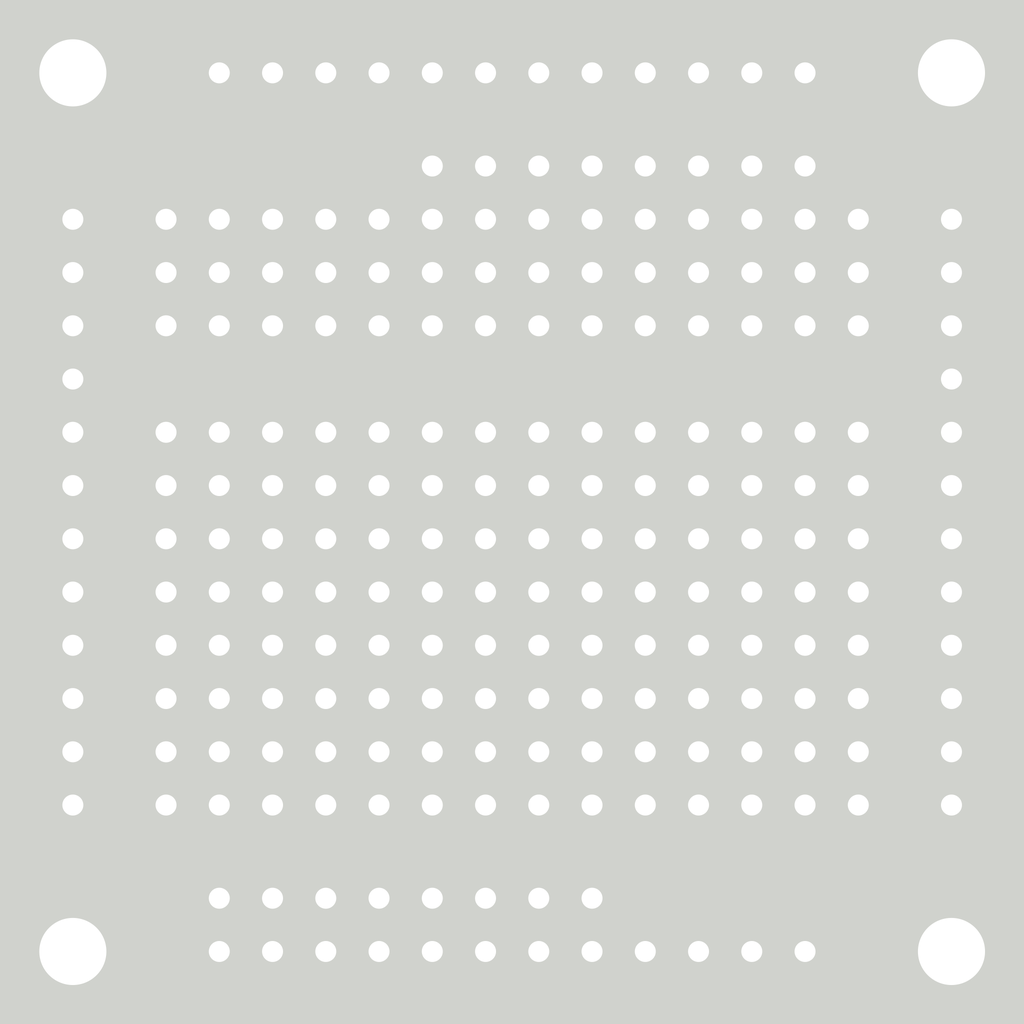
<source format=kicad_pcb>
(kicad_pcb (version 4) (host pcbnew 4.0.7+dfsg1-1~bpo9+1)

  (general
    (links 99)
    (no_connects 0)
    (area 118.784999 81.915 177.125001 131.445001)
    (thickness 1.6)
    (drawings 2)
    (tracks 136)
    (zones 0)
    (modules 35)
    (nets 36)
  )

  (page A4)
  (layers
    (0 F.Cu signal)
    (31 B.Cu signal)
    (32 B.Adhes user)
    (33 F.Adhes user)
    (34 B.Paste user)
    (35 F.Paste user)
    (36 B.SilkS user)
    (37 F.SilkS user)
    (38 B.Mask user)
    (39 F.Mask user)
    (40 Dwgs.User user)
    (41 Cmts.User user)
    (42 Eco1.User user)
    (43 Eco2.User user)
    (44 Edge.Cuts user hide)
    (45 Margin user)
    (46 B.CrtYd user)
    (47 F.CrtYd user)
    (48 B.Fab user)
    (49 F.Fab user hide)
  )

  (setup
    (last_trace_width 0.25)
    (user_trace_width 0.5)
    (trace_clearance 0.2)
    (zone_clearance 0.508)
    (zone_45_only no)
    (trace_min 0.2)
    (segment_width 0.2)
    (edge_width 0.1)
    (via_size 0.6)
    (via_drill 0.4)
    (via_min_size 0.4)
    (via_min_drill 0.3)
    (uvia_size 0.3)
    (uvia_drill 0.1)
    (uvias_allowed no)
    (uvia_min_size 0.2)
    (uvia_min_drill 0.1)
    (pcb_text_width 0.3)
    (pcb_text_size 1.5 1.5)
    (mod_edge_width 0.15)
    (mod_text_size 1 1)
    (mod_text_width 0.15)
    (pad_size 1.5 1.5)
    (pad_drill 0.6)
    (pad_to_mask_clearance 0)
    (aux_axis_origin 0 0)
    (visible_elements FFFFFF7F)
    (pcbplotparams
      (layerselection 0x00030_80000001)
      (usegerberextensions false)
      (excludeedgelayer true)
      (linewidth 0.100000)
      (plotframeref false)
      (viasonmask false)
      (mode 1)
      (useauxorigin false)
      (hpglpennumber 1)
      (hpglpenspeed 20)
      (hpglpendiameter 15)
      (hpglpenoverlay 2)
      (psnegative false)
      (psa4output false)
      (plotreference true)
      (plotvalue true)
      (plotinvisibletext false)
      (padsonsilk false)
      (subtractmaskfromsilk false)
      (outputformat 1)
      (mirror false)
      (drillshape 1)
      (scaleselection 1)
      (outputdirectory ""))
  )

  (net 0 "")
  (net 1 /VIN)
  (net 2 Earth)
  (net 3 /L0)
  (net 4 /L1)
  (net 5 /L2)
  (net 6 /L3)
  (net 7 /L4)
  (net 8 /L5)
  (net 9 /L6)
  (net 10 /L7)
  (net 11 "Net-(H4-Pad1)")
  (net 12 /VCC)
  (net 13 "Net-(H2-Pad1)")
  (net 14 "Net-(H2-Pad2)")
  (net 15 "Net-(H2-Pad3)")
  (net 16 "Net-(H2-Pad4)")
  (net 17 "Net-(H2-Pad5)")
  (net 18 "Net-(H2-Pad6)")
  (net 19 "Net-(H2-Pad7)")
  (net 20 "Net-(H2-Pad8)")
  (net 21 "Net-(H3-Pad1)")
  (net 22 "Net-(H3-Pad2)")
  (net 23 "Net-(H3-Pad3)")
  (net 24 "Net-(H3-Pad4)")
  (net 25 "Net-(H3-Pad5)")
  (net 26 "Net-(H3-Pad6)")
  (net 27 "Net-(H3-Pad7)")
  (net 28 "Net-(H3-Pad8)")
  (net 29 "Net-(H4-Pad2)")
  (net 30 "Net-(H4-Pad3)")
  (net 31 "Net-(H4-Pad4)")
  (net 32 "Net-(H4-Pad5)")
  (net 33 "Net-(H4-Pad6)")
  (net 34 "Net-(H4-Pad7)")
  (net 35 "Net-(H4-Pad8)")

  (net_class Default "This is the default net class."
    (clearance 0.2)
    (trace_width 0.25)
    (via_dia 0.6)
    (via_drill 0.4)
    (uvia_dia 0.3)
    (uvia_drill 0.1)
    (add_net /L0)
    (add_net /L1)
    (add_net /L2)
    (add_net /L3)
    (add_net /L4)
    (add_net /L5)
    (add_net /L6)
    (add_net /L7)
    (add_net /VCC)
    (add_net /VIN)
    (add_net Earth)
    (add_net "Net-(H2-Pad1)")
    (add_net "Net-(H2-Pad2)")
    (add_net "Net-(H2-Pad3)")
    (add_net "Net-(H2-Pad4)")
    (add_net "Net-(H2-Pad5)")
    (add_net "Net-(H2-Pad6)")
    (add_net "Net-(H2-Pad7)")
    (add_net "Net-(H2-Pad8)")
    (add_net "Net-(H3-Pad1)")
    (add_net "Net-(H3-Pad2)")
    (add_net "Net-(H3-Pad3)")
    (add_net "Net-(H3-Pad4)")
    (add_net "Net-(H3-Pad5)")
    (add_net "Net-(H3-Pad6)")
    (add_net "Net-(H3-Pad7)")
    (add_net "Net-(H3-Pad8)")
    (add_net "Net-(H4-Pad1)")
    (add_net "Net-(H4-Pad2)")
    (add_net "Net-(H4-Pad3)")
    (add_net "Net-(H4-Pad4)")
    (add_net "Net-(H4-Pad5)")
    (add_net "Net-(H4-Pad6)")
    (add_net "Net-(H4-Pad7)")
    (add_net "Net-(H4-Pad8)")
  )

  (module Pin_Headers:Pin_Header_Straight_1x14_Pitch2.54mm (layer F.Cu) (tedit 5AC79A94) (tstamp 5ADFB7E4)
    (at 131.445 92.71 90)
    (descr "Through hole straight pin header, 1x14, 2.54mm pitch, single row")
    (tags "Through hole pin header THT 1x14 2.54mm single row")
    (path /5AC7BA1F)
    (fp_text reference J11 (at 0 -2.33 90) (layer F.SilkS) hide
      (effects (font (size 1 1) (thickness 0.15)))
    )
    (fp_text value Conn_01x14 (at 0 35.35 90) (layer F.Fab) hide
      (effects (font (size 1 1) (thickness 0.15)))
    )
    (fp_line (start -0.635 -1.27) (end 1.27 -1.27) (layer F.Fab) (width 0.1))
    (fp_line (start 1.27 -1.27) (end 1.27 34.29) (layer F.Fab) (width 0.1))
    (fp_line (start 1.27 34.29) (end -1.27 34.29) (layer F.Fab) (width 0.1))
    (fp_line (start -1.27 34.29) (end -1.27 -0.635) (layer F.Fab) (width 0.1))
    (fp_line (start -1.27 -0.635) (end -0.635 -1.27) (layer F.Fab) (width 0.1))
    (fp_line (start -1.33 34.35) (end 1.33 34.35) (layer F.SilkS) (width 0.12))
    (fp_line (start -1.33 1.27) (end -1.33 34.35) (layer F.SilkS) (width 0.12))
    (fp_line (start 1.33 1.27) (end 1.33 34.35) (layer F.SilkS) (width 0.12))
    (fp_line (start -1.33 1.27) (end 1.33 1.27) (layer F.SilkS) (width 0.12))
    (fp_line (start -1.33 0) (end -1.33 -1.33) (layer F.SilkS) (width 0.12))
    (fp_line (start -1.33 -1.33) (end 0 -1.33) (layer F.SilkS) (width 0.12))
    (fp_line (start -1.8 -1.8) (end -1.8 34.8) (layer F.CrtYd) (width 0.05))
    (fp_line (start -1.8 34.8) (end 1.8 34.8) (layer F.CrtYd) (width 0.05))
    (fp_line (start 1.8 34.8) (end 1.8 -1.8) (layer F.CrtYd) (width 0.05))
    (fp_line (start 1.8 -1.8) (end -1.8 -1.8) (layer F.CrtYd) (width 0.05))
    (fp_text user %R (at 0 16.51 180) (layer F.Fab)
      (effects (font (size 1 1) (thickness 0.15)))
    )
    (pad 1 thru_hole rect (at 0 0 90) (size 1.7 1.7) (drill 1) (layers *.Cu *.Mask)
      (net 1 /VIN))
    (pad 2 thru_hole oval (at 0 2.54 90) (size 1.7 1.7) (drill 1) (layers *.Cu *.Mask)
      (net 1 /VIN))
    (pad 3 thru_hole oval (at 0 5.08 90) (size 1.7 1.7) (drill 1) (layers *.Cu *.Mask)
      (net 1 /VIN))
    (pad 4 thru_hole oval (at 0 7.62 90) (size 1.7 1.7) (drill 1) (layers *.Cu *.Mask)
      (net 1 /VIN))
    (pad 5 thru_hole oval (at 0 10.16 90) (size 1.7 1.7) (drill 1) (layers *.Cu *.Mask)
      (net 1 /VIN))
    (pad 6 thru_hole oval (at 0 12.7 90) (size 1.7 1.7) (drill 1) (layers *.Cu *.Mask)
      (net 1 /VIN))
    (pad 7 thru_hole oval (at 0 15.24 90) (size 1.7 1.7) (drill 1) (layers *.Cu *.Mask)
      (net 1 /VIN))
    (pad 8 thru_hole oval (at 0 17.78 90) (size 1.7 1.7) (drill 1) (layers *.Cu *.Mask)
      (net 1 /VIN))
    (pad 9 thru_hole oval (at 0 20.32 90) (size 1.7 1.7) (drill 1) (layers *.Cu *.Mask)
      (net 1 /VIN))
    (pad 10 thru_hole oval (at 0 22.86 90) (size 1.7 1.7) (drill 1) (layers *.Cu *.Mask)
      (net 1 /VIN))
    (pad 11 thru_hole oval (at 0 25.4 90) (size 1.7 1.7) (drill 1) (layers *.Cu *.Mask)
      (net 1 /VIN))
    (pad 12 thru_hole oval (at 0 27.94 90) (size 1.7 1.7) (drill 1) (layers *.Cu *.Mask)
      (net 1 /VIN))
    (pad 13 thru_hole oval (at 0 30.48 90) (size 1.7 1.7) (drill 1) (layers *.Cu *.Mask)
      (net 1 /VIN))
    (pad 14 thru_hole oval (at 0 33.02 90) (size 1.7 1.7) (drill 1) (layers *.Cu *.Mask)
      (net 1 /VIN))
    (model ${KISYS3DMOD}/Pin_Headers.3dshapes/Pin_Header_Straight_1x14_Pitch2.54mm.wrl
      (at (xyz 0 0 0))
      (scale (xyz 1 1 1))
      (rotate (xyz 0 0 0))
    )
  )

  (module Mounting_Holes:MountingHole_3.2mm_M3 (layer F.Cu) (tedit 5AC4CC02) (tstamp 5ACA4CBC)
    (at 127 85.725)
    (descr "Mounting Hole 3.2mm, no annular, M3")
    (tags "mounting hole 3.2mm no annular m3")
    (fp_text reference M3 (at 0 2.54) (layer F.Fab)
      (effects (font (size 1 1) (thickness 0.15)))
    )
    (fp_text value "" (at 0 4.2) (layer F.Fab) hide
      (effects (font (size 1 1) (thickness 0.15)))
    )
    (fp_circle (center 0 0) (end 3.2 0) (layer Cmts.User) (width 0.15))
    (fp_circle (center 0 0) (end 3.45 0) (layer F.CrtYd) (width 0.05))
    (pad 1 np_thru_hole circle (at 0 0) (size 3.2 3.2) (drill 3.2) (layers *.Cu *.Mask))
  )

  (module Mounting_Holes:MountingHole_3.2mm_M3 (layer F.Cu) (tedit 5AC4CC05) (tstamp 5ACA4CC9)
    (at 168.91 85.725)
    (descr "Mounting Hole 3.2mm, no annular, M3")
    (tags "mounting hole 3.2mm no annular m3")
    (fp_text reference M3 (at 0 2.54) (layer F.Fab)
      (effects (font (size 1 1) (thickness 0.15)))
    )
    (fp_text value "" (at 0 4.2) (layer F.Fab) hide
      (effects (font (size 1 1) (thickness 0.15)))
    )
    (fp_circle (center 0 0) (end 3.2 0) (layer Cmts.User) (width 0.15))
    (fp_circle (center 0 0) (end 3.45 0) (layer F.CrtYd) (width 0.05))
    (pad 1 np_thru_hole circle (at 0 0) (size 3.2 3.2) (drill 3.2) (layers *.Cu *.Mask))
  )

  (module Mounting_Holes:MountingHole_3.2mm_M3 (layer F.Cu) (tedit 5AC4CC09) (tstamp 5ACA4CD6)
    (at 168.91 127.635)
    (descr "Mounting Hole 3.2mm, no annular, M3")
    (tags "mounting hole 3.2mm no annular m3")
    (fp_text reference "" (at 0 -4.2) (layer F.SilkS) hide
      (effects (font (size 1 1) (thickness 0.15)))
    )
    (fp_text value M3 (at 0 -2.54) (layer F.Fab)
      (effects (font (size 1 1) (thickness 0.15)))
    )
    (fp_circle (center 0 0) (end 3.2 0) (layer Cmts.User) (width 0.15))
    (fp_circle (center 0 0) (end 3.45 0) (layer F.CrtYd) (width 0.05))
    (pad 1 np_thru_hole circle (at 0 0) (size 3.2 3.2) (drill 3.2) (layers *.Cu *.Mask))
  )

  (module Mounting_Holes:MountingHole_3.2mm_M3 (layer F.Cu) (tedit 5AC4CC0E) (tstamp 5ACA4CE3)
    (at 127 127.635)
    (descr "Mounting Hole 3.2mm, no annular, M3")
    (tags "mounting hole 3.2mm no annular m3")
    (fp_text reference "" (at 0 -4.2) (layer F.SilkS) hide
      (effects (font (size 1 1) (thickness 0.15)))
    )
    (fp_text value M3 (at 0 -2.54) (layer F.Fab)
      (effects (font (size 1 1) (thickness 0.15)))
    )
    (fp_circle (center 0 0) (end 3.2 0) (layer Cmts.User) (width 0.15))
    (fp_circle (center 0 0) (end 3.45 0) (layer F.CrtYd) (width 0.05))
    (pad 1 np_thru_hole circle (at 0 0) (size 3.2 3.2) (drill 3.2) (layers *.Cu *.Mask))
  )

  (module Pin_Headers:Pin_Header_Straight_1x12_Pitch2.54mm (layer F.Cu) (tedit 5AC79C00) (tstamp 5AC3D654)
    (at 127 92.71)
    (descr "Through hole straight pin header, 1x12, 2.54mm pitch, single row")
    (tags "Through hole pin header THT 1x12 2.54mm single row")
    (path /5AC3D559)
    (fp_text reference I1 (at 0 -2.33) (layer F.SilkS) hide
      (effects (font (size 1 1) (thickness 0.15)))
    )
    (fp_text value Input (at 0 30.27) (layer F.Fab) hide
      (effects (font (size 1 1) (thickness 0.15)))
    )
    (fp_line (start -0.635 -1.27) (end 1.27 -1.27) (layer F.Fab) (width 0.1))
    (fp_line (start 1.27 -1.27) (end 1.27 29.21) (layer F.Fab) (width 0.1))
    (fp_line (start 1.27 29.21) (end -1.27 29.21) (layer F.Fab) (width 0.1))
    (fp_line (start -1.27 29.21) (end -1.27 -0.635) (layer F.Fab) (width 0.1))
    (fp_line (start -1.27 -0.635) (end -0.635 -1.27) (layer F.Fab) (width 0.1))
    (fp_line (start -1.33 29.27) (end 1.33 29.27) (layer F.SilkS) (width 0.12))
    (fp_line (start -1.33 1.27) (end -1.33 29.27) (layer F.SilkS) (width 0.12))
    (fp_line (start 1.33 1.27) (end 1.33 29.27) (layer F.SilkS) (width 0.12))
    (fp_line (start -1.33 1.27) (end 1.33 1.27) (layer F.SilkS) (width 0.12))
    (fp_line (start -1.33 0) (end -1.33 -1.33) (layer F.SilkS) (width 0.12))
    (fp_line (start -1.33 -1.33) (end 0 -1.33) (layer F.SilkS) (width 0.12))
    (fp_line (start -1.8 -1.8) (end -1.8 29.75) (layer F.CrtYd) (width 0.05))
    (fp_line (start -1.8 29.75) (end 1.8 29.75) (layer F.CrtYd) (width 0.05))
    (fp_line (start 1.8 29.75) (end 1.8 -1.8) (layer F.CrtYd) (width 0.05))
    (fp_line (start 1.8 -1.8) (end -1.8 -1.8) (layer F.CrtYd) (width 0.05))
    (fp_text user %R (at 0 13.97 90) (layer F.Fab)
      (effects (font (size 1 1) (thickness 0.15)))
    )
    (pad 1 thru_hole rect (at 0 0) (size 1.7 1.7) (drill 1) (layers *.Cu *.Mask)
      (net 1 /VIN))
    (pad 2 thru_hole oval (at 0 2.54) (size 1.7 1.7) (drill 1) (layers *.Cu *.Mask)
      (net 12 /VCC))
    (pad 3 thru_hole oval (at 0 5.08) (size 1.7 1.7) (drill 1) (layers *.Cu *.Mask)
      (net 2 Earth))
    (pad 4 thru_hole oval (at 0 7.62) (size 1.7 1.7) (drill 1) (layers *.Cu *.Mask))
    (pad 5 thru_hole oval (at 0 10.16) (size 1.7 1.7) (drill 1) (layers *.Cu *.Mask)
      (net 3 /L0))
    (pad 6 thru_hole oval (at 0 12.7) (size 1.7 1.7) (drill 1) (layers *.Cu *.Mask)
      (net 4 /L1))
    (pad 7 thru_hole oval (at 0 15.24) (size 1.7 1.7) (drill 1) (layers *.Cu *.Mask)
      (net 5 /L2))
    (pad 8 thru_hole oval (at 0 17.78) (size 1.7 1.7) (drill 1) (layers *.Cu *.Mask)
      (net 6 /L3))
    (pad 9 thru_hole oval (at 0 20.32) (size 1.7 1.7) (drill 1) (layers *.Cu *.Mask)
      (net 7 /L4))
    (pad 10 thru_hole oval (at 0 22.86) (size 1.7 1.7) (drill 1) (layers *.Cu *.Mask)
      (net 8 /L5))
    (pad 11 thru_hole oval (at 0 25.4) (size 1.7 1.7) (drill 1) (layers *.Cu *.Mask)
      (net 9 /L6))
    (pad 12 thru_hole oval (at 0 27.94) (size 1.7 1.7) (drill 1) (layers *.Cu *.Mask)
      (net 10 /L7))
    (model ${KISYS3DMOD}/Pin_Headers.3dshapes/Pin_Header_Straight_1x12_Pitch2.54mm.wrl
      (at (xyz 0 0 0))
      (scale (xyz 1 1 1))
      (rotate (xyz 0 0 0))
    )
  )

  (module Socket_Strips:Socket_Strip_Straight_1x12_Pitch2.54mm (layer F.Cu) (tedit 5AC78DE5) (tstamp 5AC73523)
    (at 168.91 92.71)
    (descr "Through hole straight socket strip, 1x12, 2.54mm pitch, single row")
    (tags "Through hole socket strip THT 1x12 2.54mm single row")
    (path /5AC734F4)
    (fp_text reference O2 (at 0 -2.33) (layer F.SilkS)
      (effects (font (size 1 1) (thickness 0.15)))
    )
    (fp_text value Output (at 0 30.27) (layer F.Fab) hide
      (effects (font (size 1 1) (thickness 0.15)))
    )
    (fp_line (start -1.27 -1.27) (end -1.27 29.21) (layer F.Fab) (width 0.1))
    (fp_line (start -1.27 29.21) (end 1.27 29.21) (layer F.Fab) (width 0.1))
    (fp_line (start 1.27 29.21) (end 1.27 -1.27) (layer F.Fab) (width 0.1))
    (fp_line (start 1.27 -1.27) (end -1.27 -1.27) (layer F.Fab) (width 0.1))
    (fp_line (start -1.33 1.27) (end -1.33 29.27) (layer F.SilkS) (width 0.12))
    (fp_line (start -1.33 29.27) (end 1.33 29.27) (layer F.SilkS) (width 0.12))
    (fp_line (start 1.33 29.27) (end 1.33 1.27) (layer F.SilkS) (width 0.12))
    (fp_line (start 1.33 1.27) (end -1.33 1.27) (layer F.SilkS) (width 0.12))
    (fp_line (start -1.33 0) (end -1.33 -1.33) (layer F.SilkS) (width 0.12))
    (fp_line (start -1.33 -1.33) (end 0 -1.33) (layer F.SilkS) (width 0.12))
    (fp_line (start -1.8 -1.8) (end -1.8 29.75) (layer F.CrtYd) (width 0.05))
    (fp_line (start -1.8 29.75) (end 1.8 29.75) (layer F.CrtYd) (width 0.05))
    (fp_line (start 1.8 29.75) (end 1.8 -1.8) (layer F.CrtYd) (width 0.05))
    (fp_line (start 1.8 -1.8) (end -1.8 -1.8) (layer F.CrtYd) (width 0.05))
    (fp_text user %R (at 0 -2.33) (layer F.Fab)
      (effects (font (size 1 1) (thickness 0.15)))
    )
    (pad 1 thru_hole rect (at 0 0) (size 1.7 1.7) (drill 1) (layers *.Cu *.Mask)
      (net 1 /VIN))
    (pad 2 thru_hole oval (at 0 2.54) (size 1.7 1.7) (drill 1) (layers *.Cu *.Mask)
      (net 12 /VCC))
    (pad 3 thru_hole oval (at 0 5.08) (size 1.7 1.7) (drill 1) (layers *.Cu *.Mask)
      (net 2 Earth))
    (pad 4 thru_hole oval (at 0 7.62) (size 1.7 1.7) (drill 1) (layers *.Cu *.Mask))
    (pad 5 thru_hole oval (at 0 10.16) (size 1.7 1.7) (drill 1) (layers *.Cu *.Mask)
      (net 11 "Net-(H4-Pad1)"))
    (pad 6 thru_hole oval (at 0 12.7) (size 1.7 1.7) (drill 1) (layers *.Cu *.Mask)
      (net 29 "Net-(H4-Pad2)"))
    (pad 7 thru_hole oval (at 0 15.24) (size 1.7 1.7) (drill 1) (layers *.Cu *.Mask)
      (net 30 "Net-(H4-Pad3)"))
    (pad 8 thru_hole oval (at 0 17.78) (size 1.7 1.7) (drill 1) (layers *.Cu *.Mask)
      (net 31 "Net-(H4-Pad4)"))
    (pad 9 thru_hole oval (at 0 20.32) (size 1.7 1.7) (drill 1) (layers *.Cu *.Mask)
      (net 32 "Net-(H4-Pad5)"))
    (pad 10 thru_hole oval (at 0 22.86) (size 1.7 1.7) (drill 1) (layers *.Cu *.Mask)
      (net 33 "Net-(H4-Pad6)"))
    (pad 11 thru_hole oval (at 0 25.4) (size 1.7 1.7) (drill 1) (layers *.Cu *.Mask)
      (net 34 "Net-(H4-Pad7)"))
    (pad 12 thru_hole oval (at 0 27.94) (size 1.7 1.7) (drill 1) (layers *.Cu *.Mask)
      (net 35 "Net-(H4-Pad8)"))
    (model ${KISYS3DMOD}/Socket_Strips.3dshapes/Socket_Strip_Straight_1x12_Pitch2.54mm.wrl
      (at (xyz 0 -0.55 0))
      (scale (xyz 1 1 1))
      (rotate (xyz 0 0 270))
    )
  )

  (module Pin_Headers:Pin_Header_Straight_1x08_Pitch2.54mm (layer F.Cu) (tedit 5AC78DBC) (tstamp 5AC78BA0)
    (at 144.145 90.17 90)
    (descr "Through hole straight pin header, 1x08, 2.54mm pitch, single row")
    (tags "Through hole pin header THT 1x08 2.54mm single row")
    (path /5AC78C91)
    (fp_text reference H2 (at 0 -2.33 90) (layer F.SilkS) hide
      (effects (font (size 1 1) (thickness 0.15)))
    )
    (fp_text value Headers8L (at 0 20.11 90) (layer F.Fab) hide
      (effects (font (size 1 1) (thickness 0.15)))
    )
    (fp_line (start -0.635 -1.27) (end 1.27 -1.27) (layer F.Fab) (width 0.1))
    (fp_line (start 1.27 -1.27) (end 1.27 19.05) (layer F.Fab) (width 0.1))
    (fp_line (start 1.27 19.05) (end -1.27 19.05) (layer F.Fab) (width 0.1))
    (fp_line (start -1.27 19.05) (end -1.27 -0.635) (layer F.Fab) (width 0.1))
    (fp_line (start -1.27 -0.635) (end -0.635 -1.27) (layer F.Fab) (width 0.1))
    (fp_line (start -1.33 19.11) (end 1.33 19.11) (layer F.SilkS) (width 0.12))
    (fp_line (start -1.33 1.27) (end -1.33 19.11) (layer F.SilkS) (width 0.12))
    (fp_line (start 1.33 1.27) (end 1.33 19.11) (layer F.SilkS) (width 0.12))
    (fp_line (start -1.33 1.27) (end 1.33 1.27) (layer F.SilkS) (width 0.12))
    (fp_line (start -1.33 0) (end -1.33 -1.33) (layer F.SilkS) (width 0.12))
    (fp_line (start -1.33 -1.33) (end 0 -1.33) (layer F.SilkS) (width 0.12))
    (fp_line (start -1.8 -1.8) (end -1.8 19.55) (layer F.CrtYd) (width 0.05))
    (fp_line (start -1.8 19.55) (end 1.8 19.55) (layer F.CrtYd) (width 0.05))
    (fp_line (start 1.8 19.55) (end 1.8 -1.8) (layer F.CrtYd) (width 0.05))
    (fp_line (start 1.8 -1.8) (end -1.8 -1.8) (layer F.CrtYd) (width 0.05))
    (fp_text user %R (at 0 8.89 180) (layer F.Fab)
      (effects (font (size 1 1) (thickness 0.15)))
    )
    (pad 1 thru_hole rect (at 0 0 90) (size 1.7 1.7) (drill 1) (layers *.Cu *.Mask)
      (net 13 "Net-(H2-Pad1)"))
    (pad 2 thru_hole oval (at 0 2.54 90) (size 1.7 1.7) (drill 1) (layers *.Cu *.Mask)
      (net 14 "Net-(H2-Pad2)"))
    (pad 3 thru_hole oval (at 0 5.08 90) (size 1.7 1.7) (drill 1) (layers *.Cu *.Mask)
      (net 15 "Net-(H2-Pad3)"))
    (pad 4 thru_hole oval (at 0 7.62 90) (size 1.7 1.7) (drill 1) (layers *.Cu *.Mask)
      (net 16 "Net-(H2-Pad4)"))
    (pad 5 thru_hole oval (at 0 10.16 90) (size 1.7 1.7) (drill 1) (layers *.Cu *.Mask)
      (net 17 "Net-(H2-Pad5)"))
    (pad 6 thru_hole oval (at 0 12.7 90) (size 1.7 1.7) (drill 1) (layers *.Cu *.Mask)
      (net 18 "Net-(H2-Pad6)"))
    (pad 7 thru_hole oval (at 0 15.24 90) (size 1.7 1.7) (drill 1) (layers *.Cu *.Mask)
      (net 19 "Net-(H2-Pad7)"))
    (pad 8 thru_hole oval (at 0 17.78 90) (size 1.7 1.7) (drill 1) (layers *.Cu *.Mask)
      (net 20 "Net-(H2-Pad8)"))
    (model ${KISYS3DMOD}/Pin_Headers.3dshapes/Pin_Header_Straight_1x08_Pitch2.54mm.wrl
      (at (xyz 0 0 0))
      (scale (xyz 1 1 1))
      (rotate (xyz 0 0 0))
    )
  )

  (module Pin_Headers:Pin_Header_Straight_1x08_Pitch2.54mm (layer F.Cu) (tedit 5AC78DC4) (tstamp 5AC78BBC)
    (at 151.765 125.095 270)
    (descr "Through hole straight pin header, 1x08, 2.54mm pitch, single row")
    (tags "Through hole pin header THT 1x08 2.54mm single row")
    (path /5AC790D3)
    (fp_text reference H3 (at 0 -2.33 270) (layer F.SilkS) hide
      (effects (font (size 1 1) (thickness 0.15)))
    )
    (fp_text value Headers8 (at 0 20.11 270) (layer F.Fab) hide
      (effects (font (size 1 1) (thickness 0.15)))
    )
    (fp_line (start -0.635 -1.27) (end 1.27 -1.27) (layer F.Fab) (width 0.1))
    (fp_line (start 1.27 -1.27) (end 1.27 19.05) (layer F.Fab) (width 0.1))
    (fp_line (start 1.27 19.05) (end -1.27 19.05) (layer F.Fab) (width 0.1))
    (fp_line (start -1.27 19.05) (end -1.27 -0.635) (layer F.Fab) (width 0.1))
    (fp_line (start -1.27 -0.635) (end -0.635 -1.27) (layer F.Fab) (width 0.1))
    (fp_line (start -1.33 19.11) (end 1.33 19.11) (layer F.SilkS) (width 0.12))
    (fp_line (start -1.33 1.27) (end -1.33 19.11) (layer F.SilkS) (width 0.12))
    (fp_line (start 1.33 1.27) (end 1.33 19.11) (layer F.SilkS) (width 0.12))
    (fp_line (start -1.33 1.27) (end 1.33 1.27) (layer F.SilkS) (width 0.12))
    (fp_line (start -1.33 0) (end -1.33 -1.33) (layer F.SilkS) (width 0.12))
    (fp_line (start -1.33 -1.33) (end 0 -1.33) (layer F.SilkS) (width 0.12))
    (fp_line (start -1.8 -1.8) (end -1.8 19.55) (layer F.CrtYd) (width 0.05))
    (fp_line (start -1.8 19.55) (end 1.8 19.55) (layer F.CrtYd) (width 0.05))
    (fp_line (start 1.8 19.55) (end 1.8 -1.8) (layer F.CrtYd) (width 0.05))
    (fp_line (start 1.8 -1.8) (end -1.8 -1.8) (layer F.CrtYd) (width 0.05))
    (fp_text user %R (at 0 8.89 360) (layer F.Fab)
      (effects (font (size 1 1) (thickness 0.15)))
    )
    (pad 1 thru_hole rect (at 0 0 270) (size 1.7 1.7) (drill 1) (layers *.Cu *.Mask)
      (net 21 "Net-(H3-Pad1)"))
    (pad 2 thru_hole oval (at 0 2.54 270) (size 1.7 1.7) (drill 1) (layers *.Cu *.Mask)
      (net 22 "Net-(H3-Pad2)"))
    (pad 3 thru_hole oval (at 0 5.08 270) (size 1.7 1.7) (drill 1) (layers *.Cu *.Mask)
      (net 23 "Net-(H3-Pad3)"))
    (pad 4 thru_hole oval (at 0 7.62 270) (size 1.7 1.7) (drill 1) (layers *.Cu *.Mask)
      (net 24 "Net-(H3-Pad4)"))
    (pad 5 thru_hole oval (at 0 10.16 270) (size 1.7 1.7) (drill 1) (layers *.Cu *.Mask)
      (net 25 "Net-(H3-Pad5)"))
    (pad 6 thru_hole oval (at 0 12.7 270) (size 1.7 1.7) (drill 1) (layers *.Cu *.Mask)
      (net 26 "Net-(H3-Pad6)"))
    (pad 7 thru_hole oval (at 0 15.24 270) (size 1.7 1.7) (drill 1) (layers *.Cu *.Mask)
      (net 27 "Net-(H3-Pad7)"))
    (pad 8 thru_hole oval (at 0 17.78 270) (size 1.7 1.7) (drill 1) (layers *.Cu *.Mask)
      (net 28 "Net-(H3-Pad8)"))
    (model ${KISYS3DMOD}/Pin_Headers.3dshapes/Pin_Header_Straight_1x08_Pitch2.54mm.wrl
      (at (xyz 0 0 0))
      (scale (xyz 1 1 1))
      (rotate (xyz 0 0 0))
    )
  )

  (module Pin_Headers:Pin_Header_Straight_1x12_Pitch2.54mm (layer F.Cu) (tedit 5AC79C04) (tstamp 5AC78C30)
    (at 133.985 85.725 90)
    (descr "Through hole straight pin header, 1x12, 2.54mm pitch, single row")
    (tags "Through hole pin header THT 1x12 2.54mm single row")
    (path /5AC76C5E)
    (fp_text reference I2 (at 0 -2.33 90) (layer F.SilkS) hide
      (effects (font (size 1 1) (thickness 0.15)))
    )
    (fp_text value Input (at 0 30.27 90) (layer F.Fab)
      (effects (font (size 1 1) (thickness 0.15)))
    )
    (fp_line (start -0.635 -1.27) (end 1.27 -1.27) (layer F.Fab) (width 0.1))
    (fp_line (start 1.27 -1.27) (end 1.27 29.21) (layer F.Fab) (width 0.1))
    (fp_line (start 1.27 29.21) (end -1.27 29.21) (layer F.Fab) (width 0.1))
    (fp_line (start -1.27 29.21) (end -1.27 -0.635) (layer F.Fab) (width 0.1))
    (fp_line (start -1.27 -0.635) (end -0.635 -1.27) (layer F.Fab) (width 0.1))
    (fp_line (start -1.33 29.27) (end 1.33 29.27) (layer F.SilkS) (width 0.12))
    (fp_line (start -1.33 1.27) (end -1.33 29.27) (layer F.SilkS) (width 0.12))
    (fp_line (start 1.33 1.27) (end 1.33 29.27) (layer F.SilkS) (width 0.12))
    (fp_line (start -1.33 1.27) (end 1.33 1.27) (layer F.SilkS) (width 0.12))
    (fp_line (start -1.33 0) (end -1.33 -1.33) (layer F.SilkS) (width 0.12))
    (fp_line (start -1.33 -1.33) (end 0 -1.33) (layer F.SilkS) (width 0.12))
    (fp_line (start -1.8 -1.8) (end -1.8 29.75) (layer F.CrtYd) (width 0.05))
    (fp_line (start -1.8 29.75) (end 1.8 29.75) (layer F.CrtYd) (width 0.05))
    (fp_line (start 1.8 29.75) (end 1.8 -1.8) (layer F.CrtYd) (width 0.05))
    (fp_line (start 1.8 -1.8) (end -1.8 -1.8) (layer F.CrtYd) (width 0.05))
    (fp_text user %R (at 0 13.97 180) (layer F.Fab)
      (effects (font (size 1 1) (thickness 0.15)))
    )
    (pad 1 thru_hole rect (at 0 0 90) (size 1.7 1.7) (drill 1) (layers *.Cu *.Mask)
      (net 1 /VIN))
    (pad 2 thru_hole oval (at 0 2.54 90) (size 1.7 1.7) (drill 1) (layers *.Cu *.Mask)
      (net 12 /VCC))
    (pad 3 thru_hole oval (at 0 5.08 90) (size 1.7 1.7) (drill 1) (layers *.Cu *.Mask)
      (net 2 Earth))
    (pad 4 thru_hole oval (at 0 7.62 90) (size 1.7 1.7) (drill 1) (layers *.Cu *.Mask))
    (pad 5 thru_hole oval (at 0 10.16 90) (size 1.7 1.7) (drill 1) (layers *.Cu *.Mask)
      (net 13 "Net-(H2-Pad1)"))
    (pad 6 thru_hole oval (at 0 12.7 90) (size 1.7 1.7) (drill 1) (layers *.Cu *.Mask)
      (net 14 "Net-(H2-Pad2)"))
    (pad 7 thru_hole oval (at 0 15.24 90) (size 1.7 1.7) (drill 1) (layers *.Cu *.Mask)
      (net 15 "Net-(H2-Pad3)"))
    (pad 8 thru_hole oval (at 0 17.78 90) (size 1.7 1.7) (drill 1) (layers *.Cu *.Mask)
      (net 16 "Net-(H2-Pad4)"))
    (pad 9 thru_hole oval (at 0 20.32 90) (size 1.7 1.7) (drill 1) (layers *.Cu *.Mask)
      (net 17 "Net-(H2-Pad5)"))
    (pad 10 thru_hole oval (at 0 22.86 90) (size 1.7 1.7) (drill 1) (layers *.Cu *.Mask)
      (net 18 "Net-(H2-Pad6)"))
    (pad 11 thru_hole oval (at 0 25.4 90) (size 1.7 1.7) (drill 1) (layers *.Cu *.Mask)
      (net 19 "Net-(H2-Pad7)"))
    (pad 12 thru_hole oval (at 0 27.94 90) (size 1.7 1.7) (drill 1) (layers *.Cu *.Mask)
      (net 20 "Net-(H2-Pad8)"))
    (model ${KISYS3DMOD}/Pin_Headers.3dshapes/Pin_Header_Straight_1x12_Pitch2.54mm.wrl
      (at (xyz 0 0 0))
      (scale (xyz 1 1 1))
      (rotate (xyz 0 0 0))
    )
  )

  (module Socket_Strips:Socket_Strip_Straight_1x12_Pitch2.54mm (layer F.Cu) (tedit 5AC7932A) (tstamp 5AC78C4F)
    (at 161.925 127.635 270)
    (descr "Through hole straight socket strip, 1x12, 2.54mm pitch, single row")
    (tags "Through hole socket strip THT 1x12 2.54mm single row")
    (path /5AC3D61D)
    (fp_text reference O1 (at 0 -2.33 270) (layer F.SilkS)
      (effects (font (size 1 1) (thickness 0.15)))
    )
    (fp_text value Output (at 0 30.27 270) (layer F.Fab) hide
      (effects (font (size 1 1) (thickness 0.15)))
    )
    (fp_line (start -1.27 -1.27) (end -1.27 29.21) (layer F.Fab) (width 0.1))
    (fp_line (start -1.27 29.21) (end 1.27 29.21) (layer F.Fab) (width 0.1))
    (fp_line (start 1.27 29.21) (end 1.27 -1.27) (layer F.Fab) (width 0.1))
    (fp_line (start 1.27 -1.27) (end -1.27 -1.27) (layer F.Fab) (width 0.1))
    (fp_line (start -1.33 1.27) (end -1.33 29.27) (layer F.SilkS) (width 0.12))
    (fp_line (start -1.33 29.27) (end 1.33 29.27) (layer F.SilkS) (width 0.12))
    (fp_line (start 1.33 29.27) (end 1.33 1.27) (layer F.SilkS) (width 0.12))
    (fp_line (start 1.33 1.27) (end -1.33 1.27) (layer F.SilkS) (width 0.12))
    (fp_line (start -1.33 0) (end -1.33 -1.33) (layer F.SilkS) (width 0.12))
    (fp_line (start -1.33 -1.33) (end 0 -1.33) (layer F.SilkS) (width 0.12))
    (fp_line (start -1.8 -1.8) (end -1.8 29.75) (layer F.CrtYd) (width 0.05))
    (fp_line (start -1.8 29.75) (end 1.8 29.75) (layer F.CrtYd) (width 0.05))
    (fp_line (start 1.8 29.75) (end 1.8 -1.8) (layer F.CrtYd) (width 0.05))
    (fp_line (start 1.8 -1.8) (end -1.8 -1.8) (layer F.CrtYd) (width 0.05))
    (fp_text user %R (at 0 -2.33 270) (layer F.Fab)
      (effects (font (size 1 1) (thickness 0.15)))
    )
    (pad 1 thru_hole rect (at 0 0 270) (size 1.7 1.7) (drill 1) (layers *.Cu *.Mask)
      (net 1 /VIN))
    (pad 2 thru_hole oval (at 0 2.54 270) (size 1.7 1.7) (drill 1) (layers *.Cu *.Mask)
      (net 12 /VCC))
    (pad 3 thru_hole oval (at 0 5.08 270) (size 1.7 1.7) (drill 1) (layers *.Cu *.Mask)
      (net 2 Earth))
    (pad 4 thru_hole oval (at 0 7.62 270) (size 1.7 1.7) (drill 1) (layers *.Cu *.Mask))
    (pad 5 thru_hole oval (at 0 10.16 270) (size 1.7 1.7) (drill 1) (layers *.Cu *.Mask)
      (net 21 "Net-(H3-Pad1)"))
    (pad 6 thru_hole oval (at 0 12.7 270) (size 1.7 1.7) (drill 1) (layers *.Cu *.Mask)
      (net 22 "Net-(H3-Pad2)"))
    (pad 7 thru_hole oval (at 0 15.24 270) (size 1.7 1.7) (drill 1) (layers *.Cu *.Mask)
      (net 23 "Net-(H3-Pad3)"))
    (pad 8 thru_hole oval (at 0 17.78 270) (size 1.7 1.7) (drill 1) (layers *.Cu *.Mask)
      (net 24 "Net-(H3-Pad4)"))
    (pad 9 thru_hole oval (at 0 20.32 270) (size 1.7 1.7) (drill 1) (layers *.Cu *.Mask)
      (net 25 "Net-(H3-Pad5)"))
    (pad 10 thru_hole oval (at 0 22.86 270) (size 1.7 1.7) (drill 1) (layers *.Cu *.Mask)
      (net 26 "Net-(H3-Pad6)"))
    (pad 11 thru_hole oval (at 0 25.4 270) (size 1.7 1.7) (drill 1) (layers *.Cu *.Mask)
      (net 27 "Net-(H3-Pad7)"))
    (pad 12 thru_hole oval (at 0 27.94 270) (size 1.7 1.7) (drill 1) (layers *.Cu *.Mask)
      (net 28 "Net-(H3-Pad8)"))
    (model ${KISYS3DMOD}/Socket_Strips.3dshapes/Socket_Strip_Straight_1x12_Pitch2.54mm.wrl
      (at (xyz 0 -0.55 0))
      (scale (xyz 1 1 1))
      (rotate (xyz 0 0 270))
    )
  )

  (module Pin_Headers:Pin_Header_Straight_1x08_Pitch2.54mm (layer F.Cu) (tedit 5AC78DCF) (tstamp 5ADF92EA)
    (at 161.925 102.87)
    (descr "Through hole straight pin header, 1x08, 2.54mm pitch, single row")
    (tags "Through hole pin header THT 1x08 2.54mm single row")
    (fp_text reference REF** (at 0 -2.33) (layer F.Fab) hide
      (effects (font (size 1 1) (thickness 0.15)))
    )
    (fp_text value Pin_Header_Straight_1x08_Pitch2.54mm (at 0 20.11) (layer F.Fab) hide
      (effects (font (size 1 1) (thickness 0.15)))
    )
    (fp_line (start -0.635 -1.27) (end 1.27 -1.27) (layer F.Fab) (width 0.1))
    (fp_line (start 1.27 -1.27) (end 1.27 19.05) (layer F.Fab) (width 0.1))
    (fp_line (start 1.27 19.05) (end -1.27 19.05) (layer F.Fab) (width 0.1))
    (fp_line (start -1.27 19.05) (end -1.27 -0.635) (layer F.Fab) (width 0.1))
    (fp_line (start -1.27 -0.635) (end -0.635 -1.27) (layer F.Fab) (width 0.1))
    (fp_line (start -1.33 19.11) (end 1.33 19.11) (layer F.SilkS) (width 0.12))
    (fp_line (start -1.33 1.27) (end -1.33 19.11) (layer F.SilkS) (width 0.12))
    (fp_line (start 1.33 1.27) (end 1.33 19.11) (layer F.SilkS) (width 0.12))
    (fp_line (start -1.33 1.27) (end 1.33 1.27) (layer F.SilkS) (width 0.12))
    (fp_line (start -1.33 0) (end -1.33 -1.33) (layer F.SilkS) (width 0.12))
    (fp_line (start -1.33 -1.33) (end 0 -1.33) (layer F.SilkS) (width 0.12))
    (fp_line (start -1.8 -1.8) (end -1.8 19.55) (layer F.CrtYd) (width 0.05))
    (fp_line (start -1.8 19.55) (end 1.8 19.55) (layer F.CrtYd) (width 0.05))
    (fp_line (start 1.8 19.55) (end 1.8 -1.8) (layer F.CrtYd) (width 0.05))
    (fp_line (start 1.8 -1.8) (end -1.8 -1.8) (layer F.CrtYd) (width 0.05))
    (fp_text user %R (at 0 8.89 90) (layer F.Fab)
      (effects (font (size 1 1) (thickness 0.15)))
    )
    (pad 1 thru_hole rect (at 0 0) (size 1.7 1.7) (drill 1) (layers *.Cu *.Mask))
    (pad 2 thru_hole oval (at 0 2.54) (size 1.7 1.7) (drill 1) (layers *.Cu *.Mask))
    (pad 3 thru_hole oval (at 0 5.08) (size 1.7 1.7) (drill 1) (layers *.Cu *.Mask))
    (pad 4 thru_hole oval (at 0 7.62) (size 1.7 1.7) (drill 1) (layers *.Cu *.Mask))
    (pad 5 thru_hole oval (at 0 10.16) (size 1.7 1.7) (drill 1) (layers *.Cu *.Mask))
    (pad 6 thru_hole oval (at 0 12.7) (size 1.7 1.7) (drill 1) (layers *.Cu *.Mask))
    (pad 7 thru_hole oval (at 0 15.24) (size 1.7 1.7) (drill 1) (layers *.Cu *.Mask))
    (pad 8 thru_hole oval (at 0 17.78) (size 1.7 1.7) (drill 1) (layers *.Cu *.Mask))
    (model ${KISYS3DMOD}/Pin_Headers.3dshapes/Pin_Header_Straight_1x08_Pitch2.54mm.wrl
      (at (xyz 0 0 0))
      (scale (xyz 1 1 1))
      (rotate (xyz 0 0 0))
    )
  )

  (module Pin_Headers:Pin_Header_Straight_1x08_Pitch2.54mm (layer F.Cu) (tedit 5AC78DC7) (tstamp 5ADF9358)
    (at 146.685 102.87)
    (descr "Through hole straight pin header, 1x08, 2.54mm pitch, single row")
    (tags "Through hole pin header THT 1x08 2.54mm single row")
    (fp_text reference REF** (at 0 -2.33) (layer F.Fab) hide
      (effects (font (size 1 1) (thickness 0.15)))
    )
    (fp_text value Pin_Header_Straight_1x08_Pitch2.54mm (at 0 20.11) (layer F.Fab) hide
      (effects (font (size 1 1) (thickness 0.15)))
    )
    (fp_line (start -0.635 -1.27) (end 1.27 -1.27) (layer F.Fab) (width 0.1))
    (fp_line (start 1.27 -1.27) (end 1.27 19.05) (layer F.Fab) (width 0.1))
    (fp_line (start 1.27 19.05) (end -1.27 19.05) (layer F.Fab) (width 0.1))
    (fp_line (start -1.27 19.05) (end -1.27 -0.635) (layer F.Fab) (width 0.1))
    (fp_line (start -1.27 -0.635) (end -0.635 -1.27) (layer F.Fab) (width 0.1))
    (fp_line (start -1.33 19.11) (end 1.33 19.11) (layer F.SilkS) (width 0.12))
    (fp_line (start -1.33 1.27) (end -1.33 19.11) (layer F.SilkS) (width 0.12))
    (fp_line (start 1.33 1.27) (end 1.33 19.11) (layer F.SilkS) (width 0.12))
    (fp_line (start -1.33 1.27) (end 1.33 1.27) (layer F.SilkS) (width 0.12))
    (fp_line (start -1.33 0) (end -1.33 -1.33) (layer F.SilkS) (width 0.12))
    (fp_line (start -1.33 -1.33) (end 0 -1.33) (layer F.SilkS) (width 0.12))
    (fp_line (start -1.8 -1.8) (end -1.8 19.55) (layer F.CrtYd) (width 0.05))
    (fp_line (start -1.8 19.55) (end 1.8 19.55) (layer F.CrtYd) (width 0.05))
    (fp_line (start 1.8 19.55) (end 1.8 -1.8) (layer F.CrtYd) (width 0.05))
    (fp_line (start 1.8 -1.8) (end -1.8 -1.8) (layer F.CrtYd) (width 0.05))
    (fp_text user %R (at 0 8.89 90) (layer F.Fab)
      (effects (font (size 1 1) (thickness 0.15)))
    )
    (pad 1 thru_hole rect (at 0 0) (size 1.7 1.7) (drill 1) (layers *.Cu *.Mask))
    (pad 2 thru_hole oval (at 0 2.54) (size 1.7 1.7) (drill 1) (layers *.Cu *.Mask))
    (pad 3 thru_hole oval (at 0 5.08) (size 1.7 1.7) (drill 1) (layers *.Cu *.Mask))
    (pad 4 thru_hole oval (at 0 7.62) (size 1.7 1.7) (drill 1) (layers *.Cu *.Mask))
    (pad 5 thru_hole oval (at 0 10.16) (size 1.7 1.7) (drill 1) (layers *.Cu *.Mask))
    (pad 6 thru_hole oval (at 0 12.7) (size 1.7 1.7) (drill 1) (layers *.Cu *.Mask))
    (pad 7 thru_hole oval (at 0 15.24) (size 1.7 1.7) (drill 1) (layers *.Cu *.Mask))
    (pad 8 thru_hole oval (at 0 17.78) (size 1.7 1.7) (drill 1) (layers *.Cu *.Mask))
    (model ${KISYS3DMOD}/Pin_Headers.3dshapes/Pin_Header_Straight_1x08_Pitch2.54mm.wrl
      (at (xyz 0 0 0))
      (scale (xyz 1 1 1))
      (rotate (xyz 0 0 0))
    )
  )

  (module Pin_Headers:Pin_Header_Straight_1x08_Pitch2.54mm (layer F.Cu) (tedit 5AC78DCA) (tstamp 5ADF938F)
    (at 144.145 102.87)
    (descr "Through hole straight pin header, 1x08, 2.54mm pitch, single row")
    (tags "Through hole pin header THT 1x08 2.54mm single row")
    (fp_text reference REF** (at 0 -2.33) (layer F.Fab) hide
      (effects (font (size 1 1) (thickness 0.15)))
    )
    (fp_text value Pin_Header_Straight_1x08_Pitch2.54mm (at 0 20.11) (layer F.Fab) hide
      (effects (font (size 1 1) (thickness 0.15)))
    )
    (fp_line (start -0.635 -1.27) (end 1.27 -1.27) (layer F.Fab) (width 0.1))
    (fp_line (start 1.27 -1.27) (end 1.27 19.05) (layer F.Fab) (width 0.1))
    (fp_line (start 1.27 19.05) (end -1.27 19.05) (layer F.Fab) (width 0.1))
    (fp_line (start -1.27 19.05) (end -1.27 -0.635) (layer F.Fab) (width 0.1))
    (fp_line (start -1.27 -0.635) (end -0.635 -1.27) (layer F.Fab) (width 0.1))
    (fp_line (start -1.33 19.11) (end 1.33 19.11) (layer F.SilkS) (width 0.12))
    (fp_line (start -1.33 1.27) (end -1.33 19.11) (layer F.SilkS) (width 0.12))
    (fp_line (start 1.33 1.27) (end 1.33 19.11) (layer F.SilkS) (width 0.12))
    (fp_line (start -1.33 1.27) (end 1.33 1.27) (layer F.SilkS) (width 0.12))
    (fp_line (start -1.33 0) (end -1.33 -1.33) (layer F.SilkS) (width 0.12))
    (fp_line (start -1.33 -1.33) (end 0 -1.33) (layer F.SilkS) (width 0.12))
    (fp_line (start -1.8 -1.8) (end -1.8 19.55) (layer F.CrtYd) (width 0.05))
    (fp_line (start -1.8 19.55) (end 1.8 19.55) (layer F.CrtYd) (width 0.05))
    (fp_line (start 1.8 19.55) (end 1.8 -1.8) (layer F.CrtYd) (width 0.05))
    (fp_line (start 1.8 -1.8) (end -1.8 -1.8) (layer F.CrtYd) (width 0.05))
    (fp_text user %R (at 0 8.89 90) (layer F.Fab)
      (effects (font (size 1 1) (thickness 0.15)))
    )
    (pad 1 thru_hole rect (at 0 0) (size 1.7 1.7) (drill 1) (layers *.Cu *.Mask))
    (pad 2 thru_hole oval (at 0 2.54) (size 1.7 1.7) (drill 1) (layers *.Cu *.Mask))
    (pad 3 thru_hole oval (at 0 5.08) (size 1.7 1.7) (drill 1) (layers *.Cu *.Mask))
    (pad 4 thru_hole oval (at 0 7.62) (size 1.7 1.7) (drill 1) (layers *.Cu *.Mask))
    (pad 5 thru_hole oval (at 0 10.16) (size 1.7 1.7) (drill 1) (layers *.Cu *.Mask))
    (pad 6 thru_hole oval (at 0 12.7) (size 1.7 1.7) (drill 1) (layers *.Cu *.Mask))
    (pad 7 thru_hole oval (at 0 15.24) (size 1.7 1.7) (drill 1) (layers *.Cu *.Mask))
    (pad 8 thru_hole oval (at 0 17.78) (size 1.7 1.7) (drill 1) (layers *.Cu *.Mask))
    (model ${KISYS3DMOD}/Pin_Headers.3dshapes/Pin_Header_Straight_1x08_Pitch2.54mm.wrl
      (at (xyz 0 0 0))
      (scale (xyz 1 1 1))
      (rotate (xyz 0 0 0))
    )
  )

  (module Pin_Headers:Pin_Header_Straight_1x08_Pitch2.54mm (layer F.Cu) (tedit 5AC78DD3) (tstamp 5ADF93E4)
    (at 154.305 102.87)
    (descr "Through hole straight pin header, 1x08, 2.54mm pitch, single row")
    (tags "Through hole pin header THT 1x08 2.54mm single row")
    (fp_text reference REF** (at 0 -2.33) (layer F.Fab) hide
      (effects (font (size 1 1) (thickness 0.15)))
    )
    (fp_text value Pin_Header_Straight_1x08_Pitch2.54mm (at 0 20.11) (layer F.Fab) hide
      (effects (font (size 1 1) (thickness 0.15)))
    )
    (fp_line (start -0.635 -1.27) (end 1.27 -1.27) (layer F.Fab) (width 0.1))
    (fp_line (start 1.27 -1.27) (end 1.27 19.05) (layer F.Fab) (width 0.1))
    (fp_line (start 1.27 19.05) (end -1.27 19.05) (layer F.Fab) (width 0.1))
    (fp_line (start -1.27 19.05) (end -1.27 -0.635) (layer F.Fab) (width 0.1))
    (fp_line (start -1.27 -0.635) (end -0.635 -1.27) (layer F.Fab) (width 0.1))
    (fp_line (start -1.33 19.11) (end 1.33 19.11) (layer F.SilkS) (width 0.12))
    (fp_line (start -1.33 1.27) (end -1.33 19.11) (layer F.SilkS) (width 0.12))
    (fp_line (start 1.33 1.27) (end 1.33 19.11) (layer F.SilkS) (width 0.12))
    (fp_line (start -1.33 1.27) (end 1.33 1.27) (layer F.SilkS) (width 0.12))
    (fp_line (start -1.33 0) (end -1.33 -1.33) (layer F.SilkS) (width 0.12))
    (fp_line (start -1.33 -1.33) (end 0 -1.33) (layer F.SilkS) (width 0.12))
    (fp_line (start -1.8 -1.8) (end -1.8 19.55) (layer F.CrtYd) (width 0.05))
    (fp_line (start -1.8 19.55) (end 1.8 19.55) (layer F.CrtYd) (width 0.05))
    (fp_line (start 1.8 19.55) (end 1.8 -1.8) (layer F.CrtYd) (width 0.05))
    (fp_line (start 1.8 -1.8) (end -1.8 -1.8) (layer F.CrtYd) (width 0.05))
    (fp_text user %R (at 0 8.89 90) (layer F.Fab)
      (effects (font (size 1 1) (thickness 0.15)))
    )
    (pad 1 thru_hole rect (at 0 0) (size 1.7 1.7) (drill 1) (layers *.Cu *.Mask))
    (pad 2 thru_hole oval (at 0 2.54) (size 1.7 1.7) (drill 1) (layers *.Cu *.Mask))
    (pad 3 thru_hole oval (at 0 5.08) (size 1.7 1.7) (drill 1) (layers *.Cu *.Mask))
    (pad 4 thru_hole oval (at 0 7.62) (size 1.7 1.7) (drill 1) (layers *.Cu *.Mask))
    (pad 5 thru_hole oval (at 0 10.16) (size 1.7 1.7) (drill 1) (layers *.Cu *.Mask))
    (pad 6 thru_hole oval (at 0 12.7) (size 1.7 1.7) (drill 1) (layers *.Cu *.Mask))
    (pad 7 thru_hole oval (at 0 15.24) (size 1.7 1.7) (drill 1) (layers *.Cu *.Mask))
    (pad 8 thru_hole oval (at 0 17.78) (size 1.7 1.7) (drill 1) (layers *.Cu *.Mask))
    (model ${KISYS3DMOD}/Pin_Headers.3dshapes/Pin_Header_Straight_1x08_Pitch2.54mm.wrl
      (at (xyz 0 0 0))
      (scale (xyz 1 1 1))
      (rotate (xyz 0 0 0))
    )
  )

  (module Pin_Headers:Pin_Header_Straight_1x08_Pitch2.54mm (layer F.Cu) (tedit 5AC78DD5) (tstamp 5ADF941B)
    (at 151.765 102.87)
    (descr "Through hole straight pin header, 1x08, 2.54mm pitch, single row")
    (tags "Through hole pin header THT 1x08 2.54mm single row")
    (fp_text reference REF** (at 0 -2.33) (layer F.Fab) hide
      (effects (font (size 1 1) (thickness 0.15)))
    )
    (fp_text value Pin_Header_Straight_1x08_Pitch2.54mm (at 0 20.11) (layer F.Fab) hide
      (effects (font (size 1 1) (thickness 0.15)))
    )
    (fp_line (start -0.635 -1.27) (end 1.27 -1.27) (layer F.Fab) (width 0.1))
    (fp_line (start 1.27 -1.27) (end 1.27 19.05) (layer F.Fab) (width 0.1))
    (fp_line (start 1.27 19.05) (end -1.27 19.05) (layer F.Fab) (width 0.1))
    (fp_line (start -1.27 19.05) (end -1.27 -0.635) (layer F.Fab) (width 0.1))
    (fp_line (start -1.27 -0.635) (end -0.635 -1.27) (layer F.Fab) (width 0.1))
    (fp_line (start -1.33 19.11) (end 1.33 19.11) (layer F.SilkS) (width 0.12))
    (fp_line (start -1.33 1.27) (end -1.33 19.11) (layer F.SilkS) (width 0.12))
    (fp_line (start 1.33 1.27) (end 1.33 19.11) (layer F.SilkS) (width 0.12))
    (fp_line (start -1.33 1.27) (end 1.33 1.27) (layer F.SilkS) (width 0.12))
    (fp_line (start -1.33 0) (end -1.33 -1.33) (layer F.SilkS) (width 0.12))
    (fp_line (start -1.33 -1.33) (end 0 -1.33) (layer F.SilkS) (width 0.12))
    (fp_line (start -1.8 -1.8) (end -1.8 19.55) (layer F.CrtYd) (width 0.05))
    (fp_line (start -1.8 19.55) (end 1.8 19.55) (layer F.CrtYd) (width 0.05))
    (fp_line (start 1.8 19.55) (end 1.8 -1.8) (layer F.CrtYd) (width 0.05))
    (fp_line (start 1.8 -1.8) (end -1.8 -1.8) (layer F.CrtYd) (width 0.05))
    (fp_text user %R (at 0 8.89 90) (layer F.Fab)
      (effects (font (size 1 1) (thickness 0.15)))
    )
    (pad 1 thru_hole rect (at 0 0) (size 1.7 1.7) (drill 1) (layers *.Cu *.Mask))
    (pad 2 thru_hole oval (at 0 2.54) (size 1.7 1.7) (drill 1) (layers *.Cu *.Mask))
    (pad 3 thru_hole oval (at 0 5.08) (size 1.7 1.7) (drill 1) (layers *.Cu *.Mask))
    (pad 4 thru_hole oval (at 0 7.62) (size 1.7 1.7) (drill 1) (layers *.Cu *.Mask))
    (pad 5 thru_hole oval (at 0 10.16) (size 1.7 1.7) (drill 1) (layers *.Cu *.Mask))
    (pad 6 thru_hole oval (at 0 12.7) (size 1.7 1.7) (drill 1) (layers *.Cu *.Mask))
    (pad 7 thru_hole oval (at 0 15.24) (size 1.7 1.7) (drill 1) (layers *.Cu *.Mask))
    (pad 8 thru_hole oval (at 0 17.78) (size 1.7 1.7) (drill 1) (layers *.Cu *.Mask))
    (model ${KISYS3DMOD}/Pin_Headers.3dshapes/Pin_Header_Straight_1x08_Pitch2.54mm.wrl
      (at (xyz 0 0 0))
      (scale (xyz 1 1 1))
      (rotate (xyz 0 0 0))
    )
  )

  (module Pin_Headers:Pin_Header_Straight_1x08_Pitch2.54mm (layer F.Cu) (tedit 5AC78E45) (tstamp 5ADF9452)
    (at 136.525 102.87)
    (descr "Through hole straight pin header, 1x08, 2.54mm pitch, single row")
    (tags "Through hole pin header THT 1x08 2.54mm single row")
    (fp_text reference REF** (at 0 -2.33) (layer F.SilkS) hide
      (effects (font (size 1 1) (thickness 0.15)))
    )
    (fp_text value Pin_Header_Straight_1x08_Pitch2.54mm (at 0 20.11) (layer F.Fab) hide
      (effects (font (size 1 1) (thickness 0.15)))
    )
    (fp_line (start -0.635 -1.27) (end 1.27 -1.27) (layer F.Fab) (width 0.1))
    (fp_line (start 1.27 -1.27) (end 1.27 19.05) (layer F.Fab) (width 0.1))
    (fp_line (start 1.27 19.05) (end -1.27 19.05) (layer F.Fab) (width 0.1))
    (fp_line (start -1.27 19.05) (end -1.27 -0.635) (layer F.Fab) (width 0.1))
    (fp_line (start -1.27 -0.635) (end -0.635 -1.27) (layer F.Fab) (width 0.1))
    (fp_line (start -1.33 19.11) (end 1.33 19.11) (layer F.SilkS) (width 0.12))
    (fp_line (start -1.33 1.27) (end -1.33 19.11) (layer F.SilkS) (width 0.12))
    (fp_line (start 1.33 1.27) (end 1.33 19.11) (layer F.SilkS) (width 0.12))
    (fp_line (start -1.33 1.27) (end 1.33 1.27) (layer F.SilkS) (width 0.12))
    (fp_line (start -1.33 0) (end -1.33 -1.33) (layer F.SilkS) (width 0.12))
    (fp_line (start -1.33 -1.33) (end 0 -1.33) (layer F.SilkS) (width 0.12))
    (fp_line (start -1.8 -1.8) (end -1.8 19.55) (layer F.CrtYd) (width 0.05))
    (fp_line (start -1.8 19.55) (end 1.8 19.55) (layer F.CrtYd) (width 0.05))
    (fp_line (start 1.8 19.55) (end 1.8 -1.8) (layer F.CrtYd) (width 0.05))
    (fp_line (start 1.8 -1.8) (end -1.8 -1.8) (layer F.CrtYd) (width 0.05))
    (fp_text user %R (at 0 8.89 90) (layer F.Fab)
      (effects (font (size 1 1) (thickness 0.15)))
    )
    (pad 1 thru_hole rect (at 0 0) (size 1.7 1.7) (drill 1) (layers *.Cu *.Mask))
    (pad 2 thru_hole oval (at 0 2.54) (size 1.7 1.7) (drill 1) (layers *.Cu *.Mask))
    (pad 3 thru_hole oval (at 0 5.08) (size 1.7 1.7) (drill 1) (layers *.Cu *.Mask))
    (pad 4 thru_hole oval (at 0 7.62) (size 1.7 1.7) (drill 1) (layers *.Cu *.Mask))
    (pad 5 thru_hole oval (at 0 10.16) (size 1.7 1.7) (drill 1) (layers *.Cu *.Mask))
    (pad 6 thru_hole oval (at 0 12.7) (size 1.7 1.7) (drill 1) (layers *.Cu *.Mask))
    (pad 7 thru_hole oval (at 0 15.24) (size 1.7 1.7) (drill 1) (layers *.Cu *.Mask))
    (pad 8 thru_hole oval (at 0 17.78) (size 1.7 1.7) (drill 1) (layers *.Cu *.Mask))
    (model ${KISYS3DMOD}/Pin_Headers.3dshapes/Pin_Header_Straight_1x08_Pitch2.54mm.wrl
      (at (xyz 0 0 0))
      (scale (xyz 1 1 1))
      (rotate (xyz 0 0 0))
    )
  )

  (module Pin_Headers:Pin_Header_Straight_1x08_Pitch2.54mm (layer F.Cu) (tedit 5AC790FB) (tstamp 5ADFA22D)
    (at 141.605 102.87)
    (descr "Through hole straight pin header, 1x08, 2.54mm pitch, single row")
    (tags "Through hole pin header THT 1x08 2.54mm single row")
    (fp_text reference REF** (at 0 -2.33) (layer F.Fab) hide
      (effects (font (size 1 1) (thickness 0.15)))
    )
    (fp_text value Pin_Header_Straight_1x08_Pitch2.54mm (at 0 20.11) (layer F.Fab) hide
      (effects (font (size 1 1) (thickness 0.15)))
    )
    (fp_line (start -0.635 -1.27) (end 1.27 -1.27) (layer F.Fab) (width 0.1))
    (fp_line (start 1.27 -1.27) (end 1.27 19.05) (layer F.Fab) (width 0.1))
    (fp_line (start 1.27 19.05) (end -1.27 19.05) (layer F.Fab) (width 0.1))
    (fp_line (start -1.27 19.05) (end -1.27 -0.635) (layer F.Fab) (width 0.1))
    (fp_line (start -1.27 -0.635) (end -0.635 -1.27) (layer F.Fab) (width 0.1))
    (fp_line (start -1.33 19.11) (end 1.33 19.11) (layer F.SilkS) (width 0.12))
    (fp_line (start -1.33 1.27) (end -1.33 19.11) (layer F.SilkS) (width 0.12))
    (fp_line (start 1.33 1.27) (end 1.33 19.11) (layer F.SilkS) (width 0.12))
    (fp_line (start -1.33 1.27) (end 1.33 1.27) (layer F.SilkS) (width 0.12))
    (fp_line (start -1.33 0) (end -1.33 -1.33) (layer F.SilkS) (width 0.12))
    (fp_line (start -1.33 -1.33) (end 0 -1.33) (layer F.SilkS) (width 0.12))
    (fp_line (start -1.8 -1.8) (end -1.8 19.55) (layer F.CrtYd) (width 0.05))
    (fp_line (start -1.8 19.55) (end 1.8 19.55) (layer F.CrtYd) (width 0.05))
    (fp_line (start 1.8 19.55) (end 1.8 -1.8) (layer F.CrtYd) (width 0.05))
    (fp_line (start 1.8 -1.8) (end -1.8 -1.8) (layer F.CrtYd) (width 0.05))
    (fp_text user %R (at 0 8.89 90) (layer F.Fab)
      (effects (font (size 1 1) (thickness 0.15)))
    )
    (pad 1 thru_hole rect (at 0 0) (size 1.7 1.7) (drill 1) (layers *.Cu *.Mask))
    (pad 2 thru_hole oval (at 0 2.54) (size 1.7 1.7) (drill 1) (layers *.Cu *.Mask))
    (pad 3 thru_hole oval (at 0 5.08) (size 1.7 1.7) (drill 1) (layers *.Cu *.Mask))
    (pad 4 thru_hole oval (at 0 7.62) (size 1.7 1.7) (drill 1) (layers *.Cu *.Mask))
    (pad 5 thru_hole oval (at 0 10.16) (size 1.7 1.7) (drill 1) (layers *.Cu *.Mask))
    (pad 6 thru_hole oval (at 0 12.7) (size 1.7 1.7) (drill 1) (layers *.Cu *.Mask))
    (pad 7 thru_hole oval (at 0 15.24) (size 1.7 1.7) (drill 1) (layers *.Cu *.Mask))
    (pad 8 thru_hole oval (at 0 17.78) (size 1.7 1.7) (drill 1) (layers *.Cu *.Mask))
    (model ${KISYS3DMOD}/Pin_Headers.3dshapes/Pin_Header_Straight_1x08_Pitch2.54mm.wrl
      (at (xyz 0 0 0))
      (scale (xyz 1 1 1))
      (rotate (xyz 0 0 0))
    )
  )

  (module Pin_Headers:Pin_Header_Straight_1x08_Pitch2.54mm (layer F.Cu) (tedit 5AC794DC) (tstamp 5ADFA6B6)
    (at 164.465 102.87)
    (descr "Through hole straight pin header, 1x08, 2.54mm pitch, single row")
    (tags "Through hole pin header THT 1x08 2.54mm single row")
    (path /5AC79014)
    (fp_text reference H4 (at 0 -2.33) (layer F.Fab) hide
      (effects (font (size 1 1) (thickness 0.15)))
    )
    (fp_text value Headers8 (at 0 20.11) (layer F.Fab) hide
      (effects (font (size 1 1) (thickness 0.15)))
    )
    (fp_line (start -0.635 -1.27) (end 1.27 -1.27) (layer F.Fab) (width 0.1))
    (fp_line (start 1.27 -1.27) (end 1.27 19.05) (layer F.Fab) (width 0.1))
    (fp_line (start 1.27 19.05) (end -1.27 19.05) (layer F.Fab) (width 0.1))
    (fp_line (start -1.27 19.05) (end -1.27 -0.635) (layer F.Fab) (width 0.1))
    (fp_line (start -1.27 -0.635) (end -0.635 -1.27) (layer F.Fab) (width 0.1))
    (fp_line (start -1.33 19.11) (end 1.33 19.11) (layer F.SilkS) (width 0.12))
    (fp_line (start -1.33 1.27) (end -1.33 19.11) (layer F.SilkS) (width 0.12))
    (fp_line (start 1.33 1.27) (end 1.33 19.11) (layer F.SilkS) (width 0.12))
    (fp_line (start -1.33 1.27) (end 1.33 1.27) (layer F.SilkS) (width 0.12))
    (fp_line (start -1.33 0) (end -1.33 -1.33) (layer F.SilkS) (width 0.12))
    (fp_line (start -1.33 -1.33) (end 0 -1.33) (layer F.SilkS) (width 0.12))
    (fp_line (start -1.8 -1.8) (end -1.8 19.55) (layer F.CrtYd) (width 0.05))
    (fp_line (start -1.8 19.55) (end 1.8 19.55) (layer F.CrtYd) (width 0.05))
    (fp_line (start 1.8 19.55) (end 1.8 -1.8) (layer F.CrtYd) (width 0.05))
    (fp_line (start 1.8 -1.8) (end -1.8 -1.8) (layer F.CrtYd) (width 0.05))
    (fp_text user %R (at 0 8.89 90) (layer F.Fab)
      (effects (font (size 1 1) (thickness 0.15)))
    )
    (pad 1 thru_hole rect (at 0 0) (size 1.7 1.7) (drill 1) (layers *.Cu *.Mask)
      (net 11 "Net-(H4-Pad1)"))
    (pad 2 thru_hole oval (at 0 2.54) (size 1.7 1.7) (drill 1) (layers *.Cu *.Mask)
      (net 29 "Net-(H4-Pad2)"))
    (pad 3 thru_hole oval (at 0 5.08) (size 1.7 1.7) (drill 1) (layers *.Cu *.Mask)
      (net 30 "Net-(H4-Pad3)"))
    (pad 4 thru_hole oval (at 0 7.62) (size 1.7 1.7) (drill 1) (layers *.Cu *.Mask)
      (net 31 "Net-(H4-Pad4)"))
    (pad 5 thru_hole oval (at 0 10.16) (size 1.7 1.7) (drill 1) (layers *.Cu *.Mask)
      (net 32 "Net-(H4-Pad5)"))
    (pad 6 thru_hole oval (at 0 12.7) (size 1.7 1.7) (drill 1) (layers *.Cu *.Mask)
      (net 33 "Net-(H4-Pad6)"))
    (pad 7 thru_hole oval (at 0 15.24) (size 1.7 1.7) (drill 1) (layers *.Cu *.Mask)
      (net 34 "Net-(H4-Pad7)"))
    (pad 8 thru_hole oval (at 0 17.78) (size 1.7 1.7) (drill 1) (layers *.Cu *.Mask)
      (net 35 "Net-(H4-Pad8)"))
    (model ${KISYS3DMOD}/Pin_Headers.3dshapes/Pin_Header_Straight_1x08_Pitch2.54mm.wrl
      (at (xyz 0 0 0))
      (scale (xyz 1 1 1))
      (rotate (xyz 0 0 0))
    )
  )

  (module Pin_Headers:Pin_Header_Straight_1x08_Pitch2.54mm (layer F.Cu) (tedit 5AC794F5) (tstamp 5ADFA779)
    (at 131.445 102.87)
    (descr "Through hole straight pin header, 1x08, 2.54mm pitch, single row")
    (tags "Through hole pin header THT 1x08 2.54mm single row")
    (path /5AC78C62)
    (fp_text reference H1 (at 0 -2.33) (layer F.Fab) hide
      (effects (font (size 1 1) (thickness 0.15)))
    )
    (fp_text value Headers8L (at 0 20.11) (layer F.Fab) hide
      (effects (font (size 1 1) (thickness 0.15)))
    )
    (fp_line (start -0.635 -1.27) (end 1.27 -1.27) (layer F.Fab) (width 0.1))
    (fp_line (start 1.27 -1.27) (end 1.27 19.05) (layer F.Fab) (width 0.1))
    (fp_line (start 1.27 19.05) (end -1.27 19.05) (layer F.Fab) (width 0.1))
    (fp_line (start -1.27 19.05) (end -1.27 -0.635) (layer F.Fab) (width 0.1))
    (fp_line (start -1.27 -0.635) (end -0.635 -1.27) (layer F.Fab) (width 0.1))
    (fp_line (start -1.33 19.11) (end 1.33 19.11) (layer F.SilkS) (width 0.12))
    (fp_line (start -1.33 1.27) (end -1.33 19.11) (layer F.SilkS) (width 0.12))
    (fp_line (start 1.33 1.27) (end 1.33 19.11) (layer F.SilkS) (width 0.12))
    (fp_line (start -1.33 1.27) (end 1.33 1.27) (layer F.SilkS) (width 0.12))
    (fp_line (start -1.33 0) (end -1.33 -1.33) (layer F.SilkS) (width 0.12))
    (fp_line (start -1.33 -1.33) (end 0 -1.33) (layer F.SilkS) (width 0.12))
    (fp_line (start -1.8 -1.8) (end -1.8 19.55) (layer F.CrtYd) (width 0.05))
    (fp_line (start -1.8 19.55) (end 1.8 19.55) (layer F.CrtYd) (width 0.05))
    (fp_line (start 1.8 19.55) (end 1.8 -1.8) (layer F.CrtYd) (width 0.05))
    (fp_line (start 1.8 -1.8) (end -1.8 -1.8) (layer F.CrtYd) (width 0.05))
    (fp_text user %R (at 0 8.89 90) (layer F.Fab)
      (effects (font (size 1 1) (thickness 0.15)))
    )
    (pad 1 thru_hole rect (at 0 0) (size 1.7 1.7) (drill 1) (layers *.Cu *.Mask)
      (net 3 /L0))
    (pad 2 thru_hole oval (at 0 2.54) (size 1.7 1.7) (drill 1) (layers *.Cu *.Mask)
      (net 4 /L1))
    (pad 3 thru_hole oval (at 0 5.08) (size 1.7 1.7) (drill 1) (layers *.Cu *.Mask)
      (net 5 /L2))
    (pad 4 thru_hole oval (at 0 7.62) (size 1.7 1.7) (drill 1) (layers *.Cu *.Mask)
      (net 6 /L3))
    (pad 5 thru_hole oval (at 0 10.16) (size 1.7 1.7) (drill 1) (layers *.Cu *.Mask)
      (net 7 /L4))
    (pad 6 thru_hole oval (at 0 12.7) (size 1.7 1.7) (drill 1) (layers *.Cu *.Mask)
      (net 8 /L5))
    (pad 7 thru_hole oval (at 0 15.24) (size 1.7 1.7) (drill 1) (layers *.Cu *.Mask)
      (net 9 /L6))
    (pad 8 thru_hole oval (at 0 17.78) (size 1.7 1.7) (drill 1) (layers *.Cu *.Mask)
      (net 10 /L7))
    (model ${KISYS3DMOD}/Pin_Headers.3dshapes/Pin_Header_Straight_1x08_Pitch2.54mm.wrl
      (at (xyz 0 0 0))
      (scale (xyz 1 1 1))
      (rotate (xyz 0 0 0))
    )
  )

  (module Connectors:GS2 (layer B.Cu) (tedit 5AC795C9) (tstamp 5ADFA82C)
    (at 167.005 102.235)
    (descr "2-pin solder bridge")
    (tags "solder bridge")
    (path /5AC79CCF)
    (attr smd)
    (fp_text reference J1 (at 1.78 0 270) (layer B.SilkS) hide
      (effects (font (size 1 1) (thickness 0.15)) (justify mirror))
    )
    (fp_text value GS2 (at -1.8 0 90) (layer B.Fab) hide
      (effects (font (size 1 1) (thickness 0.15)) (justify mirror))
    )
    (fp_line (start 1.1 1.45) (end 1.1 -1.5) (layer B.CrtYd) (width 0.05))
    (fp_line (start 1.1 -1.5) (end -1.1 -1.5) (layer B.CrtYd) (width 0.05))
    (fp_line (start -1.1 -1.5) (end -1.1 1.45) (layer B.CrtYd) (width 0.05))
    (fp_line (start -1.1 1.45) (end 1.1 1.45) (layer B.CrtYd) (width 0.05))
    (fp_line (start -0.89 1.27) (end -0.89 -1.27) (layer B.SilkS) (width 0.12))
    (fp_line (start 0.89 -1.27) (end 0.89 1.27) (layer B.SilkS) (width 0.12))
    (fp_line (start 0.89 -1.27) (end -0.89 -1.27) (layer B.SilkS) (width 0.12))
    (fp_line (start -0.89 1.27) (end 0.89 1.27) (layer B.SilkS) (width 0.12))
    (pad 1 smd rect (at 0 0.64) (size 1.27 0.97) (layers B.Cu B.Paste B.Mask)
      (net 11 "Net-(H4-Pad1)"))
    (pad 2 smd rect (at 0 -0.64) (size 1.27 0.97) (layers B.Cu B.Paste B.Mask)
      (net 3 /L0))
  )

  (module Connectors:GS2 (layer B.Cu) (tedit 5AC79606) (tstamp 5ADFA83A)
    (at 170.815 104.775)
    (descr "2-pin solder bridge")
    (tags "solder bridge")
    (path /5AC79D00)
    (attr smd)
    (fp_text reference J2 (at 1.78 0 270) (layer B.SilkS) hide
      (effects (font (size 1 1) (thickness 0.15)) (justify mirror))
    )
    (fp_text value GS2 (at -1.8 0 90) (layer B.Fab) hide
      (effects (font (size 1 1) (thickness 0.15)) (justify mirror))
    )
    (fp_line (start 1.1 1.45) (end 1.1 -1.5) (layer B.CrtYd) (width 0.05))
    (fp_line (start 1.1 -1.5) (end -1.1 -1.5) (layer B.CrtYd) (width 0.05))
    (fp_line (start -1.1 -1.5) (end -1.1 1.45) (layer B.CrtYd) (width 0.05))
    (fp_line (start -1.1 1.45) (end 1.1 1.45) (layer B.CrtYd) (width 0.05))
    (fp_line (start -0.89 1.27) (end -0.89 -1.27) (layer B.SilkS) (width 0.12))
    (fp_line (start 0.89 -1.27) (end 0.89 1.27) (layer B.SilkS) (width 0.12))
    (fp_line (start 0.89 -1.27) (end -0.89 -1.27) (layer B.SilkS) (width 0.12))
    (fp_line (start -0.89 1.27) (end 0.89 1.27) (layer B.SilkS) (width 0.12))
    (pad 1 smd rect (at 0 0.64) (size 1.27 0.97) (layers B.Cu B.Paste B.Mask)
      (net 29 "Net-(H4-Pad2)"))
    (pad 2 smd rect (at 0 -0.64) (size 1.27 0.97) (layers B.Cu B.Paste B.Mask)
      (net 4 /L1))
  )

  (module Connectors:GS2 (layer B.Cu) (tedit 5AC79602) (tstamp 5ADFA848)
    (at 167.005 107.315)
    (descr "2-pin solder bridge")
    (tags "solder bridge")
    (path /5AC79D2B)
    (attr smd)
    (fp_text reference J3 (at 1.78 0 270) (layer B.SilkS) hide
      (effects (font (size 1 1) (thickness 0.15)) (justify mirror))
    )
    (fp_text value GS2 (at -1.8 0 90) (layer B.Fab) hide
      (effects (font (size 1 1) (thickness 0.15)) (justify mirror))
    )
    (fp_line (start 1.1 1.45) (end 1.1 -1.5) (layer B.CrtYd) (width 0.05))
    (fp_line (start 1.1 -1.5) (end -1.1 -1.5) (layer B.CrtYd) (width 0.05))
    (fp_line (start -1.1 -1.5) (end -1.1 1.45) (layer B.CrtYd) (width 0.05))
    (fp_line (start -1.1 1.45) (end 1.1 1.45) (layer B.CrtYd) (width 0.05))
    (fp_line (start -0.89 1.27) (end -0.89 -1.27) (layer B.SilkS) (width 0.12))
    (fp_line (start 0.89 -1.27) (end 0.89 1.27) (layer B.SilkS) (width 0.12))
    (fp_line (start 0.89 -1.27) (end -0.89 -1.27) (layer B.SilkS) (width 0.12))
    (fp_line (start -0.89 1.27) (end 0.89 1.27) (layer B.SilkS) (width 0.12))
    (pad 1 smd rect (at 0 0.64) (size 1.27 0.97) (layers B.Cu B.Paste B.Mask)
      (net 30 "Net-(H4-Pad3)"))
    (pad 2 smd rect (at 0 -0.64) (size 1.27 0.97) (layers B.Cu B.Paste B.Mask)
      (net 5 /L2))
  )

  (module Connectors:GS2 (layer B.Cu) (tedit 5AC795FD) (tstamp 5ADFA856)
    (at 170.815 109.855)
    (descr "2-pin solder bridge")
    (tags "solder bridge")
    (path /5AC79D62)
    (attr smd)
    (fp_text reference J4 (at 1.78 0 270) (layer B.SilkS) hide
      (effects (font (size 1 1) (thickness 0.15)) (justify mirror))
    )
    (fp_text value GS2 (at -1.8 0 90) (layer B.Fab) hide
      (effects (font (size 1 1) (thickness 0.15)) (justify mirror))
    )
    (fp_line (start 1.1 1.45) (end 1.1 -1.5) (layer B.CrtYd) (width 0.05))
    (fp_line (start 1.1 -1.5) (end -1.1 -1.5) (layer B.CrtYd) (width 0.05))
    (fp_line (start -1.1 -1.5) (end -1.1 1.45) (layer B.CrtYd) (width 0.05))
    (fp_line (start -1.1 1.45) (end 1.1 1.45) (layer B.CrtYd) (width 0.05))
    (fp_line (start -0.89 1.27) (end -0.89 -1.27) (layer B.SilkS) (width 0.12))
    (fp_line (start 0.89 -1.27) (end 0.89 1.27) (layer B.SilkS) (width 0.12))
    (fp_line (start 0.89 -1.27) (end -0.89 -1.27) (layer B.SilkS) (width 0.12))
    (fp_line (start -0.89 1.27) (end 0.89 1.27) (layer B.SilkS) (width 0.12))
    (pad 1 smd rect (at 0 0.64) (size 1.27 0.97) (layers B.Cu B.Paste B.Mask)
      (net 31 "Net-(H4-Pad4)"))
    (pad 2 smd rect (at 0 -0.64) (size 1.27 0.97) (layers B.Cu B.Paste B.Mask)
      (net 6 /L3))
  )

  (module Connectors:GS2 (layer B.Cu) (tedit 5AC795F5) (tstamp 5ADFA864)
    (at 167.005 112.395)
    (descr "2-pin solder bridge")
    (tags "solder bridge")
    (path /5AC79D97)
    (attr smd)
    (fp_text reference J5 (at 1.78 0 270) (layer B.SilkS) hide
      (effects (font (size 1 1) (thickness 0.15)) (justify mirror))
    )
    (fp_text value GS2 (at -1.8 0 90) (layer B.Fab) hide
      (effects (font (size 1 1) (thickness 0.15)) (justify mirror))
    )
    (fp_line (start 1.1 1.45) (end 1.1 -1.5) (layer B.CrtYd) (width 0.05))
    (fp_line (start 1.1 -1.5) (end -1.1 -1.5) (layer B.CrtYd) (width 0.05))
    (fp_line (start -1.1 -1.5) (end -1.1 1.45) (layer B.CrtYd) (width 0.05))
    (fp_line (start -1.1 1.45) (end 1.1 1.45) (layer B.CrtYd) (width 0.05))
    (fp_line (start -0.89 1.27) (end -0.89 -1.27) (layer B.SilkS) (width 0.12))
    (fp_line (start 0.89 -1.27) (end 0.89 1.27) (layer B.SilkS) (width 0.12))
    (fp_line (start 0.89 -1.27) (end -0.89 -1.27) (layer B.SilkS) (width 0.12))
    (fp_line (start -0.89 1.27) (end 0.89 1.27) (layer B.SilkS) (width 0.12))
    (pad 1 smd rect (at 0 0.64) (size 1.27 0.97) (layers B.Cu B.Paste B.Mask)
      (net 32 "Net-(H4-Pad5)"))
    (pad 2 smd rect (at 0 -0.64) (size 1.27 0.97) (layers B.Cu B.Paste B.Mask)
      (net 7 /L4))
  )

  (module Connectors:GS2 (layer B.Cu) (tedit 5AC795F9) (tstamp 5ADFA872)
    (at 170.815 114.935)
    (descr "2-pin solder bridge")
    (tags "solder bridge")
    (path /5AC79DCE)
    (attr smd)
    (fp_text reference J6 (at 1.78 0 270) (layer B.SilkS) hide
      (effects (font (size 1 1) (thickness 0.15)) (justify mirror))
    )
    (fp_text value GS2 (at -1.8 0 90) (layer B.Fab) hide
      (effects (font (size 1 1) (thickness 0.15)) (justify mirror))
    )
    (fp_line (start 1.1 1.45) (end 1.1 -1.5) (layer B.CrtYd) (width 0.05))
    (fp_line (start 1.1 -1.5) (end -1.1 -1.5) (layer B.CrtYd) (width 0.05))
    (fp_line (start -1.1 -1.5) (end -1.1 1.45) (layer B.CrtYd) (width 0.05))
    (fp_line (start -1.1 1.45) (end 1.1 1.45) (layer B.CrtYd) (width 0.05))
    (fp_line (start -0.89 1.27) (end -0.89 -1.27) (layer B.SilkS) (width 0.12))
    (fp_line (start 0.89 -1.27) (end 0.89 1.27) (layer B.SilkS) (width 0.12))
    (fp_line (start 0.89 -1.27) (end -0.89 -1.27) (layer B.SilkS) (width 0.12))
    (fp_line (start -0.89 1.27) (end 0.89 1.27) (layer B.SilkS) (width 0.12))
    (pad 1 smd rect (at 0 0.64) (size 1.27 0.97) (layers B.Cu B.Paste B.Mask)
      (net 33 "Net-(H4-Pad6)"))
    (pad 2 smd rect (at 0 -0.64) (size 1.27 0.97) (layers B.Cu B.Paste B.Mask)
      (net 8 /L5))
  )

  (module Connectors:GS2 (layer B.Cu) (tedit 5AC795F0) (tstamp 5ADFA880)
    (at 167.005 117.475)
    (descr "2-pin solder bridge")
    (tags "solder bridge")
    (path /5AC79F3F)
    (attr smd)
    (fp_text reference J7 (at 1.78 0 270) (layer B.SilkS) hide
      (effects (font (size 1 1) (thickness 0.15)) (justify mirror))
    )
    (fp_text value GS2 (at -1.8 0 90) (layer B.Fab) hide
      (effects (font (size 1 1) (thickness 0.15)) (justify mirror))
    )
    (fp_line (start 1.1 1.45) (end 1.1 -1.5) (layer B.CrtYd) (width 0.05))
    (fp_line (start 1.1 -1.5) (end -1.1 -1.5) (layer B.CrtYd) (width 0.05))
    (fp_line (start -1.1 -1.5) (end -1.1 1.45) (layer B.CrtYd) (width 0.05))
    (fp_line (start -1.1 1.45) (end 1.1 1.45) (layer B.CrtYd) (width 0.05))
    (fp_line (start -0.89 1.27) (end -0.89 -1.27) (layer B.SilkS) (width 0.12))
    (fp_line (start 0.89 -1.27) (end 0.89 1.27) (layer B.SilkS) (width 0.12))
    (fp_line (start 0.89 -1.27) (end -0.89 -1.27) (layer B.SilkS) (width 0.12))
    (fp_line (start -0.89 1.27) (end 0.89 1.27) (layer B.SilkS) (width 0.12))
    (pad 1 smd rect (at 0 0.64) (size 1.27 0.97) (layers B.Cu B.Paste B.Mask)
      (net 34 "Net-(H4-Pad7)"))
    (pad 2 smd rect (at 0 -0.64) (size 1.27 0.97) (layers B.Cu B.Paste B.Mask)
      (net 9 /L6))
  )

  (module Connectors:GS2 (layer B.Cu) (tedit 5AC795EC) (tstamp 5ADFA88E)
    (at 170.815 120.015)
    (descr "2-pin solder bridge")
    (tags "solder bridge")
    (path /5AC79F98)
    (attr smd)
    (fp_text reference J8 (at 1.78 0 270) (layer B.SilkS) hide
      (effects (font (size 1 1) (thickness 0.15)) (justify mirror))
    )
    (fp_text value GS2 (at -1.8 0 90) (layer B.Fab) hide
      (effects (font (size 1 1) (thickness 0.15)) (justify mirror))
    )
    (fp_line (start 1.1 1.45) (end 1.1 -1.5) (layer B.CrtYd) (width 0.05))
    (fp_line (start 1.1 -1.5) (end -1.1 -1.5) (layer B.CrtYd) (width 0.05))
    (fp_line (start -1.1 -1.5) (end -1.1 1.45) (layer B.CrtYd) (width 0.05))
    (fp_line (start -1.1 1.45) (end 1.1 1.45) (layer B.CrtYd) (width 0.05))
    (fp_line (start -0.89 1.27) (end -0.89 -1.27) (layer B.SilkS) (width 0.12))
    (fp_line (start 0.89 -1.27) (end 0.89 1.27) (layer B.SilkS) (width 0.12))
    (fp_line (start 0.89 -1.27) (end -0.89 -1.27) (layer B.SilkS) (width 0.12))
    (fp_line (start -0.89 1.27) (end 0.89 1.27) (layer B.SilkS) (width 0.12))
    (pad 1 smd rect (at 0 0.64) (size 1.27 0.97) (layers B.Cu B.Paste B.Mask)
      (net 35 "Net-(H4-Pad8)"))
    (pad 2 smd rect (at 0 -0.64) (size 1.27 0.97) (layers B.Cu B.Paste B.Mask)
      (net 10 /L7))
  )

  (module Pin_Headers:Pin_Header_Straight_1x08_Pitch2.54mm (layer F.Cu) (tedit 5AC794EC) (tstamp 5ADFAD63)
    (at 149.225 102.87)
    (descr "Through hole straight pin header, 1x08, 2.54mm pitch, single row")
    (tags "Through hole pin header THT 1x08 2.54mm single row")
    (fp_text reference REF** (at 0 -2.33) (layer F.Fab) hide
      (effects (font (size 1 1) (thickness 0.15)))
    )
    (fp_text value Pin_Header_Straight_1x08_Pitch2.54mm (at 0 20.11) (layer F.Fab) hide
      (effects (font (size 1 1) (thickness 0.15)))
    )
    (fp_line (start -0.635 -1.27) (end 1.27 -1.27) (layer F.Fab) (width 0.1))
    (fp_line (start 1.27 -1.27) (end 1.27 19.05) (layer F.Fab) (width 0.1))
    (fp_line (start 1.27 19.05) (end -1.27 19.05) (layer F.Fab) (width 0.1))
    (fp_line (start -1.27 19.05) (end -1.27 -0.635) (layer F.Fab) (width 0.1))
    (fp_line (start -1.27 -0.635) (end -0.635 -1.27) (layer F.Fab) (width 0.1))
    (fp_line (start -1.33 19.11) (end 1.33 19.11) (layer F.SilkS) (width 0.12))
    (fp_line (start -1.33 1.27) (end -1.33 19.11) (layer F.SilkS) (width 0.12))
    (fp_line (start 1.33 1.27) (end 1.33 19.11) (layer F.SilkS) (width 0.12))
    (fp_line (start -1.33 1.27) (end 1.33 1.27) (layer F.SilkS) (width 0.12))
    (fp_line (start -1.33 0) (end -1.33 -1.33) (layer F.SilkS) (width 0.12))
    (fp_line (start -1.33 -1.33) (end 0 -1.33) (layer F.SilkS) (width 0.12))
    (fp_line (start -1.8 -1.8) (end -1.8 19.55) (layer F.CrtYd) (width 0.05))
    (fp_line (start -1.8 19.55) (end 1.8 19.55) (layer F.CrtYd) (width 0.05))
    (fp_line (start 1.8 19.55) (end 1.8 -1.8) (layer F.CrtYd) (width 0.05))
    (fp_line (start 1.8 -1.8) (end -1.8 -1.8) (layer F.CrtYd) (width 0.05))
    (fp_text user %R (at 0 8.89 90) (layer F.Fab)
      (effects (font (size 1 1) (thickness 0.15)))
    )
    (pad 1 thru_hole rect (at 0 0) (size 1.7 1.7) (drill 1) (layers *.Cu *.Mask))
    (pad 2 thru_hole oval (at 0 2.54) (size 1.7 1.7) (drill 1) (layers *.Cu *.Mask))
    (pad 3 thru_hole oval (at 0 5.08) (size 1.7 1.7) (drill 1) (layers *.Cu *.Mask))
    (pad 4 thru_hole oval (at 0 7.62) (size 1.7 1.7) (drill 1) (layers *.Cu *.Mask))
    (pad 5 thru_hole oval (at 0 10.16) (size 1.7 1.7) (drill 1) (layers *.Cu *.Mask))
    (pad 6 thru_hole oval (at 0 12.7) (size 1.7 1.7) (drill 1) (layers *.Cu *.Mask))
    (pad 7 thru_hole oval (at 0 15.24) (size 1.7 1.7) (drill 1) (layers *.Cu *.Mask))
    (pad 8 thru_hole oval (at 0 17.78) (size 1.7 1.7) (drill 1) (layers *.Cu *.Mask))
    (model ${KISYS3DMOD}/Pin_Headers.3dshapes/Pin_Header_Straight_1x08_Pitch2.54mm.wrl
      (at (xyz 0 0 0))
      (scale (xyz 1 1 1))
      (rotate (xyz 0 0 0))
    )
  )

  (module Pin_Headers:Pin_Header_Straight_1x08_Pitch2.54mm (layer F.Cu) (tedit 5AC794F0) (tstamp 5ADFAD9A)
    (at 139.065 102.87)
    (descr "Through hole straight pin header, 1x08, 2.54mm pitch, single row")
    (tags "Through hole pin header THT 1x08 2.54mm single row")
    (fp_text reference REF** (at 0 -2.33) (layer F.Fab) hide
      (effects (font (size 1 1) (thickness 0.15)))
    )
    (fp_text value Pin_Header_Straight_1x08_Pitch2.54mm (at 0 20.11) (layer F.Fab) hide
      (effects (font (size 1 1) (thickness 0.15)))
    )
    (fp_line (start -0.635 -1.27) (end 1.27 -1.27) (layer F.Fab) (width 0.1))
    (fp_line (start 1.27 -1.27) (end 1.27 19.05) (layer F.Fab) (width 0.1))
    (fp_line (start 1.27 19.05) (end -1.27 19.05) (layer F.Fab) (width 0.1))
    (fp_line (start -1.27 19.05) (end -1.27 -0.635) (layer F.Fab) (width 0.1))
    (fp_line (start -1.27 -0.635) (end -0.635 -1.27) (layer F.Fab) (width 0.1))
    (fp_line (start -1.33 19.11) (end 1.33 19.11) (layer F.SilkS) (width 0.12))
    (fp_line (start -1.33 1.27) (end -1.33 19.11) (layer F.SilkS) (width 0.12))
    (fp_line (start 1.33 1.27) (end 1.33 19.11) (layer F.SilkS) (width 0.12))
    (fp_line (start -1.33 1.27) (end 1.33 1.27) (layer F.SilkS) (width 0.12))
    (fp_line (start -1.33 0) (end -1.33 -1.33) (layer F.SilkS) (width 0.12))
    (fp_line (start -1.33 -1.33) (end 0 -1.33) (layer F.SilkS) (width 0.12))
    (fp_line (start -1.8 -1.8) (end -1.8 19.55) (layer F.CrtYd) (width 0.05))
    (fp_line (start -1.8 19.55) (end 1.8 19.55) (layer F.CrtYd) (width 0.05))
    (fp_line (start 1.8 19.55) (end 1.8 -1.8) (layer F.CrtYd) (width 0.05))
    (fp_line (start 1.8 -1.8) (end -1.8 -1.8) (layer F.CrtYd) (width 0.05))
    (fp_text user %R (at 0 8.89 90) (layer F.Fab)
      (effects (font (size 1 1) (thickness 0.15)))
    )
    (pad 1 thru_hole rect (at 0 0) (size 1.7 1.7) (drill 1) (layers *.Cu *.Mask))
    (pad 2 thru_hole oval (at 0 2.54) (size 1.7 1.7) (drill 1) (layers *.Cu *.Mask))
    (pad 3 thru_hole oval (at 0 5.08) (size 1.7 1.7) (drill 1) (layers *.Cu *.Mask))
    (pad 4 thru_hole oval (at 0 7.62) (size 1.7 1.7) (drill 1) (layers *.Cu *.Mask))
    (pad 5 thru_hole oval (at 0 10.16) (size 1.7 1.7) (drill 1) (layers *.Cu *.Mask))
    (pad 6 thru_hole oval (at 0 12.7) (size 1.7 1.7) (drill 1) (layers *.Cu *.Mask))
    (pad 7 thru_hole oval (at 0 15.24) (size 1.7 1.7) (drill 1) (layers *.Cu *.Mask))
    (pad 8 thru_hole oval (at 0 17.78) (size 1.7 1.7) (drill 1) (layers *.Cu *.Mask))
    (model ${KISYS3DMOD}/Pin_Headers.3dshapes/Pin_Header_Straight_1x08_Pitch2.54mm.wrl
      (at (xyz 0 0 0))
      (scale (xyz 1 1 1))
      (rotate (xyz 0 0 0))
    )
  )

  (module Pin_Headers:Pin_Header_Straight_1x14_Pitch2.54mm (layer F.Cu) (tedit 5AC79A8D) (tstamp 5ADFB4EC)
    (at 131.445 97.79 90)
    (descr "Through hole straight pin header, 1x14, 2.54mm pitch, single row")
    (tags "Through hole pin header THT 1x14 2.54mm single row")
    (path /5AC7AF85)
    (fp_text reference J9 (at 0 -2.33 90) (layer F.SilkS) hide
      (effects (font (size 1 1) (thickness 0.15)))
    )
    (fp_text value Conn_01x14 (at 0 35.35 90) (layer F.Fab) hide
      (effects (font (size 1 1) (thickness 0.15)))
    )
    (fp_line (start -0.635 -1.27) (end 1.27 -1.27) (layer F.Fab) (width 0.1))
    (fp_line (start 1.27 -1.27) (end 1.27 34.29) (layer F.Fab) (width 0.1))
    (fp_line (start 1.27 34.29) (end -1.27 34.29) (layer F.Fab) (width 0.1))
    (fp_line (start -1.27 34.29) (end -1.27 -0.635) (layer F.Fab) (width 0.1))
    (fp_line (start -1.27 -0.635) (end -0.635 -1.27) (layer F.Fab) (width 0.1))
    (fp_line (start -1.33 34.35) (end 1.33 34.35) (layer F.SilkS) (width 0.12))
    (fp_line (start -1.33 1.27) (end -1.33 34.35) (layer F.SilkS) (width 0.12))
    (fp_line (start 1.33 1.27) (end 1.33 34.35) (layer F.SilkS) (width 0.12))
    (fp_line (start -1.33 1.27) (end 1.33 1.27) (layer F.SilkS) (width 0.12))
    (fp_line (start -1.33 0) (end -1.33 -1.33) (layer F.SilkS) (width 0.12))
    (fp_line (start -1.33 -1.33) (end 0 -1.33) (layer F.SilkS) (width 0.12))
    (fp_line (start -1.8 -1.8) (end -1.8 34.8) (layer F.CrtYd) (width 0.05))
    (fp_line (start -1.8 34.8) (end 1.8 34.8) (layer F.CrtYd) (width 0.05))
    (fp_line (start 1.8 34.8) (end 1.8 -1.8) (layer F.CrtYd) (width 0.05))
    (fp_line (start 1.8 -1.8) (end -1.8 -1.8) (layer F.CrtYd) (width 0.05))
    (fp_text user %R (at 0 16.51 180) (layer F.Fab)
      (effects (font (size 1 1) (thickness 0.15)))
    )
    (pad 1 thru_hole rect (at 0 0 90) (size 1.7 1.7) (drill 1) (layers *.Cu *.Mask)
      (net 2 Earth))
    (pad 2 thru_hole oval (at 0 2.54 90) (size 1.7 1.7) (drill 1) (layers *.Cu *.Mask)
      (net 2 Earth))
    (pad 3 thru_hole oval (at 0 5.08 90) (size 1.7 1.7) (drill 1) (layers *.Cu *.Mask)
      (net 2 Earth))
    (pad 4 thru_hole oval (at 0 7.62 90) (size 1.7 1.7) (drill 1) (layers *.Cu *.Mask)
      (net 2 Earth))
    (pad 5 thru_hole oval (at 0 10.16 90) (size 1.7 1.7) (drill 1) (layers *.Cu *.Mask)
      (net 2 Earth))
    (pad 6 thru_hole oval (at 0 12.7 90) (size 1.7 1.7) (drill 1) (layers *.Cu *.Mask)
      (net 2 Earth))
    (pad 7 thru_hole oval (at 0 15.24 90) (size 1.7 1.7) (drill 1) (layers *.Cu *.Mask)
      (net 2 Earth))
    (pad 8 thru_hole oval (at 0 17.78 90) (size 1.7 1.7) (drill 1) (layers *.Cu *.Mask)
      (net 2 Earth))
    (pad 9 thru_hole oval (at 0 20.32 90) (size 1.7 1.7) (drill 1) (layers *.Cu *.Mask)
      (net 2 Earth))
    (pad 10 thru_hole oval (at 0 22.86 90) (size 1.7 1.7) (drill 1) (layers *.Cu *.Mask)
      (net 2 Earth))
    (pad 11 thru_hole oval (at 0 25.4 90) (size 1.7 1.7) (drill 1) (layers *.Cu *.Mask)
      (net 2 Earth))
    (pad 12 thru_hole oval (at 0 27.94 90) (size 1.7 1.7) (drill 1) (layers *.Cu *.Mask)
      (net 2 Earth))
    (pad 13 thru_hole oval (at 0 30.48 90) (size 1.7 1.7) (drill 1) (layers *.Cu *.Mask)
      (net 2 Earth))
    (pad 14 thru_hole oval (at 0 33.02 90) (size 1.7 1.7) (drill 1) (layers *.Cu *.Mask)
      (net 2 Earth))
    (model ${KISYS3DMOD}/Pin_Headers.3dshapes/Pin_Header_Straight_1x14_Pitch2.54mm.wrl
      (at (xyz 0 0 0))
      (scale (xyz 1 1 1))
      (rotate (xyz 0 0 0))
    )
  )

  (module Pin_Headers:Pin_Header_Straight_1x14_Pitch2.54mm (layer F.Cu) (tedit 5AC79A90) (tstamp 5ADFB50E)
    (at 131.445 95.25 90)
    (descr "Through hole straight pin header, 1x14, 2.54mm pitch, single row")
    (tags "Through hole pin header THT 1x14 2.54mm single row")
    (path /5AC7AFCE)
    (fp_text reference J10 (at 0 -2.33 90) (layer F.SilkS) hide
      (effects (font (size 1 1) (thickness 0.15)))
    )
    (fp_text value Conn_01x14 (at 0 35.35 90) (layer F.Fab) hide
      (effects (font (size 1 1) (thickness 0.15)))
    )
    (fp_line (start -0.635 -1.27) (end 1.27 -1.27) (layer F.Fab) (width 0.1))
    (fp_line (start 1.27 -1.27) (end 1.27 34.29) (layer F.Fab) (width 0.1))
    (fp_line (start 1.27 34.29) (end -1.27 34.29) (layer F.Fab) (width 0.1))
    (fp_line (start -1.27 34.29) (end -1.27 -0.635) (layer F.Fab) (width 0.1))
    (fp_line (start -1.27 -0.635) (end -0.635 -1.27) (layer F.Fab) (width 0.1))
    (fp_line (start -1.33 34.35) (end 1.33 34.35) (layer F.SilkS) (width 0.12))
    (fp_line (start -1.33 1.27) (end -1.33 34.35) (layer F.SilkS) (width 0.12))
    (fp_line (start 1.33 1.27) (end 1.33 34.35) (layer F.SilkS) (width 0.12))
    (fp_line (start -1.33 1.27) (end 1.33 1.27) (layer F.SilkS) (width 0.12))
    (fp_line (start -1.33 0) (end -1.33 -1.33) (layer F.SilkS) (width 0.12))
    (fp_line (start -1.33 -1.33) (end 0 -1.33) (layer F.SilkS) (width 0.12))
    (fp_line (start -1.8 -1.8) (end -1.8 34.8) (layer F.CrtYd) (width 0.05))
    (fp_line (start -1.8 34.8) (end 1.8 34.8) (layer F.CrtYd) (width 0.05))
    (fp_line (start 1.8 34.8) (end 1.8 -1.8) (layer F.CrtYd) (width 0.05))
    (fp_line (start 1.8 -1.8) (end -1.8 -1.8) (layer F.CrtYd) (width 0.05))
    (fp_text user %R (at 0 16.51 180) (layer F.Fab)
      (effects (font (size 1 1) (thickness 0.15)))
    )
    (pad 1 thru_hole rect (at 0 0 90) (size 1.7 1.7) (drill 1) (layers *.Cu *.Mask)
      (net 12 /VCC))
    (pad 2 thru_hole oval (at 0 2.54 90) (size 1.7 1.7) (drill 1) (layers *.Cu *.Mask)
      (net 12 /VCC))
    (pad 3 thru_hole oval (at 0 5.08 90) (size 1.7 1.7) (drill 1) (layers *.Cu *.Mask)
      (net 12 /VCC))
    (pad 4 thru_hole oval (at 0 7.62 90) (size 1.7 1.7) (drill 1) (layers *.Cu *.Mask)
      (net 12 /VCC))
    (pad 5 thru_hole oval (at 0 10.16 90) (size 1.7 1.7) (drill 1) (layers *.Cu *.Mask)
      (net 12 /VCC))
    (pad 6 thru_hole oval (at 0 12.7 90) (size 1.7 1.7) (drill 1) (layers *.Cu *.Mask)
      (net 12 /VCC))
    (pad 7 thru_hole oval (at 0 15.24 90) (size 1.7 1.7) (drill 1) (layers *.Cu *.Mask)
      (net 12 /VCC))
    (pad 8 thru_hole oval (at 0 17.78 90) (size 1.7 1.7) (drill 1) (layers *.Cu *.Mask)
      (net 12 /VCC))
    (pad 9 thru_hole oval (at 0 20.32 90) (size 1.7 1.7) (drill 1) (layers *.Cu *.Mask)
      (net 12 /VCC))
    (pad 10 thru_hole oval (at 0 22.86 90) (size 1.7 1.7) (drill 1) (layers *.Cu *.Mask)
      (net 12 /VCC))
    (pad 11 thru_hole oval (at 0 25.4 90) (size 1.7 1.7) (drill 1) (layers *.Cu *.Mask)
      (net 12 /VCC))
    (pad 12 thru_hole oval (at 0 27.94 90) (size 1.7 1.7) (drill 1) (layers *.Cu *.Mask)
      (net 12 /VCC))
    (pad 13 thru_hole oval (at 0 30.48 90) (size 1.7 1.7) (drill 1) (layers *.Cu *.Mask)
      (net 12 /VCC))
    (pad 14 thru_hole oval (at 0 33.02 90) (size 1.7 1.7) (drill 1) (layers *.Cu *.Mask)
      (net 12 /VCC))
    (model ${KISYS3DMOD}/Pin_Headers.3dshapes/Pin_Header_Straight_1x14_Pitch2.54mm.wrl
      (at (xyz 0 0 0))
      (scale (xyz 1 1 1))
      (rotate (xyz 0 0 0))
    )
  )

  (module Pin_Headers:Pin_Header_Straight_1x08_Pitch2.54mm (layer F.Cu) (tedit 5AC79CD2) (tstamp 5ADFBBB8)
    (at 156.845 102.87)
    (descr "Through hole straight pin header, 1x08, 2.54mm pitch, single row")
    (tags "Through hole pin header THT 1x08 2.54mm single row")
    (fp_text reference REF** (at 0 -2.33) (layer F.Fab) hide
      (effects (font (size 1 1) (thickness 0.15)))
    )
    (fp_text value Pin_Header_Straight_1x08_Pitch2.54mm (at 0 20.11) (layer F.Fab) hide
      (effects (font (size 1 1) (thickness 0.15)))
    )
    (fp_line (start -0.635 -1.27) (end 1.27 -1.27) (layer F.Fab) (width 0.1))
    (fp_line (start 1.27 -1.27) (end 1.27 19.05) (layer F.Fab) (width 0.1))
    (fp_line (start 1.27 19.05) (end -1.27 19.05) (layer F.Fab) (width 0.1))
    (fp_line (start -1.27 19.05) (end -1.27 -0.635) (layer F.Fab) (width 0.1))
    (fp_line (start -1.27 -0.635) (end -0.635 -1.27) (layer F.Fab) (width 0.1))
    (fp_line (start -1.33 19.11) (end 1.33 19.11) (layer F.SilkS) (width 0.12))
    (fp_line (start -1.33 1.27) (end -1.33 19.11) (layer F.SilkS) (width 0.12))
    (fp_line (start 1.33 1.27) (end 1.33 19.11) (layer F.SilkS) (width 0.12))
    (fp_line (start -1.33 1.27) (end 1.33 1.27) (layer F.SilkS) (width 0.12))
    (fp_line (start -1.33 0) (end -1.33 -1.33) (layer F.SilkS) (width 0.12))
    (fp_line (start -1.33 -1.33) (end 0 -1.33) (layer F.SilkS) (width 0.12))
    (fp_line (start -1.8 -1.8) (end -1.8 19.55) (layer F.CrtYd) (width 0.05))
    (fp_line (start -1.8 19.55) (end 1.8 19.55) (layer F.CrtYd) (width 0.05))
    (fp_line (start 1.8 19.55) (end 1.8 -1.8) (layer F.CrtYd) (width 0.05))
    (fp_line (start 1.8 -1.8) (end -1.8 -1.8) (layer F.CrtYd) (width 0.05))
    (fp_text user %R (at 0 8.89 90) (layer F.Fab)
      (effects (font (size 1 1) (thickness 0.15)))
    )
    (pad 1 thru_hole rect (at 0 0) (size 1.7 1.7) (drill 1) (layers *.Cu *.Mask))
    (pad 2 thru_hole oval (at 0 2.54) (size 1.7 1.7) (drill 1) (layers *.Cu *.Mask))
    (pad 3 thru_hole oval (at 0 5.08) (size 1.7 1.7) (drill 1) (layers *.Cu *.Mask))
    (pad 4 thru_hole oval (at 0 7.62) (size 1.7 1.7) (drill 1) (layers *.Cu *.Mask))
    (pad 5 thru_hole oval (at 0 10.16) (size 1.7 1.7) (drill 1) (layers *.Cu *.Mask))
    (pad 6 thru_hole oval (at 0 12.7) (size 1.7 1.7) (drill 1) (layers *.Cu *.Mask))
    (pad 7 thru_hole oval (at 0 15.24) (size 1.7 1.7) (drill 1) (layers *.Cu *.Mask))
    (pad 8 thru_hole oval (at 0 17.78) (size 1.7 1.7) (drill 1) (layers *.Cu *.Mask))
    (model ${KISYS3DMOD}/Pin_Headers.3dshapes/Pin_Header_Straight_1x08_Pitch2.54mm.wrl
      (at (xyz 0 0 0))
      (scale (xyz 1 1 1))
      (rotate (xyz 0 0 0))
    )
  )

  (module Pin_Headers:Pin_Header_Straight_1x08_Pitch2.54mm (layer F.Cu) (tedit 5AC79CD5) (tstamp 5ADFBBEF)
    (at 159.385 102.87)
    (descr "Through hole straight pin header, 1x08, 2.54mm pitch, single row")
    (tags "Through hole pin header THT 1x08 2.54mm single row")
    (fp_text reference REF** (at 0 -2.33) (layer F.Fab) hide
      (effects (font (size 1 1) (thickness 0.15)))
    )
    (fp_text value Pin_Header_Straight_1x08_Pitch2.54mm (at 0 20.11) (layer F.Fab) hide
      (effects (font (size 1 1) (thickness 0.15)))
    )
    (fp_line (start -0.635 -1.27) (end 1.27 -1.27) (layer F.Fab) (width 0.1))
    (fp_line (start 1.27 -1.27) (end 1.27 19.05) (layer F.Fab) (width 0.1))
    (fp_line (start 1.27 19.05) (end -1.27 19.05) (layer F.Fab) (width 0.1))
    (fp_line (start -1.27 19.05) (end -1.27 -0.635) (layer F.Fab) (width 0.1))
    (fp_line (start -1.27 -0.635) (end -0.635 -1.27) (layer F.Fab) (width 0.1))
    (fp_line (start -1.33 19.11) (end 1.33 19.11) (layer F.SilkS) (width 0.12))
    (fp_line (start -1.33 1.27) (end -1.33 19.11) (layer F.SilkS) (width 0.12))
    (fp_line (start 1.33 1.27) (end 1.33 19.11) (layer F.SilkS) (width 0.12))
    (fp_line (start -1.33 1.27) (end 1.33 1.27) (layer F.SilkS) (width 0.12))
    (fp_line (start -1.33 0) (end -1.33 -1.33) (layer F.SilkS) (width 0.12))
    (fp_line (start -1.33 -1.33) (end 0 -1.33) (layer F.SilkS) (width 0.12))
    (fp_line (start -1.8 -1.8) (end -1.8 19.55) (layer F.CrtYd) (width 0.05))
    (fp_line (start -1.8 19.55) (end 1.8 19.55) (layer F.CrtYd) (width 0.05))
    (fp_line (start 1.8 19.55) (end 1.8 -1.8) (layer F.CrtYd) (width 0.05))
    (fp_line (start 1.8 -1.8) (end -1.8 -1.8) (layer F.CrtYd) (width 0.05))
    (fp_text user %R (at 0 8.89 90) (layer F.Fab)
      (effects (font (size 1 1) (thickness 0.15)))
    )
    (pad 1 thru_hole rect (at 0 0) (size 1.7 1.7) (drill 1) (layers *.Cu *.Mask))
    (pad 2 thru_hole oval (at 0 2.54) (size 1.7 1.7) (drill 1) (layers *.Cu *.Mask))
    (pad 3 thru_hole oval (at 0 5.08) (size 1.7 1.7) (drill 1) (layers *.Cu *.Mask))
    (pad 4 thru_hole oval (at 0 7.62) (size 1.7 1.7) (drill 1) (layers *.Cu *.Mask))
    (pad 5 thru_hole oval (at 0 10.16) (size 1.7 1.7) (drill 1) (layers *.Cu *.Mask))
    (pad 6 thru_hole oval (at 0 12.7) (size 1.7 1.7) (drill 1) (layers *.Cu *.Mask))
    (pad 7 thru_hole oval (at 0 15.24) (size 1.7 1.7) (drill 1) (layers *.Cu *.Mask))
    (pad 8 thru_hole oval (at 0 17.78) (size 1.7 1.7) (drill 1) (layers *.Cu *.Mask))
    (model ${KISYS3DMOD}/Pin_Headers.3dshapes/Pin_Header_Straight_1x08_Pitch2.54mm.wrl
      (at (xyz 0 0 0))
      (scale (xyz 1 1 1))
      (rotate (xyz 0 0 0))
    )
  )

  (module Pin_Headers:Pin_Header_Straight_1x08_Pitch2.54mm (layer F.Cu) (tedit 5AC79D06) (tstamp 5ADFBCB3)
    (at 133.985 102.87)
    (descr "Through hole straight pin header, 1x08, 2.54mm pitch, single row")
    (tags "Through hole pin header THT 1x08 2.54mm single row")
    (fp_text reference REF** (at 0 -2.33) (layer F.Fab) hide
      (effects (font (size 1 1) (thickness 0.15)))
    )
    (fp_text value Pin_Header_Straight_1x08_Pitch2.54mm (at 0 20.11) (layer F.Fab) hide
      (effects (font (size 1 1) (thickness 0.15)))
    )
    (fp_line (start -0.635 -1.27) (end 1.27 -1.27) (layer F.Fab) (width 0.1))
    (fp_line (start 1.27 -1.27) (end 1.27 19.05) (layer F.Fab) (width 0.1))
    (fp_line (start 1.27 19.05) (end -1.27 19.05) (layer F.Fab) (width 0.1))
    (fp_line (start -1.27 19.05) (end -1.27 -0.635) (layer F.Fab) (width 0.1))
    (fp_line (start -1.27 -0.635) (end -0.635 -1.27) (layer F.Fab) (width 0.1))
    (fp_line (start -1.33 19.11) (end 1.33 19.11) (layer F.SilkS) (width 0.12))
    (fp_line (start -1.33 1.27) (end -1.33 19.11) (layer F.SilkS) (width 0.12))
    (fp_line (start 1.33 1.27) (end 1.33 19.11) (layer F.SilkS) (width 0.12))
    (fp_line (start -1.33 1.27) (end 1.33 1.27) (layer F.SilkS) (width 0.12))
    (fp_line (start -1.33 0) (end -1.33 -1.33) (layer F.SilkS) (width 0.12))
    (fp_line (start -1.33 -1.33) (end 0 -1.33) (layer F.SilkS) (width 0.12))
    (fp_line (start -1.8 -1.8) (end -1.8 19.55) (layer F.CrtYd) (width 0.05))
    (fp_line (start -1.8 19.55) (end 1.8 19.55) (layer F.CrtYd) (width 0.05))
    (fp_line (start 1.8 19.55) (end 1.8 -1.8) (layer F.CrtYd) (width 0.05))
    (fp_line (start 1.8 -1.8) (end -1.8 -1.8) (layer F.CrtYd) (width 0.05))
    (fp_text user %R (at 0 8.89 90) (layer F.Fab)
      (effects (font (size 1 1) (thickness 0.15)))
    )
    (pad 1 thru_hole rect (at 0 0) (size 1.7 1.7) (drill 1) (layers *.Cu *.Mask))
    (pad 2 thru_hole oval (at 0 2.54) (size 1.7 1.7) (drill 1) (layers *.Cu *.Mask))
    (pad 3 thru_hole oval (at 0 5.08) (size 1.7 1.7) (drill 1) (layers *.Cu *.Mask))
    (pad 4 thru_hole oval (at 0 7.62) (size 1.7 1.7) (drill 1) (layers *.Cu *.Mask))
    (pad 5 thru_hole oval (at 0 10.16) (size 1.7 1.7) (drill 1) (layers *.Cu *.Mask))
    (pad 6 thru_hole oval (at 0 12.7) (size 1.7 1.7) (drill 1) (layers *.Cu *.Mask))
    (pad 7 thru_hole oval (at 0 15.24) (size 1.7 1.7) (drill 1) (layers *.Cu *.Mask))
    (pad 8 thru_hole oval (at 0 17.78) (size 1.7 1.7) (drill 1) (layers *.Cu *.Mask))
    (model ${KISYS3DMOD}/Pin_Headers.3dshapes/Pin_Header_Straight_1x08_Pitch2.54mm.wrl
      (at (xyz 0 0 0))
      (scale (xyz 1 1 1))
      (rotate (xyz 0 0 0))
    )
  )

  (gr_text "Prototype v1.0" (at 130.81 89.535) (layer F.SilkS)
    (effects (font (size 1 1) (thickness 0.2)) (justify left))
  )
  (gr_text http://nickthecoder.co.uk (at 139.065 100.33) (layer F.SilkS)
    (effects (font (size 1 1) (thickness 0.2)) (justify left))
  )

  (segment (start 127 92.71) (end 127 91.44) (width 0.5) (layer B.Cu) (net 1))
  (segment (start 132.715 85.725) (end 133.985 85.725) (width 0.5) (layer B.Cu) (net 1) (tstamp 5ADFBA62))
  (segment (start 127 91.44) (end 132.715 85.725) (width 0.5) (layer B.Cu) (net 1) (tstamp 5ADFBA61))
  (segment (start 164.465 92.71) (end 168.91 92.71) (width 0.5) (layer F.Cu) (net 1))
  (segment (start 161.925 92.71) (end 164.465 92.71) (width 0.5) (layer F.Cu) (net 1))
  (segment (start 159.385 92.71) (end 161.925 92.71) (width 0.5) (layer F.Cu) (net 1))
  (segment (start 156.845 92.71) (end 159.385 92.71) (width 0.5) (layer F.Cu) (net 1))
  (segment (start 154.305 92.71) (end 156.845 92.71) (width 0.5) (layer F.Cu) (net 1))
  (segment (start 151.765 92.71) (end 154.305 92.71) (width 0.5) (layer F.Cu) (net 1))
  (segment (start 149.225 92.71) (end 151.765 92.71) (width 0.5) (layer F.Cu) (net 1))
  (segment (start 146.685 92.71) (end 149.225 92.71) (width 0.5) (layer F.Cu) (net 1))
  (segment (start 144.145 92.71) (end 146.685 92.71) (width 0.5) (layer F.Cu) (net 1))
  (segment (start 141.605 92.71) (end 144.145 92.71) (width 0.5) (layer F.Cu) (net 1))
  (segment (start 139.065 92.71) (end 141.605 92.71) (width 0.5) (layer F.Cu) (net 1))
  (segment (start 136.525 92.71) (end 139.065 92.71) (width 0.5) (layer F.Cu) (net 1))
  (segment (start 133.985 92.71) (end 136.525 92.71) (width 0.5) (layer F.Cu) (net 1))
  (segment (start 131.445 92.71) (end 133.985 92.71) (width 0.5) (layer F.Cu) (net 1))
  (segment (start 127 92.71) (end 131.445 92.71) (width 0.5) (layer F.Cu) (net 1))
  (segment (start 126.365 123.19) (end 125.73 123.19) (width 0.5) (layer B.Cu) (net 1))
  (segment (start 125.73 123.19) (end 125.095 122.555) (width 0.5) (layer B.Cu) (net 1) (tstamp 5ADFB8D9))
  (segment (start 161.925 127.635) (end 160.02 129.54) (width 0.5) (layer B.Cu) (net 1))
  (segment (start 125.095 93.98) (end 126.365 92.71) (width 0.5) (layer B.Cu) (net 1) (tstamp 5ADFB8D5))
  (segment (start 125.095 122.555) (end 125.095 95.25) (width 0.5) (layer B.Cu) (net 1) (tstamp 5ADFB8D3))
  (segment (start 125.095 95.25) (end 125.095 93.98) (width 0.5) (layer B.Cu) (net 1) (tstamp 5ADFB8D4))
  (segment (start 128.27 123.19) (end 126.365 123.19) (width 0.5) (layer B.Cu) (net 1) (tstamp 5ADFB8D0))
  (segment (start 131.445 126.365) (end 128.27 123.19) (width 0.5) (layer B.Cu) (net 1) (tstamp 5ADFB8CF))
  (segment (start 131.445 128.27) (end 131.445 126.365) (width 0.5) (layer B.Cu) (net 1) (tstamp 5ADFB8CE))
  (segment (start 132.08 128.905) (end 131.445 128.27) (width 0.5) (layer B.Cu) (net 1) (tstamp 5ADFB8CD))
  (segment (start 132.715 129.54) (end 132.08 128.905) (width 0.5) (layer B.Cu) (net 1) (tstamp 5ADFB8CC))
  (segment (start 160.02 129.54) (end 132.715 129.54) (width 0.5) (layer B.Cu) (net 1) (tstamp 5ADFB8CB))
  (segment (start 126.365 92.71) (end 127 92.71) (width 0.5) (layer B.Cu) (net 1) (tstamp 5ADFB8D6))
  (segment (start 127.635 92.71) (end 127 92.71) (width 0.5) (layer F.Cu) (net 1))
  (segment (start 131.445 102.87) (end 127 102.87) (width 0.25) (layer B.Cu) (net 3))
  (segment (start 167.005 101.595) (end 132.72 101.595) (width 0.25) (layer B.Cu) (net 3))
  (segment (start 132.72 101.595) (end 131.445 102.87) (width 0.25) (layer B.Cu) (net 3) (tstamp 5ADFB24D))
  (segment (start 170.815 104.135) (end 132.72 104.135) (width 0.25) (layer B.Cu) (net 4))
  (segment (start 132.72 104.135) (end 131.445 105.41) (width 0.25) (layer B.Cu) (net 4) (tstamp 5ADFB255))
  (segment (start 127 105.41) (end 131.445 105.41) (width 0.25) (layer B.Cu) (net 4))
  (segment (start 131.445 107.95) (end 127 107.95) (width 0.25) (layer B.Cu) (net 5))
  (segment (start 167.005 106.675) (end 132.72 106.675) (width 0.25) (layer B.Cu) (net 5))
  (segment (start 132.72 106.675) (end 131.445 107.95) (width 0.25) (layer B.Cu) (net 5) (tstamp 5ADFB25A))
  (segment (start 131.445 110.49) (end 127 110.49) (width 0.25) (layer B.Cu) (net 6))
  (segment (start 170.815 109.215) (end 132.72 109.215) (width 0.25) (layer B.Cu) (net 6))
  (segment (start 132.72 109.215) (end 131.445 110.49) (width 0.25) (layer B.Cu) (net 6) (tstamp 5ADFB260))
  (segment (start 131.445 113.03) (end 127 113.03) (width 0.25) (layer B.Cu) (net 7))
  (segment (start 167.005 111.755) (end 132.72 111.755) (width 0.25) (layer B.Cu) (net 7))
  (segment (start 132.72 111.755) (end 131.445 113.03) (width 0.25) (layer B.Cu) (net 7) (tstamp 5ADFB266))
  (segment (start 131.445 115.57) (end 127 115.57) (width 0.25) (layer B.Cu) (net 8))
  (segment (start 170.815 114.295) (end 132.72 114.295) (width 0.25) (layer B.Cu) (net 8))
  (segment (start 132.72 114.295) (end 131.445 115.57) (width 0.25) (layer B.Cu) (net 8) (tstamp 5ADFB26C))
  (segment (start 131.445 118.11) (end 127 118.11) (width 0.25) (layer B.Cu) (net 9))
  (segment (start 167.005 116.835) (end 132.72 116.835) (width 0.25) (layer B.Cu) (net 9))
  (segment (start 132.72 116.835) (end 131.445 118.11) (width 0.25) (layer B.Cu) (net 9) (tstamp 5ADFB272))
  (segment (start 131.445 120.65) (end 127 120.65) (width 0.25) (layer B.Cu) (net 10))
  (segment (start 170.815 119.375) (end 132.72 119.375) (width 0.25) (layer B.Cu) (net 10))
  (segment (start 132.72 119.375) (end 131.445 120.65) (width 0.25) (layer B.Cu) (net 10) (tstamp 5ADFB278))
  (segment (start 167.005 102.875) (end 164.47 102.875) (width 0.25) (layer B.Cu) (net 11))
  (segment (start 164.47 102.875) (end 164.465 102.87) (width 0.25) (layer B.Cu) (net 11) (tstamp 5ADFB282))
  (segment (start 168.91 102.87) (end 167.01 102.87) (width 0.25) (layer B.Cu) (net 11))
  (segment (start 167.01 102.87) (end 167.005 102.875) (width 0.25) (layer B.Cu) (net 11) (tstamp 5ADFB27F))
  (segment (start 127 95.25) (end 127.635 95.25) (width 0.5) (layer B.Cu) (net 12))
  (segment (start 127.635 95.25) (end 129.54 93.345) (width 0.5) (layer B.Cu) (net 12) (tstamp 5ADFBA57))
  (segment (start 135.255 87.63) (end 136.525 86.36) (width 0.5) (layer B.Cu) (net 12) (tstamp 5ADFBA5C))
  (segment (start 134.62 87.63) (end 135.255 87.63) (width 0.5) (layer B.Cu) (net 12) (tstamp 5ADFBA5B))
  (segment (start 133.35 87.63) (end 134.62 87.63) (width 0.5) (layer B.Cu) (net 12) (tstamp 5ADFBA5A))
  (segment (start 129.54 91.44) (end 133.35 87.63) (width 0.5) (layer B.Cu) (net 12) (tstamp 5ADFBA59))
  (segment (start 129.54 93.345) (end 129.54 91.44) (width 0.5) (layer B.Cu) (net 12) (tstamp 5ADFBA58))
  (segment (start 136.525 86.36) (end 136.525 85.725) (width 0.5) (layer B.Cu) (net 12) (tstamp 5ADFBA5D))
  (segment (start 164.465 95.25) (end 168.91 95.25) (width 0.5) (layer F.Cu) (net 12))
  (segment (start 127 95.25) (end 131.445 95.25) (width 0.5) (layer F.Cu) (net 12))
  (segment (start 161.925 95.25) (end 164.465 95.25) (width 0.5) (layer F.Cu) (net 12))
  (segment (start 159.385 95.25) (end 161.925 95.25) (width 0.5) (layer F.Cu) (net 12))
  (segment (start 156.845 95.25) (end 159.385 95.25) (width 0.5) (layer F.Cu) (net 12))
  (segment (start 154.305 95.25) (end 156.845 95.25) (width 0.5) (layer F.Cu) (net 12))
  (segment (start 151.765 95.25) (end 154.305 95.25) (width 0.5) (layer F.Cu) (net 12))
  (segment (start 149.225 95.25) (end 151.765 95.25) (width 0.5) (layer F.Cu) (net 12))
  (segment (start 146.685 95.25) (end 149.225 95.25) (width 0.5) (layer F.Cu) (net 12))
  (segment (start 144.145 95.25) (end 146.685 95.25) (width 0.5) (layer F.Cu) (net 12))
  (segment (start 141.605 95.25) (end 144.145 95.25) (width 0.5) (layer F.Cu) (net 12))
  (segment (start 139.065 95.25) (end 141.605 95.25) (width 0.5) (layer F.Cu) (net 12))
  (segment (start 136.525 95.25) (end 139.065 95.25) (width 0.5) (layer F.Cu) (net 12))
  (segment (start 133.985 95.25) (end 136.525 95.25) (width 0.5) (layer F.Cu) (net 12))
  (segment (start 131.445 95.25) (end 133.985 95.25) (width 0.5) (layer F.Cu) (net 12))
  (segment (start 127 95.25) (end 125.095 97.155) (width 0.5) (layer F.Cu) (net 12))
  (segment (start 157.48 129.54) (end 159.385 127.635) (width 0.5) (layer F.Cu) (net 12) (tstamp 5ADFB8C8))
  (segment (start 132.715 129.54) (end 157.48 129.54) (width 0.5) (layer F.Cu) (net 12) (tstamp 5ADFB8C7))
  (segment (start 131.445 128.27) (end 132.715 129.54) (width 0.5) (layer F.Cu) (net 12) (tstamp 5ADFB8C6))
  (segment (start 131.445 126.365) (end 131.445 128.27) (width 0.5) (layer F.Cu) (net 12) (tstamp 5ADFB8C4))
  (segment (start 128.27 123.19) (end 131.445 126.365) (width 0.5) (layer F.Cu) (net 12) (tstamp 5ADFB8C2))
  (segment (start 125.73 123.19) (end 128.27 123.19) (width 0.5) (layer F.Cu) (net 12) (tstamp 5ADFB8C1))
  (segment (start 125.095 122.555) (end 125.73 123.19) (width 0.5) (layer F.Cu) (net 12) (tstamp 5ADFB8C0))
  (segment (start 125.095 116.84) (end 125.095 122.555) (width 0.5) (layer F.Cu) (net 12) (tstamp 5ADFB8BF))
  (segment (start 125.095 97.155) (end 125.095 116.84) (width 0.5) (layer F.Cu) (net 12) (tstamp 5ADFB8BE))
  (segment (start 168.275 95.25) (end 168.91 95.25) (width 0.5) (layer F.Cu) (net 12) (tstamp 5ADFB878))
  (segment (start 144.145 85.725) (end 144.145 90.17) (width 0.25) (layer F.Cu) (net 13))
  (segment (start 146.685 85.725) (end 146.685 90.17) (width 0.25) (layer F.Cu) (net 14))
  (segment (start 149.225 85.725) (end 149.225 90.17) (width 0.25) (layer F.Cu) (net 15))
  (segment (start 151.765 85.725) (end 151.765 90.17) (width 0.25) (layer F.Cu) (net 16))
  (segment (start 154.305 85.725) (end 154.305 90.17) (width 0.25) (layer F.Cu) (net 17))
  (segment (start 156.845 85.725) (end 156.845 90.17) (width 0.25) (layer F.Cu) (net 18))
  (segment (start 159.385 85.725) (end 159.385 90.17) (width 0.25) (layer F.Cu) (net 19))
  (segment (start 161.925 85.725) (end 161.925 90.17) (width 0.25) (layer F.Cu) (net 20))
  (segment (start 151.765 125.095) (end 151.765 127.635) (width 0.25) (layer F.Cu) (net 21))
  (segment (start 149.225 127.635) (end 149.225 125.095) (width 0.25) (layer F.Cu) (net 22))
  (segment (start 146.685 125.095) (end 146.685 127.635) (width 0.25) (layer F.Cu) (net 23))
  (segment (start 144.145 127.635) (end 144.145 125.095) (width 0.25) (layer F.Cu) (net 24))
  (segment (start 141.605 125.095) (end 141.605 127.635) (width 0.25) (layer F.Cu) (net 25))
  (segment (start 139.065 127.635) (end 139.065 125.095) (width 0.25) (layer F.Cu) (net 26))
  (segment (start 136.525 125.095) (end 136.525 127.635) (width 0.25) (layer F.Cu) (net 27))
  (segment (start 133.985 127.635) (end 133.985 125.095) (width 0.25) (layer F.Cu) (net 28))
  (segment (start 168.91 105.41) (end 170.81 105.41) (width 0.25) (layer B.Cu) (net 29) (status C00000))
  (segment (start 170.81 105.41) (end 170.815 105.415) (width 0.25) (layer B.Cu) (net 29) (tstamp 5ADFBD9B) (status C00000))
  (segment (start 170.81 105.41) (end 170.815 105.415) (width 0.25) (layer B.Cu) (net 29) (tstamp 5ADFB287))
  (segment (start 164.465 105.41) (end 168.91 105.41) (width 0.25) (layer B.Cu) (net 29))
  (segment (start 167.005 107.955) (end 164.47 107.955) (width 0.25) (layer B.Cu) (net 30))
  (segment (start 164.47 107.955) (end 164.465 107.95) (width 0.25) (layer B.Cu) (net 30) (tstamp 5ADFB28D))
  (segment (start 168.91 107.95) (end 167.01 107.95) (width 0.25) (layer B.Cu) (net 30))
  (segment (start 167.01 107.95) (end 167.005 107.955) (width 0.25) (layer B.Cu) (net 30) (tstamp 5ADFB28A))
  (segment (start 168.91 110.49) (end 164.465 110.49) (width 0.25) (layer B.Cu) (net 31))
  (segment (start 170.815 110.495) (end 168.915 110.495) (width 0.25) (layer B.Cu) (net 31))
  (segment (start 168.915 110.495) (end 168.91 110.49) (width 0.25) (layer B.Cu) (net 31) (tstamp 5ADFB290))
  (segment (start 169.545 110.49) (end 168.91 110.49) (width 0.25) (layer B.Cu) (net 31) (status 30))
  (segment (start 167.005 113.035) (end 168.905 113.035) (width 0.25) (layer B.Cu) (net 32))
  (segment (start 168.905 113.035) (end 168.91 113.03) (width 0.25) (layer B.Cu) (net 32) (tstamp 5ADFB298))
  (segment (start 164.465 113.03) (end 167 113.03) (width 0.25) (layer B.Cu) (net 32))
  (segment (start 167 113.03) (end 167.005 113.035) (width 0.25) (layer B.Cu) (net 32) (tstamp 5ADFB295))
  (segment (start 168.91 115.57) (end 164.465 115.57) (width 0.25) (layer B.Cu) (net 33))
  (segment (start 170.815 115.575) (end 168.915 115.575) (width 0.25) (layer B.Cu) (net 33))
  (segment (start 168.915 115.575) (end 168.91 115.57) (width 0.25) (layer B.Cu) (net 33) (tstamp 5ADFB29B))
  (segment (start 167.005 118.115) (end 168.905 118.115) (width 0.25) (layer B.Cu) (net 34))
  (segment (start 168.905 118.115) (end 168.91 118.11) (width 0.25) (layer B.Cu) (net 34) (tstamp 5ADFB2A3))
  (segment (start 164.465 118.11) (end 167 118.11) (width 0.25) (layer B.Cu) (net 34))
  (segment (start 167 118.11) (end 167.005 118.115) (width 0.25) (layer B.Cu) (net 34) (tstamp 5ADFB2A0))
  (segment (start 168.91 120.65) (end 164.465 120.65) (width 0.25) (layer B.Cu) (net 35))
  (segment (start 170.815 120.655) (end 168.915 120.655) (width 0.25) (layer B.Cu) (net 35))
  (segment (start 168.915 120.655) (end 168.91 120.65) (width 0.25) (layer B.Cu) (net 35) (tstamp 5ADFB2A6))

  (zone (net 0) (net_name "") (layer Edge.Cuts) (tstamp 5AC24303) (hatch edge 0.508)
    (connect_pads (clearance 0.508))
    (min_thickness 0.001)
    (fill yes (arc_segments 16) (thermal_gap 0.508) (thermal_bridge_width 0.508))
    (polygon
      (pts
        (xy 172.72 131.445) (xy 123.19 131.445) (xy 123.19 81.915) (xy 172.72 81.915)
      )
    )
    (filled_polygon
      (pts
        (xy 172.7195 131.4445) (xy 123.1905 131.4445) (xy 123.1905 81.9155) (xy 172.7195 81.9155)
      )
    )
  )
  (zone (net 2) (net_name Earth) (layer B.Cu) (tstamp 5AC245F7) (hatch edge 0.508)
    (connect_pads (clearance 0.508))
    (min_thickness 0.254)
    (fill yes (arc_segments 16) (thermal_gap 0.508) (thermal_bridge_width 0.508))
    (polygon
      (pts
        (xy 171.45 130.175) (xy 124.46 130.175) (xy 124.46 83.185) (xy 171.45 83.185)
      )
    )
    (filled_polygon
      (pts
        (xy 130.365853 121.700054) (xy 130.847622 122.021961) (xy 131.415907 122.135) (xy 131.474093 122.135) (xy 132.042378 122.021961)
        (xy 132.524147 121.700054) (xy 132.715 121.414422) (xy 132.905853 121.700054) (xy 133.387622 122.021961) (xy 133.955907 122.135)
        (xy 134.014093 122.135) (xy 134.582378 122.021961) (xy 135.064147 121.700054) (xy 135.255 121.414422) (xy 135.445853 121.700054)
        (xy 135.927622 122.021961) (xy 136.495907 122.135) (xy 136.554093 122.135) (xy 137.122378 122.021961) (xy 137.604147 121.700054)
        (xy 137.795 121.414422) (xy 137.985853 121.700054) (xy 138.467622 122.021961) (xy 139.035907 122.135) (xy 139.094093 122.135)
        (xy 139.662378 122.021961) (xy 140.144147 121.700054) (xy 140.335 121.414422) (xy 140.525853 121.700054) (xy 141.007622 122.021961)
        (xy 141.575907 122.135) (xy 141.634093 122.135) (xy 142.202378 122.021961) (xy 142.684147 121.700054) (xy 142.875 121.414422)
        (xy 143.065853 121.700054) (xy 143.547622 122.021961) (xy 144.115907 122.135) (xy 144.174093 122.135) (xy 144.742378 122.021961)
        (xy 145.224147 121.700054) (xy 145.415 121.414422) (xy 145.605853 121.700054) (xy 146.087622 122.021961) (xy 146.655907 122.135)
        (xy 146.714093 122.135) (xy 147.282378 122.021961) (xy 147.764147 121.700054) (xy 147.955 121.414422) (xy 148.145853 121.700054)
        (xy 148.627622 122.021961) (xy 149.195907 122.135) (xy 149.254093 122.135) (xy 149.822378 122.021961) (xy 150.304147 121.700054)
        (xy 150.495 121.414422) (xy 150.685853 121.700054) (xy 151.167622 122.021961) (xy 151.735907 122.135) (xy 151.794093 122.135)
        (xy 152.362378 122.021961) (xy 152.844147 121.700054) (xy 153.035 121.414422) (xy 153.225853 121.700054) (xy 153.707622 122.021961)
        (xy 154.275907 122.135) (xy 154.334093 122.135) (xy 154.902378 122.021961) (xy 155.384147 121.700054) (xy 155.575 121.414422)
        (xy 155.765853 121.700054) (xy 156.247622 122.021961) (xy 156.815907 122.135) (xy 156.874093 122.135) (xy 157.442378 122.021961)
        (xy 157.924147 121.700054) (xy 158.115 121.414422) (xy 158.305853 121.700054) (xy 158.787622 122.021961) (xy 159.355907 122.135)
        (xy 159.414093 122.135) (xy 159.982378 122.021961) (xy 160.464147 121.700054) (xy 160.655 121.414422) (xy 160.845853 121.700054)
        (xy 161.327622 122.021961) (xy 161.895907 122.135) (xy 161.954093 122.135) (xy 162.522378 122.021961) (xy 163.004147 121.700054)
        (xy 163.195 121.414422) (xy 163.385853 121.700054) (xy 163.867622 122.021961) (xy 164.435907 122.135) (xy 164.494093 122.135)
        (xy 165.062378 122.021961) (xy 165.544147 121.700054) (xy 165.737954 121.41) (xy 167.637046 121.41) (xy 167.830853 121.700054)
        (xy 168.312622 122.021961) (xy 168.880907 122.135) (xy 168.939093 122.135) (xy 169.507378 122.021961) (xy 169.933171 121.737456)
        (xy 170.18 121.78744) (xy 171.323 121.78744) (xy 171.323 130.048) (xy 160.76358 130.048) (xy 161.679139 129.13244)
        (xy 162.775 129.13244) (xy 163.010317 129.088162) (xy 163.226441 128.94909) (xy 163.371431 128.73689) (xy 163.42244 128.485)
        (xy 163.42244 128.077619) (xy 166.674613 128.077619) (xy 167.014155 128.899372) (xy 167.642321 129.528636) (xy 168.463481 129.869611)
        (xy 169.352619 129.870387) (xy 170.174372 129.530845) (xy 170.803636 128.902679) (xy 171.144611 128.081519) (xy 171.145387 127.192381)
        (xy 170.805845 126.370628) (xy 170.177679 125.741364) (xy 169.356519 125.400389) (xy 168.467381 125.399613) (xy 167.645628 125.739155)
        (xy 167.016364 126.367321) (xy 166.675389 127.188481) (xy 166.674613 128.077619) (xy 163.42244 128.077619) (xy 163.42244 126.785)
        (xy 163.378162 126.549683) (xy 163.23909 126.333559) (xy 163.02689 126.188569) (xy 162.775 126.13756) (xy 161.075 126.13756)
        (xy 160.839683 126.181838) (xy 160.623559 126.32091) (xy 160.478569 126.53311) (xy 160.464914 126.600541) (xy 160.435054 126.555853)
        (xy 159.953285 126.233946) (xy 159.385 126.120907) (xy 158.816715 126.233946) (xy 158.334946 126.555853) (xy 158.107298 126.896553)
        (xy 158.040183 126.753642) (xy 157.611924 126.363355) (xy 157.20189 126.193524) (xy 156.972 126.314845) (xy 156.972 127.508)
        (xy 156.992 127.508) (xy 156.992 127.762) (xy 156.972 127.762) (xy 156.972 127.782) (xy 156.718 127.782)
        (xy 156.718 127.762) (xy 156.698 127.762) (xy 156.698 127.508) (xy 156.718 127.508) (xy 156.718 126.314845)
        (xy 156.48811 126.193524) (xy 156.078076 126.363355) (xy 155.649817 126.753642) (xy 155.582702 126.896553) (xy 155.355054 126.555853)
        (xy 154.873285 126.233946) (xy 154.305 126.120907) (xy 153.736715 126.233946) (xy 153.254946 126.555853) (xy 153.035 126.885026)
        (xy 152.815054 126.555853) (xy 152.813821 126.555029) (xy 152.850317 126.548162) (xy 153.066441 126.40909) (xy 153.211431 126.19689)
        (xy 153.26244 125.945) (xy 153.26244 124.245) (xy 153.218162 124.009683) (xy 153.07909 123.793559) (xy 152.86689 123.648569)
        (xy 152.615 123.59756) (xy 150.915 123.59756) (xy 150.679683 123.641838) (xy 150.463559 123.78091) (xy 150.318569 123.99311)
        (xy 150.304914 124.060541) (xy 150.275054 124.015853) (xy 149.793285 123.693946) (xy 149.225 123.580907) (xy 148.656715 123.693946)
        (xy 148.174946 124.015853) (xy 147.955 124.345026) (xy 147.735054 124.015853) (xy 147.253285 123.693946) (xy 146.685 123.580907)
        (xy 146.116715 123.693946) (xy 145.634946 124.015853) (xy 145.415 124.345026) (xy 145.195054 124.015853) (xy 144.713285 123.693946)
        (xy 144.145 123.580907) (xy 143.576715 123.693946) (xy 143.094946 124.015853) (xy 142.875 124.345026) (xy 142.655054 124.015853)
        (xy 142.173285 123.693946) (xy 141.605 123.580907) (xy 141.036715 123.693946) (xy 140.554946 124.015853) (xy 140.335 124.345026)
        (xy 140.115054 124.015853) (xy 139.633285 123.693946) (xy 139.065 123.580907) (xy 138.496715 123.693946) (xy 138.014946 124.015853)
        (xy 137.795 124.345026) (xy 137.575054 124.015853) (xy 137.093285 123.693946) (xy 136.525 123.580907) (xy 135.956715 123.693946)
        (xy 135.474946 124.015853) (xy 135.255 124.345026) (xy 135.035054 124.015853) (xy 134.553285 123.693946) (xy 133.985 123.580907)
        (xy 133.416715 123.693946) (xy 132.934946 124.015853) (xy 132.613039 124.497622) (xy 132.5 125.065907) (xy 132.5 125.124093)
        (xy 132.613039 125.692378) (xy 132.934946 126.174147) (xy 133.220578 126.365) (xy 132.934946 126.555853) (xy 132.613039 127.037622)
        (xy 132.5 127.605907) (xy 132.5 127.664093) (xy 132.601637 128.175058) (xy 132.33 127.90342) (xy 132.33 126.365005)
        (xy 132.330001 126.365) (xy 132.262633 126.026326) (xy 132.262633 126.026325) (xy 132.07079 125.73921) (xy 132.070787 125.739208)
        (xy 128.89579 122.56421) (xy 128.882006 122.555) (xy 128.608675 122.372367) (xy 128.552484 122.36119) (xy 128.27 122.304999)
        (xy 128.269995 122.305) (xy 126.096579 122.305) (xy 125.98 122.18842) (xy 125.98 121.739575) (xy 126.402622 122.021961)
        (xy 126.970907 122.135) (xy 127.029093 122.135) (xy 127.597378 122.021961) (xy 128.079147 121.700054) (xy 128.272954 121.41)
        (xy 130.172046 121.41)
      )
    )
    (filled_polygon
      (pts
        (xy 171.323 103.00256) (xy 170.397725 103.00256) (xy 170.424093 102.87) (xy 170.311054 102.301715) (xy 169.989147 101.819946)
        (xy 169.659974 101.6) (xy 169.989147 101.380054) (xy 170.311054 100.898285) (xy 170.424093 100.33) (xy 170.311054 99.761715)
        (xy 169.989147 99.279946) (xy 169.648447 99.052298) (xy 169.791358 98.985183) (xy 170.181645 98.556924) (xy 170.351476 98.14689)
        (xy 170.230155 97.917) (xy 169.037 97.917) (xy 169.037 97.937) (xy 168.783 97.937) (xy 168.783 97.917)
        (xy 167.589845 97.917) (xy 167.468524 98.14689) (xy 167.638355 98.556924) (xy 168.028642 98.985183) (xy 168.171553 99.052298)
        (xy 167.830853 99.279946) (xy 167.508946 99.761715) (xy 167.395907 100.33) (xy 167.422275 100.46256) (xy 166.37 100.46256)
        (xy 166.134683 100.506838) (xy 165.918559 100.64591) (xy 165.789359 100.835) (xy 132.72 100.835) (xy 132.42916 100.892852)
        (xy 132.182599 101.057599) (xy 131.867638 101.37256) (xy 130.595 101.37256) (xy 130.359683 101.416838) (xy 130.143559 101.55591)
        (xy 129.998569 101.76811) (xy 129.94756 102.02) (xy 129.94756 102.11) (xy 128.272954 102.11) (xy 128.079147 101.819946)
        (xy 127.749974 101.6) (xy 128.079147 101.380054) (xy 128.401054 100.898285) (xy 128.514093 100.33) (xy 128.401054 99.761715)
        (xy 128.079147 99.279946) (xy 127.738447 99.052298) (xy 127.881358 98.985183) (xy 128.271645 98.556924) (xy 128.441476 98.14689)
        (xy 128.403933 98.07575) (xy 129.96 98.07575) (xy 129.96 98.766309) (xy 130.056673 98.999698) (xy 130.235301 99.178327)
        (xy 130.46869 99.275) (xy 131.15925 99.275) (xy 131.318 99.11625) (xy 131.318 97.917) (xy 131.572 97.917)
        (xy 131.572 99.11625) (xy 131.73075 99.275) (xy 132.42131 99.275) (xy 132.654699 99.178327) (xy 132.833327 98.999698)
        (xy 132.920136 98.790122) (xy 133.218076 99.061645) (xy 133.62811 99.231476) (xy 133.858 99.110155) (xy 133.858 97.917)
        (xy 134.112 97.917) (xy 134.112 99.110155) (xy 134.34189 99.231476) (xy 134.751924 99.061645) (xy 135.180183 98.671358)
        (xy 135.255 98.512046) (xy 135.329817 98.671358) (xy 135.758076 99.061645) (xy 136.16811 99.231476) (xy 136.398 99.110155)
        (xy 136.398 97.917) (xy 136.652 97.917) (xy 136.652 99.110155) (xy 136.88189 99.231476) (xy 137.291924 99.061645)
        (xy 137.720183 98.671358) (xy 137.795 98.512046) (xy 137.869817 98.671358) (xy 138.298076 99.061645) (xy 138.70811 99.231476)
        (xy 138.938 99.110155) (xy 138.938 97.917) (xy 139.192 97.917) (xy 139.192 99.110155) (xy 139.42189 99.231476)
        (xy 139.831924 99.061645) (xy 140.260183 98.671358) (xy 140.335 98.512046) (xy 140.409817 98.671358) (xy 140.838076 99.061645)
        (xy 141.24811 99.231476) (xy 141.478 99.110155) (xy 141.478 97.917) (xy 141.732 97.917) (xy 141.732 99.110155)
        (xy 141.96189 99.231476) (xy 142.371924 99.061645) (xy 142.800183 98.671358) (xy 142.875 98.512046) (xy 142.949817 98.671358)
        (xy 143.378076 99.061645) (xy 143.78811 99.231476) (xy 144.018 99.110155) (xy 144.018 97.917) (xy 144.272 97.917)
        (xy 144.272 99.110155) (xy 144.50189 99.231476) (xy 144.911924 99.061645) (xy 145.340183 98.671358) (xy 145.415 98.512046)
        (xy 145.489817 98.671358) (xy 145.918076 99.061645) (xy 146.32811 99.231476) (xy 146.558 99.110155) (xy 146.558 97.917)
        (xy 146.812 97.917) (xy 146.812 99.110155) (xy 147.04189 99.231476) (xy 147.451924 99.061645) (xy 147.880183 98.671358)
        (xy 147.955 98.512046) (xy 148.029817 98.671358) (xy 148.458076 99.061645) (xy 148.86811 99.231476) (xy 149.098 99.110155)
        (xy 149.098 97.917) (xy 149.352 97.917) (xy 149.352 99.110155) (xy 149.58189 99.231476) (xy 149.991924 99.061645)
        (xy 150.420183 98.671358) (xy 150.495 98.512046) (xy 150.569817 98.671358) (xy 150.998076 99.061645) (xy 151.40811 99.231476)
        (xy 151.638 99.110155) (xy 151.638 97.917) (xy 151.892 97.917) (xy 151.892 99.110155) (xy 152.12189 99.231476)
        (xy 152.531924 99.061645) (xy 152.960183 98.671358) (xy 153.035 98.512046) (xy 153.109817 98.671358) (xy 153.538076 99.061645)
        (xy 153.94811 99.231476) (xy 154.178 99.110155) (xy 154.178 97.917) (xy 154.432 97.917) (xy 154.432 99.110155)
        (xy 154.66189 99.231476) (xy 155.071924 99.061645) (xy 155.500183 98.671358) (xy 155.575 98.512046) (xy 155.649817 98.671358)
        (xy 156.078076 99.061645) (xy 156.48811 99.231476) (xy 156.718 99.110155) (xy 156.718 97.917) (xy 156.972 97.917)
        (xy 156.972 99.110155) (xy 157.20189 99.231476) (xy 157.611924 99.061645) (xy 158.040183 98.671358) (xy 158.115 98.512046)
        (xy 158.189817 98.671358) (xy 158.618076 99.061645) (xy 159.02811 99.231476) (xy 159.258 99.110155) (xy 159.258 97.917)
        (xy 159.512 97.917) (xy 159.512 99.110155) (xy 159.74189 99.231476) (xy 160.151924 99.061645) (xy 160.580183 98.671358)
        (xy 160.655 98.512046) (xy 160.729817 98.671358) (xy 161.158076 99.061645) (xy 161.56811 99.231476) (xy 161.798 99.110155)
        (xy 161.798 97.917) (xy 162.052 97.917) (xy 162.052 99.110155) (xy 162.28189 99.231476) (xy 162.691924 99.061645)
        (xy 163.120183 98.671358) (xy 163.195 98.512046) (xy 163.269817 98.671358) (xy 163.698076 99.061645) (xy 164.10811 99.231476)
        (xy 164.338 99.110155) (xy 164.338 97.917) (xy 164.592 97.917) (xy 164.592 99.110155) (xy 164.82189 99.231476)
        (xy 165.231924 99.061645) (xy 165.660183 98.671358) (xy 165.906486 98.146892) (xy 165.785819 97.917) (xy 164.592 97.917)
        (xy 164.338 97.917) (xy 162.052 97.917) (xy 161.798 97.917) (xy 159.512 97.917) (xy 159.258 97.917)
        (xy 156.972 97.917) (xy 156.718 97.917) (xy 154.432 97.917) (xy 154.178 97.917) (xy 151.892 97.917)
        (xy 151.638 97.917) (xy 149.352 97.917) (xy 149.098 97.917) (xy 146.812 97.917) (xy 146.558 97.917)
        (xy 144.272 97.917) (xy 144.018 97.917) (xy 141.732 97.917) (xy 141.478 97.917) (xy 139.192 97.917)
        (xy 138.938 97.917) (xy 136.652 97.917) (xy 136.398 97.917) (xy 134.112 97.917) (xy 133.858 97.917)
        (xy 131.572 97.917) (xy 131.318 97.917) (xy 130.11875 97.917) (xy 129.96 98.07575) (xy 128.403933 98.07575)
        (xy 128.320155 97.917) (xy 127.127 97.917) (xy 127.127 97.937) (xy 126.873 97.937) (xy 126.873 97.917)
        (xy 126.853 97.917) (xy 126.853 97.663) (xy 126.873 97.663) (xy 126.873 97.643) (xy 127.127 97.643)
        (xy 127.127 97.663) (xy 128.320155 97.663) (xy 128.441476 97.43311) (xy 128.271645 97.023076) (xy 127.881358 96.594817)
        (xy 127.738447 96.527702) (xy 128.079147 96.300054) (xy 128.401054 95.818285) (xy 128.421603 95.714977) (xy 130.020357 94.116222)
        (xy 129.998569 94.14811) (xy 129.94756 94.4) (xy 129.94756 96.1) (xy 129.991838 96.335317) (xy 130.113144 96.523831)
        (xy 130.056673 96.580302) (xy 129.96 96.813691) (xy 129.96 97.50425) (xy 130.11875 97.663) (xy 131.318 97.663)
        (xy 131.318 97.643) (xy 131.572 97.643) (xy 131.572 97.663) (xy 133.858 97.663) (xy 133.858 97.643)
        (xy 134.112 97.643) (xy 134.112 97.663) (xy 136.398 97.663) (xy 136.398 97.643) (xy 136.652 97.643)
        (xy 136.652 97.663) (xy 138.938 97.663) (xy 138.938 97.643) (xy 139.192 97.643) (xy 139.192 97.663)
        (xy 141.478 97.663) (xy 141.478 97.643) (xy 141.732 97.643) (xy 141.732 97.663) (xy 144.018 97.663)
        (xy 144.018 97.643) (xy 144.272 97.643) (xy 144.272 97.663) (xy 146.558 97.663) (xy 146.558 97.643)
        (xy 146.812 97.643) (xy 146.812 97.663) (xy 149.098 97.663) (xy 149.098 97.643) (xy 149.352 97.643)
        (xy 149.352 97.663) (xy 151.638 97.663) (xy 151.638 97.643) (xy 151.892 97.643) (xy 151.892 97.663)
        (xy 154.178 97.663) (xy 154.178 97.643) (xy 154.432 97.643) (xy 154.432 97.663) (xy 156.718 97.663)
        (xy 156.718 97.643) (xy 156.972 97.643) (xy 156.972 97.663) (xy 159.258 97.663) (xy 159.258 97.643)
        (xy 159.512 97.643) (xy 159.512 97.663) (xy 161.798 97.663) (xy 161.798 97.643) (xy 162.052 97.643)
        (xy 162.052 97.663) (xy 164.338 97.663) (xy 164.338 97.643) (xy 164.592 97.643) (xy 164.592 97.663)
        (xy 165.785819 97.663) (xy 165.906486 97.433108) (xy 165.660183 96.908642) (xy 165.231924 96.518355) (xy 165.231899 96.518345)
        (xy 165.515054 96.329147) (xy 165.836961 95.847378) (xy 165.95 95.279093) (xy 165.95 95.25) (xy 167.395907 95.25)
        (xy 167.508946 95.818285) (xy 167.830853 96.300054) (xy 168.171553 96.527702) (xy 168.028642 96.594817) (xy 167.638355 97.023076)
        (xy 167.468524 97.43311) (xy 167.589845 97.663) (xy 168.783 97.663) (xy 168.783 97.643) (xy 169.037 97.643)
        (xy 169.037 97.663) (xy 170.230155 97.663) (xy 170.351476 97.43311) (xy 170.181645 97.023076) (xy 169.791358 96.594817)
        (xy 169.648447 96.527702) (xy 169.989147 96.300054) (xy 170.311054 95.818285) (xy 170.424093 95.25) (xy 170.311054 94.681715)
        (xy 169.989147 94.199946) (xy 169.947548 94.17215) (xy 169.995317 94.163162) (xy 170.211441 94.02409) (xy 170.356431 93.81189)
        (xy 170.40744 93.56) (xy 170.40744 91.86) (xy 170.363162 91.624683) (xy 170.22409 91.408559) (xy 170.01189 91.263569)
        (xy 169.76 91.21256) (xy 168.06 91.21256) (xy 167.824683 91.256838) (xy 167.608559 91.39591) (xy 167.463569 91.60811)
        (xy 167.41256 91.86) (xy 167.41256 93.56) (xy 167.456838 93.795317) (xy 167.59591 94.011441) (xy 167.80811 94.156431)
        (xy 167.875541 94.170086) (xy 167.830853 94.199946) (xy 167.508946 94.681715) (xy 167.395907 95.25) (xy 165.95 95.25)
        (xy 165.95 95.220907) (xy 165.836961 94.652622) (xy 165.515054 94.170853) (xy 165.229422 93.98) (xy 165.515054 93.789147)
        (xy 165.836961 93.307378) (xy 165.95 92.739093) (xy 165.95 92.680907) (xy 165.836961 92.112622) (xy 165.515054 91.630853)
        (xy 165.033285 91.308946) (xy 164.465 91.195907) (xy 163.896715 91.308946) (xy 163.414946 91.630853) (xy 163.195 91.960026)
        (xy 162.975054 91.630853) (xy 162.689422 91.44) (xy 162.975054 91.249147) (xy 163.296961 90.767378) (xy 163.41 90.199093)
        (xy 163.41 90.140907) (xy 163.296961 89.572622) (xy 162.975054 89.090853) (xy 162.493285 88.768946) (xy 161.925 88.655907)
        (xy 161.356715 88.768946) (xy 160.874946 89.090853) (xy 160.655 89.420026) (xy 160.435054 89.090853) (xy 159.953285 88.768946)
        (xy 159.385 88.655907) (xy 158.816715 88.768946) (xy 158.334946 89.090853) (xy 158.115 89.420026) (xy 157.895054 89.090853)
        (xy 157.413285 88.768946) (xy 156.845 88.655907) (xy 156.276715 88.768946) (xy 155.794946 89.090853) (xy 155.575 89.420026)
        (xy 155.355054 89.090853) (xy 154.873285 88.768946) (xy 154.305 88.655907) (xy 153.736715 88.768946) (xy 153.254946 89.090853)
        (xy 153.035 89.420026) (xy 152.815054 89.090853) (xy 152.333285 88.768946) (xy 151.765 88.655907) (xy 151.196715 88.768946)
        (xy 150.714946 89.090853) (xy 150.495 89.420026) (xy 150.275054 89.090853) (xy 149.793285 88.768946) (xy 149.225 88.655907)
        (xy 148.656715 88.768946) (xy 148.174946 89.090853) (xy 147.955 89.420026) (xy 147.735054 89.090853) (xy 147.253285 88.768946)
        (xy 146.685 88.655907) (xy 146.116715 88.768946) (xy 145.634946 89.090853) (xy 145.60715 89.132452) (xy 145.598162 89.084683)
        (xy 145.45909 88.868559) (xy 145.24689 88.723569) (xy 144.995 88.67256) (xy 143.295 88.67256) (xy 143.059683 88.716838)
        (xy 142.843559 88.85591) (xy 142.698569 89.06811) (xy 142.64756 89.32) (xy 142.64756 91.02) (xy 142.691838 91.255317)
        (xy 142.83091 91.471441) (xy 143.04311 91.616431) (xy 143.099454 91.627841) (xy 143.094946 91.630853) (xy 142.875 91.960026)
        (xy 142.655054 91.630853) (xy 142.173285 91.308946) (xy 141.605 91.195907) (xy 141.036715 91.308946) (xy 140.554946 91.630853)
        (xy 140.335 91.960026) (xy 140.115054 91.630853) (xy 139.633285 91.308946) (xy 139.065 91.195907) (xy 138.496715 91.308946)
        (xy 138.014946 91.630853) (xy 137.795 91.960026) (xy 137.575054 91.630853) (xy 137.093285 91.308946) (xy 136.525 91.195907)
        (xy 135.956715 91.308946) (xy 135.474946 91.630853) (xy 135.255 91.960026) (xy 135.035054 91.630853) (xy 134.553285 91.308946)
        (xy 133.985 91.195907) (xy 133.416715 91.308946) (xy 132.934946 91.630853) (xy 132.90715 91.672452) (xy 132.898162 91.624683)
        (xy 132.75909 91.408559) (xy 132.54689 91.263569) (xy 132.295 91.21256) (xy 131.01902 91.21256) (xy 133.716579 88.515)
        (xy 135.254995 88.515) (xy 135.255 88.515001) (xy 135.537484 88.45881) (xy 135.593675 88.447633) (xy 135.88079 88.25579)
        (xy 136.989976 87.146604) (xy 137.093285 87.126054) (xy 137.575054 86.804147) (xy 137.802702 86.463447) (xy 137.869817 86.606358)
        (xy 138.298076 86.996645) (xy 138.70811 87.166476) (xy 138.938 87.045155) (xy 138.938 85.852) (xy 138.918 85.852)
        (xy 138.918 85.598) (xy 138.938 85.598) (xy 138.938 84.404845) (xy 139.192 84.404845) (xy 139.192 85.598)
        (xy 139.212 85.598) (xy 139.212 85.852) (xy 139.192 85.852) (xy 139.192 87.045155) (xy 139.42189 87.166476)
        (xy 139.831924 86.996645) (xy 140.260183 86.606358) (xy 140.327298 86.463447) (xy 140.554946 86.804147) (xy 141.036715 87.126054)
        (xy 141.605 87.239093) (xy 142.173285 87.126054) (xy 142.655054 86.804147) (xy 142.875 86.474974) (xy 143.094946 86.804147)
        (xy 143.576715 87.126054) (xy 144.145 87.239093) (xy 144.713285 87.126054) (xy 145.195054 86.804147) (xy 145.415 86.474974)
        (xy 145.634946 86.804147) (xy 146.116715 87.126054) (xy 146.685 87.239093) (xy 147.253285 87.126054) (xy 147.735054 86.804147)
        (xy 147.955 86.474974) (xy 148.174946 86.804147) (xy 148.656715 87.126054) (xy 149.225 87.239093) (xy 149.793285 87.126054)
        (xy 150.275054 86.804147) (xy 150.495 86.474974) (xy 150.714946 86.804147) (xy 151.196715 87.126054) (xy 151.765 87.239093)
        (xy 152.333285 87.126054) (xy 152.815054 86.804147) (xy 153.035 86.474974) (xy 153.254946 86.804147) (xy 153.736715 87.126054)
        (xy 154.305 87.239093) (xy 154.873285 87.126054) (xy 155.355054 86.804147) (xy 155.575 86.474974) (xy 155.794946 86.804147)
        (xy 156.276715 87.126054) (xy 156.845 87.239093) (xy 157.413285 87.126054) (xy 157.895054 86.804147) (xy 158.115 86.474974)
        (xy 158.334946 86.804147) (xy 158.816715 87.126054) (xy 159.385 87.239093) (xy 159.953285 87.126054) (xy 160.435054 86.804147)
        (xy 160.655 86.474974) (xy 160.874946 86.804147) (xy 161.356715 87.126054) (xy 161.925 87.239093) (xy 162.493285 87.126054)
        (xy 162.975054 86.804147) (xy 163.296961 86.322378) (xy 163.327744 86.167619) (xy 166.674613 86.167619) (xy 167.014155 86.989372)
        (xy 167.642321 87.618636) (xy 168.463481 87.959611) (xy 169.352619 87.960387) (xy 170.174372 87.620845) (xy 170.803636 86.992679)
        (xy 171.144611 86.171519) (xy 171.145387 85.282381) (xy 170.805845 84.460628) (xy 170.177679 83.831364) (xy 169.356519 83.490389)
        (xy 168.467381 83.489613) (xy 167.645628 83.829155) (xy 167.016364 84.457321) (xy 166.675389 85.278481) (xy 166.674613 86.167619)
        (xy 163.327744 86.167619) (xy 163.41 85.754093) (xy 163.41 85.695907) (xy 163.296961 85.127622) (xy 162.975054 84.645853)
        (xy 162.493285 84.323946) (xy 161.925 84.210907) (xy 161.356715 84.323946) (xy 160.874946 84.645853) (xy 160.655 84.975026)
        (xy 160.435054 84.645853) (xy 159.953285 84.323946) (xy 159.385 84.210907) (xy 158.816715 84.323946) (xy 158.334946 84.645853)
        (xy 158.115 84.975026) (xy 157.895054 84.645853) (xy 157.413285 84.323946) (xy 156.845 84.210907) (xy 156.276715 84.323946)
        (xy 155.794946 84.645853) (xy 155.575 84.975026) (xy 155.355054 84.645853) (xy 154.873285 84.323946) (xy 154.305 84.210907)
        (xy 153.736715 84.323946) (xy 153.254946 84.645853) (xy 153.035 84.975026) (xy 152.815054 84.645853) (xy 152.333285 84.323946)
        (xy 151.765 84.210907) (xy 151.196715 84.323946) (xy 150.714946 84.645853) (xy 150.495 84.975026) (xy 150.275054 84.645853)
        (xy 149.793285 84.323946) (xy 149.225 84.210907) (xy 148.656715 84.323946) (xy 148.174946 84.645853) (xy 147.955 84.975026)
        (xy 147.735054 84.645853) (xy 147.253285 84.323946) (xy 146.685 84.210907) (xy 146.116715 84.323946) (xy 145.634946 84.645853)
        (xy 145.415 84.975026) (xy 145.195054 84.645853) (xy 144.713285 84.323946) (xy 144.145 84.210907) (xy 143.576715 84.323946)
        (xy 143.094946 84.645853) (xy 142.875 84.975026) (xy 142.655054 84.645853) (xy 142.173285 84.323946) (xy 141.605 84.210907)
        (xy 141.036715 84.323946) (xy 140.554946 84.645853) (xy 140.327298 84.986553) (xy 140.260183 84.843642) (xy 139.831924 84.453355)
        (xy 139.42189 84.283524) (xy 139.192 84.404845) (xy 138.938 84.404845) (xy 138.70811 84.283524) (xy 138.298076 84.453355)
        (xy 137.869817 84.843642) (xy 137.802702 84.986553) (xy 137.575054 84.645853) (xy 137.093285 84.323946) (xy 136.525 84.210907)
        (xy 135.956715 84.323946) (xy 135.474946 84.645853) (xy 135.44715 84.687452) (xy 135.438162 84.639683) (xy 135.29909 84.423559)
        (xy 135.08689 84.278569) (xy 134.835 84.22756) (xy 133.135 84.22756) (xy 132.899683 84.271838) (xy 132.683559 84.41091)
        (xy 132.538569 84.62311) (xy 132.48756 84.875) (xy 132.48756 84.88524) (xy 132.376326 84.907366) (xy 132.376324 84.907367)
        (xy 132.376325 84.907367) (xy 132.08921 85.09921) (xy 132.089208 85.099213) (xy 126.37421 90.81421) (xy 126.182367 91.101325)
        (xy 126.182367 91.101326) (xy 126.160241 91.21256) (xy 126.15 91.21256) (xy 125.914683 91.256838) (xy 125.698559 91.39591)
        (xy 125.553569 91.60811) (xy 125.50256 91.86) (xy 125.50256 92.320861) (xy 124.587 93.23642) (xy 124.587 86.167619)
        (xy 124.764613 86.167619) (xy 125.104155 86.989372) (xy 125.732321 87.618636) (xy 126.553481 87.959611) (xy 127.442619 87.960387)
        (xy 128.264372 87.620845) (xy 128.893636 86.992679) (xy 129.234611 86.171519) (xy 129.235387 85.282381) (xy 128.895845 84.460628)
        (xy 128.267679 83.831364) (xy 127.446519 83.490389) (xy 126.557381 83.489613) (xy 125.735628 83.829155) (xy 125.106364 84.457321)
        (xy 124.765389 85.278481) (xy 124.764613 86.167619) (xy 124.587 86.167619) (xy 124.587 83.312) (xy 171.323 83.312)
      )
    )
  )
  (zone (net 2) (net_name Earth) (layer F.Cu) (tstamp 5ADFB8DC) (hatch edge 0.508)
    (connect_pads (clearance 0.508))
    (min_thickness 0.254)
    (fill yes (arc_segments 16) (thermal_gap 0.508) (thermal_bridge_width 0.508))
    (polygon
      (pts
        (xy 171.45 130.175) (xy 124.46 130.175) (xy 124.46 83.185) (xy 171.45 83.185)
      )
    )
    (filled_polygon
      (pts
        (xy 171.323 130.048) (xy 158.22358 130.048) (xy 159.16604 129.105539) (xy 159.385 129.149093) (xy 159.953285 129.036054)
        (xy 160.435054 128.714147) (xy 160.46285 128.672548) (xy 160.471838 128.720317) (xy 160.61091 128.936441) (xy 160.82311 129.081431)
        (xy 161.075 129.13244) (xy 162.775 129.13244) (xy 163.010317 129.088162) (xy 163.226441 128.94909) (xy 163.371431 128.73689)
        (xy 163.42244 128.485) (xy 163.42244 128.077619) (xy 166.674613 128.077619) (xy 167.014155 128.899372) (xy 167.642321 129.528636)
        (xy 168.463481 129.869611) (xy 169.352619 129.870387) (xy 170.174372 129.530845) (xy 170.803636 128.902679) (xy 171.144611 128.081519)
        (xy 171.145387 127.192381) (xy 170.805845 126.370628) (xy 170.177679 125.741364) (xy 169.356519 125.400389) (xy 168.467381 125.399613)
        (xy 167.645628 125.739155) (xy 167.016364 126.367321) (xy 166.675389 127.188481) (xy 166.674613 128.077619) (xy 163.42244 128.077619)
        (xy 163.42244 126.785) (xy 163.378162 126.549683) (xy 163.23909 126.333559) (xy 163.02689 126.188569) (xy 162.775 126.13756)
        (xy 161.075 126.13756) (xy 160.839683 126.181838) (xy 160.623559 126.32091) (xy 160.478569 126.53311) (xy 160.464914 126.600541)
        (xy 160.435054 126.555853) (xy 159.953285 126.233946) (xy 159.385 126.120907) (xy 158.816715 126.233946) (xy 158.334946 126.555853)
        (xy 158.107298 126.896553) (xy 158.040183 126.753642) (xy 157.611924 126.363355) (xy 157.20189 126.193524) (xy 156.972 126.314845)
        (xy 156.972 127.508) (xy 156.992 127.508) (xy 156.992 127.762) (xy 156.972 127.762) (xy 156.972 127.782)
        (xy 156.718 127.782) (xy 156.718 127.762) (xy 156.698 127.762) (xy 156.698 127.508) (xy 156.718 127.508)
        (xy 156.718 126.314845) (xy 156.48811 126.193524) (xy 156.078076 126.363355) (xy 155.649817 126.753642) (xy 155.582702 126.896553)
        (xy 155.355054 126.555853) (xy 154.873285 126.233946) (xy 154.305 126.120907) (xy 153.736715 126.233946) (xy 153.254946 126.555853)
        (xy 153.035 126.885026) (xy 152.815054 126.555853) (xy 152.813821 126.555029) (xy 152.850317 126.548162) (xy 153.066441 126.40909)
        (xy 153.211431 126.19689) (xy 153.26244 125.945) (xy 153.26244 124.245) (xy 153.218162 124.009683) (xy 153.07909 123.793559)
        (xy 152.86689 123.648569) (xy 152.615 123.59756) (xy 150.915 123.59756) (xy 150.679683 123.641838) (xy 150.463559 123.78091)
        (xy 150.318569 123.99311) (xy 150.304914 124.060541) (xy 150.275054 124.015853) (xy 149.793285 123.693946) (xy 149.225 123.580907)
        (xy 148.656715 123.693946) (xy 148.174946 124.015853) (xy 147.955 124.345026) (xy 147.735054 124.015853) (xy 147.253285 123.693946)
        (xy 146.685 123.580907) (xy 146.116715 123.693946) (xy 145.634946 124.015853) (xy 145.415 124.345026) (xy 145.195054 124.015853)
        (xy 144.713285 123.693946) (xy 144.145 123.580907) (xy 143.576715 123.693946) (xy 143.094946 124.015853) (xy 142.875 124.345026)
        (xy 142.655054 124.015853) (xy 142.173285 123.693946) (xy 141.605 123.580907) (xy 141.036715 123.693946) (xy 140.554946 124.015853)
        (xy 140.335 124.345026) (xy 140.115054 124.015853) (xy 139.633285 123.693946) (xy 139.065 123.580907) (xy 138.496715 123.693946)
        (xy 138.014946 124.015853) (xy 137.795 124.345026) (xy 137.575054 124.015853) (xy 137.093285 123.693946) (xy 136.525 123.580907)
        (xy 135.956715 123.693946) (xy 135.474946 124.015853) (xy 135.255 124.345026) (xy 135.035054 124.015853) (xy 134.553285 123.693946)
        (xy 133.985 123.580907) (xy 133.416715 123.693946) (xy 132.934946 124.015853) (xy 132.613039 124.497622) (xy 132.5 125.065907)
        (xy 132.5 125.124093) (xy 132.613039 125.692378) (xy 132.934946 126.174147) (xy 133.220578 126.365) (xy 132.934946 126.555853)
        (xy 132.613039 127.037622) (xy 132.5 127.605907) (xy 132.5 127.664093) (xy 132.601637 128.175058) (xy 132.33 127.90342)
        (xy 132.33 126.365005) (xy 132.330001 126.365) (xy 132.262633 126.026326) (xy 132.262633 126.026325) (xy 132.07079 125.73921)
        (xy 132.070787 125.739208) (xy 128.89579 122.56421) (xy 128.882006 122.555) (xy 128.608675 122.372367) (xy 128.552484 122.36119)
        (xy 128.27 122.304999) (xy 128.269995 122.305) (xy 126.096579 122.305) (xy 125.98 122.18842) (xy 125.98 121.739575)
        (xy 126.402622 122.021961) (xy 126.970907 122.135) (xy 127.029093 122.135) (xy 127.597378 122.021961) (xy 128.079147 121.700054)
        (xy 128.401054 121.218285) (xy 128.514093 120.65) (xy 128.401054 120.081715) (xy 128.079147 119.599946) (xy 127.749974 119.38)
        (xy 128.079147 119.160054) (xy 128.401054 118.678285) (xy 128.514093 118.11) (xy 128.401054 117.541715) (xy 128.079147 117.059946)
        (xy 127.749974 116.84) (xy 128.079147 116.620054) (xy 128.401054 116.138285) (xy 128.514093 115.57) (xy 128.401054 115.001715)
        (xy 128.079147 114.519946) (xy 127.749974 114.3) (xy 128.079147 114.080054) (xy 128.401054 113.598285) (xy 128.514093 113.03)
        (xy 128.401054 112.461715) (xy 128.079147 111.979946) (xy 127.749974 111.76) (xy 128.079147 111.540054) (xy 128.401054 111.058285)
        (xy 128.514093 110.49) (xy 128.401054 109.921715) (xy 128.079147 109.439946) (xy 127.749974 109.22) (xy 128.079147 109.000054)
        (xy 128.401054 108.518285) (xy 128.514093 107.95) (xy 128.401054 107.381715) (xy 128.079147 106.899946) (xy 127.749974 106.68)
        (xy 128.079147 106.460054) (xy 128.401054 105.978285) (xy 128.514093 105.41) (xy 129.930907 105.41) (xy 130.043946 105.978285)
        (xy 130.365853 106.460054) (xy 130.695026 106.68) (xy 130.365853 106.899946) (xy 130.043946 107.381715) (xy 129.930907 107.95)
        (xy 130.043946 108.518285) (xy 130.365853 109.000054) (xy 130.695026 109.22) (xy 130.365853 109.439946) (xy 130.043946 109.921715)
        (xy 129.930907 110.49) (xy 130.043946 111.058285) (xy 130.365853 111.540054) (xy 130.695026 111.76) (xy 130.365853 111.979946)
        (xy 130.043946 112.461715) (xy 129.930907 113.03) (xy 130.043946 113.598285) (xy 130.365853 114.080054) (xy 130.695026 114.3)
        (xy 130.365853 114.519946) (xy 130.043946 115.001715) (xy 129.930907 115.57) (xy 130.043946 116.138285) (xy 130.365853 116.620054)
        (xy 130.695026 116.84) (xy 130.365853 117.059946) (xy 130.043946 117.541715) (xy 129.930907 118.11) (xy 130.043946 118.678285)
        (xy 130.365853 119.160054) (xy 130.695026 119.38) (xy 130.365853 119.599946) (xy 130.043946 120.081715) (xy 129.930907 120.65)
        (xy 130.043946 121.218285) (xy 130.365853 121.700054) (xy 130.847622 122.021961) (xy 131.415907 122.135) (xy 131.474093 122.135)
        (xy 132.042378 122.021961) (xy 132.524147 121.700054) (xy 132.715 121.414422) (xy 132.905853 121.700054) (xy 133.387622 122.021961)
        (xy 133.955907 122.135) (xy 134.014093 122.135) (xy 134.582378 122.021961) (xy 135.064147 121.700054) (xy 135.255 121.414422)
        (xy 135.445853 121.700054) (xy 135.927622 122.021961) (xy 136.495907 122.135) (xy 136.554093 122.135) (xy 137.122378 122.021961)
        (xy 137.604147 121.700054) (xy 137.795 121.414422) (xy 137.985853 121.700054) (xy 138.467622 122.021961) (xy 139.035907 122.135)
        (xy 139.094093 122.135) (xy 139.662378 122.021961) (xy 140.144147 121.700054) (xy 140.335 121.414422) (xy 140.525853 121.700054)
        (xy 141.007622 122.021961) (xy 141.575907 122.135) (xy 141.634093 122.135) (xy 142.202378 122.021961) (xy 142.684147 121.700054)
        (xy 142.875 121.414422) (xy 143.065853 121.700054) (xy 143.547622 122.021961) (xy 144.115907 122.135) (xy 144.174093 122.135)
        (xy 144.742378 122.021961) (xy 145.224147 121.700054) (xy 145.415 121.414422) (xy 145.605853 121.700054) (xy 146.087622 122.021961)
        (xy 146.655907 122.135) (xy 146.714093 122.135) (xy 147.282378 122.021961) (xy 147.764147 121.700054) (xy 147.955 121.414422)
        (xy 148.145853 121.700054) (xy 148.627622 122.021961) (xy 149.195907 122.135) (xy 149.254093 122.135) (xy 149.822378 122.021961)
        (xy 150.304147 121.700054) (xy 150.495 121.414422) (xy 150.685853 121.700054) (xy 151.167622 122.021961) (xy 151.735907 122.135)
        (xy 151.794093 122.135) (xy 152.362378 122.021961) (xy 152.844147 121.700054) (xy 153.035 121.414422) (xy 153.225853 121.700054)
        (xy 153.707622 122.021961) (xy 154.275907 122.135) (xy 154.334093 122.135) (xy 154.902378 122.021961) (xy 155.384147 121.700054)
        (xy 155.575 121.414422) (xy 155.765853 121.700054) (xy 156.247622 122.021961) (xy 156.815907 122.135) (xy 156.874093 122.135)
        (xy 157.442378 122.021961) (xy 157.924147 121.700054) (xy 158.115 121.414422) (xy 158.305853 121.700054) (xy 158.787622 122.021961)
        (xy 159.355907 122.135) (xy 159.414093 122.135) (xy 159.982378 122.021961) (xy 160.464147 121.700054) (xy 160.655 121.414422)
        (xy 160.845853 121.700054) (xy 161.327622 122.021961) (xy 161.895907 122.135) (xy 161.954093 122.135) (xy 162.522378 122.021961)
        (xy 163.004147 121.700054) (xy 163.195 121.414422) (xy 163.385853 121.700054) (xy 163.867622 122.021961) (xy 164.435907 122.135)
        (xy 164.494093 122.135) (xy 165.062378 122.021961) (xy 165.544147 121.700054) (xy 165.866054 121.218285) (xy 165.979093 120.65)
        (xy 165.866054 120.081715) (xy 165.544147 119.599946) (xy 165.214974 119.38) (xy 165.544147 119.160054) (xy 165.866054 118.678285)
        (xy 165.979093 118.11) (xy 165.866054 117.541715) (xy 165.544147 117.059946) (xy 165.214974 116.84) (xy 165.544147 116.620054)
        (xy 165.866054 116.138285) (xy 165.979093 115.57) (xy 165.866054 115.001715) (xy 165.544147 114.519946) (xy 165.214974 114.3)
        (xy 165.544147 114.080054) (xy 165.866054 113.598285) (xy 165.979093 113.03) (xy 165.866054 112.461715) (xy 165.544147 111.979946)
        (xy 165.214974 111.76) (xy 165.544147 111.540054) (xy 165.866054 111.058285) (xy 165.979093 110.49) (xy 165.866054 109.921715)
        (xy 165.544147 109.439946) (xy 165.214974 109.22) (xy 165.544147 109.000054) (xy 165.866054 108.518285) (xy 165.979093 107.95)
        (xy 165.866054 107.381715) (xy 165.544147 106.899946) (xy 165.214974 106.68) (xy 165.544147 106.460054) (xy 165.866054 105.978285)
        (xy 165.979093 105.41) (xy 165.866054 104.841715) (xy 165.544147 104.359946) (xy 165.502548 104.33215) (xy 165.550317 104.323162)
        (xy 165.766441 104.18409) (xy 165.911431 103.97189) (xy 165.96244 103.72) (xy 165.96244 102.02) (xy 165.918162 101.784683)
        (xy 165.77909 101.568559) (xy 165.56689 101.423569) (xy 165.315 101.37256) (xy 163.615 101.37256) (xy 163.379683 101.416838)
        (xy 163.192923 101.537015) (xy 163.02689 101.423569) (xy 162.775 101.37256) (xy 161.075 101.37256) (xy 160.839683 101.416838)
        (xy 160.652923 101.537015) (xy 160.48689 101.423569) (xy 160.235 101.37256) (xy 158.535 101.37256) (xy 158.299683 101.416838)
        (xy 158.112923 101.537015) (xy 157.94689 101.423569) (xy 157.695 101.37256) (xy 155.995 101.37256) (xy 155.759683 101.416838)
        (xy 155.572923 101.537015) (xy 155.40689 101.423569) (xy 155.155 101.37256) (xy 153.455 101.37256) (xy 153.219683 101.416838)
        (xy 153.032923 101.537015) (xy 152.86689 101.423569) (xy 152.615 101.37256) (xy 150.915 101.37256) (xy 150.679683 101.416838)
        (xy 150.492923 101.537015) (xy 150.32689 101.423569) (xy 150.075 101.37256) (xy 148.375 101.37256) (xy 148.139683 101.416838)
        (xy 147.952923 101.537015) (xy 147.78689 101.423569) (xy 147.535 101.37256) (xy 145.835 101.37256) (xy 145.599683 101.416838)
        (xy 145.412923 101.537015) (xy 145.24689 101.423569) (xy 144.995 101.37256) (xy 143.295 101.37256) (xy 143.059683 101.416838)
        (xy 142.872923 101.537015) (xy 142.70689 101.423569) (xy 142.455 101.37256) (xy 140.755 101.37256) (xy 140.519683 101.416838)
        (xy 140.332923 101.537015) (xy 140.16689 101.423569) (xy 139.915 101.37256) (xy 138.215 101.37256) (xy 137.979683 101.416838)
        (xy 137.792923 101.537015) (xy 137.62689 101.423569) (xy 137.375 101.37256) (xy 135.675 101.37256) (xy 135.439683 101.416838)
        (xy 135.252923 101.537015) (xy 135.08689 101.423569) (xy 134.835 101.37256) (xy 133.135 101.37256) (xy 132.899683 101.416838)
        (xy 132.712923 101.537015) (xy 132.54689 101.423569) (xy 132.295 101.37256) (xy 130.595 101.37256) (xy 130.359683 101.416838)
        (xy 130.143559 101.55591) (xy 129.998569 101.76811) (xy 129.94756 102.02) (xy 129.94756 103.72) (xy 129.991838 103.955317)
        (xy 130.13091 104.171441) (xy 130.34311 104.316431) (xy 130.410541 104.330086) (xy 130.365853 104.359946) (xy 130.043946 104.841715)
        (xy 129.930907 105.41) (xy 128.514093 105.41) (xy 128.401054 104.841715) (xy 128.079147 104.359946) (xy 127.749974 104.14)
        (xy 128.079147 103.920054) (xy 128.401054 103.438285) (xy 128.514093 102.87) (xy 128.401054 102.301715) (xy 128.079147 101.819946)
        (xy 127.749974 101.6) (xy 128.079147 101.380054) (xy 128.401054 100.898285) (xy 128.514093 100.33) (xy 167.395907 100.33)
        (xy 167.508946 100.898285) (xy 167.830853 101.380054) (xy 168.160026 101.6) (xy 167.830853 101.819946) (xy 167.508946 102.301715)
        (xy 167.395907 102.87) (xy 167.508946 103.438285) (xy 167.830853 103.920054) (xy 168.160026 104.14) (xy 167.830853 104.359946)
        (xy 167.508946 104.841715) (xy 167.395907 105.41) (xy 167.508946 105.978285) (xy 167.830853 106.460054) (xy 168.160026 106.68)
        (xy 167.830853 106.899946) (xy 167.508946 107.381715) (xy 167.395907 107.95) (xy 167.508946 108.518285) (xy 167.830853 109.000054)
        (xy 168.160026 109.22) (xy 167.830853 109.439946) (xy 167.508946 109.921715) (xy 167.395907 110.49) (xy 167.508946 111.058285)
        (xy 167.830853 111.540054) (xy 168.160026 111.76) (xy 167.830853 111.979946) (xy 167.508946 112.461715) (xy 167.395907 113.03)
        (xy 167.508946 113.598285) (xy 167.830853 114.080054) (xy 168.160026 114.3) (xy 167.830853 114.519946) (xy 167.508946 115.001715)
        (xy 167.395907 115.57) (xy 167.508946 116.138285) (xy 167.830853 116.620054) (xy 168.160026 116.84) (xy 167.830853 117.059946)
        (xy 167.508946 117.541715) (xy 167.395907 118.11) (xy 167.508946 118.678285) (xy 167.830853 119.160054) (xy 168.160026 119.38)
        (xy 167.830853 119.599946) (xy 167.508946 120.081715) (xy 167.395907 120.65) (xy 167.508946 121.218285) (xy 167.830853 121.700054)
        (xy 168.312622 122.021961) (xy 168.880907 122.135) (xy 168.939093 122.135) (xy 169.507378 122.021961) (xy 169.989147 121.700054)
        (xy 170.311054 121.218285) (xy 170.424093 120.65) (xy 170.311054 120.081715) (xy 169.989147 119.599946) (xy 169.659974 119.38)
        (xy 169.989147 119.160054) (xy 170.311054 118.678285) (xy 170.424093 118.11) (xy 170.311054 117.541715) (xy 169.989147 117.059946)
        (xy 169.659974 116.84) (xy 169.989147 116.620054) (xy 170.311054 116.138285) (xy 170.424093 115.57) (xy 170.311054 115.001715)
        (xy 169.989147 114.519946) (xy 169.659974 114.3) (xy 169.989147 114.080054) (xy 170.311054 113.598285) (xy 170.424093 113.03)
        (xy 170.311054 112.461715) (xy 169.989147 111.979946) (xy 169.659974 111.76) (xy 169.989147 111.540054) (xy 170.311054 111.058285)
        (xy 170.424093 110.49) (xy 170.311054 109.921715) (xy 169.989147 109.439946) (xy 169.659974 109.22) (xy 169.989147 109.000054)
        (xy 170.311054 108.518285) (xy 170.424093 107.95) (xy 170.311054 107.381715) (xy 169.989147 106.899946) (xy 169.659974 106.68)
        (xy 169.989147 106.460054) (xy 170.311054 105.978285) (xy 170.424093 105.41) (xy 170.311054 104.841715) (xy 169.989147 104.359946)
        (xy 169.659974 104.14) (xy 169.989147 103.920054) (xy 170.311054 103.438285) (xy 170.424093 102.87) (xy 170.311054 102.301715)
        (xy 169.989147 101.819946) (xy 169.659974 101.6) (xy 169.989147 101.380054) (xy 170.311054 100.898285) (xy 170.424093 100.33)
        (xy 170.311054 99.761715) (xy 169.989147 99.279946) (xy 169.648447 99.052298) (xy 169.791358 98.985183) (xy 170.181645 98.556924)
        (xy 170.351476 98.14689) (xy 170.230155 97.917) (xy 169.037 97.917) (xy 169.037 97.937) (xy 168.783 97.937)
        (xy 168.783 97.917) (xy 167.589845 97.917) (xy 167.468524 98.14689) (xy 167.638355 98.556924) (xy 168.028642 98.985183)
        (xy 168.171553 99.052298) (xy 167.830853 99.279946) (xy 167.508946 99.761715) (xy 167.395907 100.33) (xy 128.514093 100.33)
        (xy 128.401054 99.761715) (xy 128.079147 99.279946) (xy 127.738447 99.052298) (xy 127.881358 98.985183) (xy 128.271645 98.556924)
        (xy 128.441476 98.14689) (xy 128.403933 98.07575) (xy 129.96 98.07575) (xy 129.96 98.766309) (xy 130.056673 98.999698)
        (xy 130.235301 99.178327) (xy 130.46869 99.275) (xy 131.15925 99.275) (xy 131.318 99.11625) (xy 131.318 97.917)
        (xy 131.572 97.917) (xy 131.572 99.11625) (xy 131.73075 99.275) (xy 132.42131 99.275) (xy 132.654699 99.178327)
        (xy 132.833327 98.999698) (xy 132.920136 98.790122) (xy 133.218076 99.061645) (xy 133.62811 99.231476) (xy 133.858 99.110155)
        (xy 133.858 97.917) (xy 134.112 97.917) (xy 134.112 99.110155) (xy 134.34189 99.231476) (xy 134.751924 99.061645)
        (xy 135.180183 98.671358) (xy 135.255 98.512046) (xy 135.329817 98.671358) (xy 135.758076 99.061645) (xy 136.16811 99.231476)
        (xy 136.398 99.110155) (xy 136.398 97.917) (xy 136.652 97.917) (xy 136.652 99.110155) (xy 136.88189 99.231476)
        (xy 137.291924 99.061645) (xy 137.720183 98.671358) (xy 137.795 98.512046) (xy 137.869817 98.671358) (xy 138.298076 99.061645)
        (xy 138.70811 99.231476) (xy 138.938 99.110155) (xy 138.938 97.917) (xy 139.192 97.917) (xy 139.192 99.110155)
        (xy 139.42189 99.231476) (xy 139.831924 99.061645) (xy 140.260183 98.671358) (xy 140.335 98.512046) (xy 140.409817 98.671358)
        (xy 140.838076 99.061645) (xy 141.24811 99.231476) (xy 141.478 99.110155) (xy 141.478 97.917) (xy 141.732 97.917)
        (xy 141.732 99.110155) (xy 141.96189 99.231476) (xy 142.371924 99.061645) (xy 142.800183 98.671358) (xy 142.875 98.512046)
        (xy 142.949817 98.671358) (xy 143.378076 99.061645) (xy 143.78811 99.231476) (xy 144.018 99.110155) (xy 144.018 97.917)
        (xy 144.272 97.917) (xy 144.272 99.110155) (xy 144.50189 99.231476) (xy 144.911924 99.061645) (xy 145.340183 98.671358)
        (xy 145.415 98.512046) (xy 145.489817 98.671358) (xy 145.918076 99.061645) (xy 146.32811 99.231476) (xy 146.558 99.110155)
        (xy 146.558 97.917) (xy 146.812 97.917) (xy 146.812 99.110155) (xy 147.04189 99.231476) (xy 147.451924 99.061645)
        (xy 147.880183 98.671358) (xy 147.955 98.512046) (xy 148.029817 98.671358) (xy 148.458076 99.061645) (xy 148.86811 99.231476)
        (xy 149.098 99.110155) (xy 149.098 97.917) (xy 149.352 97.917) (xy 149.352 99.110155) (xy 149.58189 99.231476)
        (xy 149.991924 99.061645) (xy 150.420183 98.671358) (xy 150.495 98.512046) (xy 150.569817 98.671358) (xy 150.998076 99.061645)
        (xy 151.40811 99.231476) (xy 151.638 99.110155) (xy 151.638 97.917) (xy 151.892 97.917) (xy 151.892 99.110155)
        (xy 152.12189 99.231476) (xy 152.531924 99.061645) (xy 152.960183 98.671358) (xy 153.035 98.512046) (xy 153.109817 98.671358)
        (xy 153.538076 99.061645) (xy 153.94811 99.231476) (xy 154.178 99.110155) (xy 154.178 97.917) (xy 154.432 97.917)
        (xy 154.432 99.110155) (xy 154.66189 99.231476) (xy 155.071924 99.061645) (xy 155.500183 98.671358) (xy 155.575 98.512046)
        (xy 155.649817 98.671358) (xy 156.078076 99.061645) (xy 156.48811 99.231476) (xy 156.718 99.110155) (xy 156.718 97.917)
        (xy 156.972 97.917) (xy 156.972 99.110155) (xy 157.20189 99.231476) (xy 157.611924 99.061645) (xy 158.040183 98.671358)
        (xy 158.115 98.512046) (xy 158.189817 98.671358) (xy 158.618076 99.061645) (xy 159.02811 99.231476) (xy 159.258 99.110155)
        (xy 159.258 97.917) (xy 159.512 97.917) (xy 159.512 99.110155) (xy 159.74189 99.231476) (xy 160.151924 99.061645)
        (xy 160.580183 98.671358) (xy 160.655 98.512046) (xy 160.729817 98.671358) (xy 161.158076 99.061645) (xy 161.56811 99.231476)
        (xy 161.798 99.110155) (xy 161.798 97.917) (xy 162.052 97.917) (xy 162.052 99.110155) (xy 162.28189 99.231476)
        (xy 162.691924 99.061645) (xy 163.120183 98.671358) (xy 163.195 98.512046) (xy 163.269817 98.671358) (xy 163.698076 99.061645)
        (xy 164.10811 99.231476) (xy 164.338 99.110155) (xy 164.338 97.917) (xy 164.592 97.917) (xy 164.592 99.110155)
        (xy 164.82189 99.231476) (xy 165.231924 99.061645) (xy 165.660183 98.671358) (xy 165.906486 98.146892) (xy 165.785819 97.917)
        (xy 164.592 97.917) (xy 164.338 97.917) (xy 162.052 97.917) (xy 161.798 97.917) (xy 159.512 97.917)
        (xy 159.258 97.917) (xy 156.972 97.917) (xy 156.718 97.917) (xy 154.432 97.917) (xy 154.178 97.917)
        (xy 151.892 97.917) (xy 151.638 97.917) (xy 149.352 97.917) (xy 149.098 97.917) (xy 146.812 97.917)
        (xy 146.558 97.917) (xy 144.272 97.917) (xy 144.018 97.917) (xy 141.732 97.917) (xy 141.478 97.917)
        (xy 139.192 97.917) (xy 138.938 97.917) (xy 136.652 97.917) (xy 136.398 97.917) (xy 134.112 97.917)
        (xy 133.858 97.917) (xy 131.572 97.917) (xy 131.318 97.917) (xy 130.11875 97.917) (xy 129.96 98.07575)
        (xy 128.403933 98.07575) (xy 128.320155 97.917) (xy 127.127 97.917) (xy 127.127 97.937) (xy 126.873 97.937)
        (xy 126.873 97.917) (xy 126.853 97.917) (xy 126.853 97.663) (xy 126.873 97.663) (xy 126.873 97.643)
        (xy 127.127 97.643) (xy 127.127 97.663) (xy 128.320155 97.663) (xy 128.441476 97.43311) (xy 128.271645 97.023076)
        (xy 127.881358 96.594817) (xy 127.738447 96.527702) (xy 128.079147 96.300054) (xy 128.189432 96.135) (xy 129.954146 96.135)
        (xy 129.991838 96.335317) (xy 130.113144 96.523831) (xy 130.056673 96.580302) (xy 129.96 96.813691) (xy 129.96 97.50425)
        (xy 130.11875 97.663) (xy 131.318 97.663) (xy 131.318 97.643) (xy 131.572 97.643) (xy 131.572 97.663)
        (xy 133.858 97.663) (xy 133.858 97.643) (xy 134.112 97.643) (xy 134.112 97.663) (xy 136.398 97.663)
        (xy 136.398 97.643) (xy 136.652 97.643) (xy 136.652 97.663) (xy 138.938 97.663) (xy 138.938 97.643)
        (xy 139.192 97.643) (xy 139.192 97.663) (xy 141.478 97.663) (xy 141.478 97.643) (xy 141.732 97.643)
        (xy 141.732 97.663) (xy 144.018 97.663) (xy 144.018 97.643) (xy 144.272 97.643) (xy 144.272 97.663)
        (xy 146.558 97.663) (xy 146.558 97.643) (xy 146.812 97.643) (xy 146.812 97.663) (xy 149.098 97.663)
        (xy 149.098 97.643) (xy 149.352 97.643) (xy 149.352 97.663) (xy 151.638 97.663) (xy 151.638 97.643)
        (xy 151.892 97.643) (xy 151.892 97.663) (xy 154.178 97.663) (xy 154.178 97.643) (xy 154.432 97.643)
        (xy 154.432 97.663) (xy 156.718 97.663) (xy 156.718 97.643) (xy 156.972 97.643) (xy 156.972 97.663)
        (xy 159.258 97.663) (xy 159.258 97.643) (xy 159.512 97.643) (xy 159.512 97.663) (xy 161.798 97.663)
        (xy 161.798 97.643) (xy 162.052 97.643) (xy 162.052 97.663) (xy 164.338 97.663) (xy 164.338 97.643)
        (xy 164.592 97.643) (xy 164.592 97.663) (xy 165.785819 97.663) (xy 165.906486 97.433108) (xy 165.660183 96.908642)
        (xy 165.231924 96.518355) (xy 165.231899 96.518345) (xy 165.515054 96.329147) (xy 165.644779 96.135) (xy 167.720568 96.135)
        (xy 167.830853 96.300054) (xy 168.171553 96.527702) (xy 168.028642 96.594817) (xy 167.638355 97.023076) (xy 167.468524 97.43311)
        (xy 167.589845 97.663) (xy 168.783 97.663) (xy 168.783 97.643) (xy 169.037 97.643) (xy 169.037 97.663)
        (xy 170.230155 97.663) (xy 170.351476 97.43311) (xy 170.181645 97.023076) (xy 169.791358 96.594817) (xy 169.648447 96.527702)
        (xy 169.989147 96.300054) (xy 170.311054 95.818285) (xy 170.424093 95.25) (xy 170.311054 94.681715) (xy 169.989147 94.199946)
        (xy 169.947548 94.17215) (xy 169.995317 94.163162) (xy 170.211441 94.02409) (xy 170.356431 93.81189) (xy 170.40744 93.56)
        (xy 170.40744 91.86) (xy 170.363162 91.624683) (xy 170.22409 91.408559) (xy 170.01189 91.263569) (xy 169.76 91.21256)
        (xy 168.06 91.21256) (xy 167.824683 91.256838) (xy 167.608559 91.39591) (xy 167.463569 91.60811) (xy 167.419648 91.825)
        (xy 165.644779 91.825) (xy 165.515054 91.630853) (xy 165.033285 91.308946) (xy 164.465 91.195907) (xy 163.896715 91.308946)
        (xy 163.414946 91.630853) (xy 163.285221 91.825) (xy 163.104779 91.825) (xy 162.975054 91.630853) (xy 162.689422 91.44)
        (xy 162.975054 91.249147) (xy 163.296961 90.767378) (xy 163.41 90.199093) (xy 163.41 90.140907) (xy 163.296961 89.572622)
        (xy 162.975054 89.090853) (xy 162.685 88.897046) (xy 162.685 86.997954) (xy 162.975054 86.804147) (xy 163.296961 86.322378)
        (xy 163.327744 86.167619) (xy 166.674613 86.167619) (xy 167.014155 86.989372) (xy 167.642321 87.618636) (xy 168.463481 87.959611)
        (xy 169.352619 87.960387) (xy 170.174372 87.620845) (xy 170.803636 86.992679) (xy 171.144611 86.171519) (xy 171.145387 85.282381)
        (xy 170.805845 84.460628) (xy 170.177679 83.831364) (xy 169.356519 83.490389) (xy 168.467381 83.489613) (xy 167.645628 83.829155)
        (xy 167.016364 84.457321) (xy 166.675389 85.278481) (xy 166.674613 86.167619) (xy 163.327744 86.167619) (xy 163.41 85.754093)
        (xy 163.41 85.695907) (xy 163.296961 85.127622) (xy 162.975054 84.645853) (xy 162.493285 84.323946) (xy 161.925 84.210907)
        (xy 161.356715 84.323946) (xy 160.874946 84.645853) (xy 160.655 84.975026) (xy 160.435054 84.645853) (xy 159.953285 84.323946)
        (xy 159.385 84.210907) (xy 158.816715 84.323946) (xy 158.334946 84.645853) (xy 158.115 84.975026) (xy 157.895054 84.645853)
        (xy 157.413285 84.323946) (xy 156.845 84.210907) (xy 156.276715 84.323946) (xy 155.794946 84.645853) (xy 155.575 84.975026)
        (xy 155.355054 84.645853) (xy 154.873285 84.323946) (xy 154.305 84.210907) (xy 153.736715 84.323946) (xy 153.254946 84.645853)
        (xy 153.035 84.975026) (xy 152.815054 84.645853) (xy 152.333285 84.323946) (xy 151.765 84.210907) (xy 151.196715 84.323946)
        (xy 150.714946 84.645853) (xy 150.495 84.975026) (xy 150.275054 84.645853) (xy 149.793285 84.323946) (xy 149.225 84.210907)
        (xy 148.656715 84.323946) (xy 148.174946 84.645853) (xy 147.955 84.975026) (xy 147.735054 84.645853) (xy 147.253285 84.323946)
        (xy 146.685 84.210907) (xy 146.116715 84.323946) (xy 145.634946 84.645853) (xy 145.415 84.975026) (xy 145.195054 84.645853)
        (xy 144.713285 84.323946) (xy 144.145 84.210907) (xy 143.576715 84.323946) (xy 143.094946 84.645853) (xy 142.875 84.975026)
        (xy 142.655054 84.645853) (xy 142.173285 84.323946) (xy 141.605 84.210907) (xy 141.036715 84.323946) (xy 140.554946 84.645853)
        (xy 140.327298 84.986553) (xy 140.260183 84.843642) (xy 139.831924 84.453355) (xy 139.42189 84.283524) (xy 139.192 84.404845)
        (xy 139.192 85.598) (xy 139.212 85.598) (xy 139.212 85.852) (xy 139.192 85.852) (xy 139.192 87.045155)
        (xy 139.42189 87.166476) (xy 139.831924 86.996645) (xy 140.260183 86.606358) (xy 140.327298 86.463447) (xy 140.554946 86.804147)
        (xy 141.036715 87.126054) (xy 141.605 87.239093) (xy 142.173285 87.126054) (xy 142.655054 86.804147) (xy 142.875 86.474974)
        (xy 143.094946 86.804147) (xy 143.385 86.997954) (xy 143.385 88.67256) (xy 143.295 88.67256) (xy 143.059683 88.716838)
        (xy 142.843559 88.85591) (xy 142.698569 89.06811) (xy 142.64756 89.32) (xy 142.64756 91.02) (xy 142.691838 91.255317)
        (xy 142.83091 91.471441) (xy 143.04311 91.616431) (xy 143.099454 91.627841) (xy 143.094946 91.630853) (xy 142.965221 91.825)
        (xy 142.784779 91.825) (xy 142.655054 91.630853) (xy 142.173285 91.308946) (xy 141.605 91.195907) (xy 141.036715 91.308946)
        (xy 140.554946 91.630853) (xy 140.425221 91.825) (xy 140.244779 91.825) (xy 140.115054 91.630853) (xy 139.633285 91.308946)
        (xy 139.065 91.195907) (xy 138.496715 91.308946) (xy 138.014946 91.630853) (xy 137.885221 91.825) (xy 137.704779 91.825)
        (xy 137.575054 91.630853) (xy 137.093285 91.308946) (xy 136.525 91.195907) (xy 135.956715 91.308946) (xy 135.474946 91.630853)
        (xy 135.345221 91.825) (xy 135.164779 91.825) (xy 135.035054 91.630853) (xy 134.553285 91.308946) (xy 133.985 91.195907)
        (xy 133.416715 91.308946) (xy 132.934946 91.630853) (xy 132.90715 91.672452) (xy 132.898162 91.624683) (xy 132.75909 91.408559)
        (xy 132.54689 91.263569) (xy 132.295 91.21256) (xy 130.595 91.21256) (xy 130.359683 91.256838) (xy 130.143559 91.39591)
        (xy 129.998569 91.60811) (xy 129.954648 91.825) (xy 128.490854 91.825) (xy 128.453162 91.624683) (xy 128.31409 91.408559)
        (xy 128.10189 91.263569) (xy 127.85 91.21256) (xy 126.15 91.21256) (xy 125.914683 91.256838) (xy 125.698559 91.39591)
        (xy 125.553569 91.60811) (xy 125.50256 91.86) (xy 125.50256 93.56) (xy 125.546838 93.795317) (xy 125.68591 94.011441)
        (xy 125.89811 94.156431) (xy 125.965541 94.170086) (xy 125.920853 94.199946) (xy 125.598946 94.681715) (xy 125.485907 95.25)
        (xy 125.529461 95.46896) (xy 124.587 96.41142) (xy 124.587 86.167619) (xy 124.764613 86.167619) (xy 125.104155 86.989372)
        (xy 125.732321 87.618636) (xy 126.553481 87.959611) (xy 127.442619 87.960387) (xy 128.264372 87.620845) (xy 128.893636 86.992679)
        (xy 129.234611 86.171519) (xy 129.235387 85.282381) (xy 129.067061 84.875) (xy 132.48756 84.875) (xy 132.48756 86.575)
        (xy 132.531838 86.810317) (xy 132.67091 87.026441) (xy 132.88311 87.171431) (xy 133.135 87.22244) (xy 134.835 87.22244)
        (xy 135.070317 87.178162) (xy 135.286441 87.03909) (xy 135.431431 86.82689) (xy 135.445086 86.759459) (xy 135.474946 86.804147)
        (xy 135.956715 87.126054) (xy 136.525 87.239093) (xy 137.093285 87.126054) (xy 137.575054 86.804147) (xy 137.802702 86.463447)
        (xy 137.869817 86.606358) (xy 138.298076 86.996645) (xy 138.70811 87.166476) (xy 138.938 87.045155) (xy 138.938 85.852)
        (xy 138.918 85.852) (xy 138.918 85.598) (xy 138.938 85.598) (xy 138.938 84.404845) (xy 138.70811 84.283524)
        (xy 138.298076 84.453355) (xy 137.869817 84.843642) (xy 137.802702 84.986553) (xy 137.575054 84.645853) (xy 137.093285 84.323946)
        (xy 136.525 84.210907) (xy 135.956715 84.323946) (xy 135.474946 84.645853) (xy 135.44715 84.687452) (xy 135.438162 84.639683)
        (xy 135.29909 84.423559) (xy 135.08689 84.278569) (xy 134.835 84.22756) (xy 133.135 84.22756) (xy 132.899683 84.271838)
        (xy 132.683559 84.41091) (xy 132.538569 84.62311) (xy 132.48756 84.875) (xy 129.067061 84.875) (xy 128.895845 84.460628)
        (xy 128.267679 83.831364) (xy 127.446519 83.490389) (xy 126.557381 83.489613) (xy 125.735628 83.829155) (xy 125.106364 84.457321)
        (xy 124.765389 85.278481) (xy 124.764613 86.167619) (xy 124.587 86.167619) (xy 124.587 83.312) (xy 171.323 83.312)
      )
    )
  )
)

</source>
